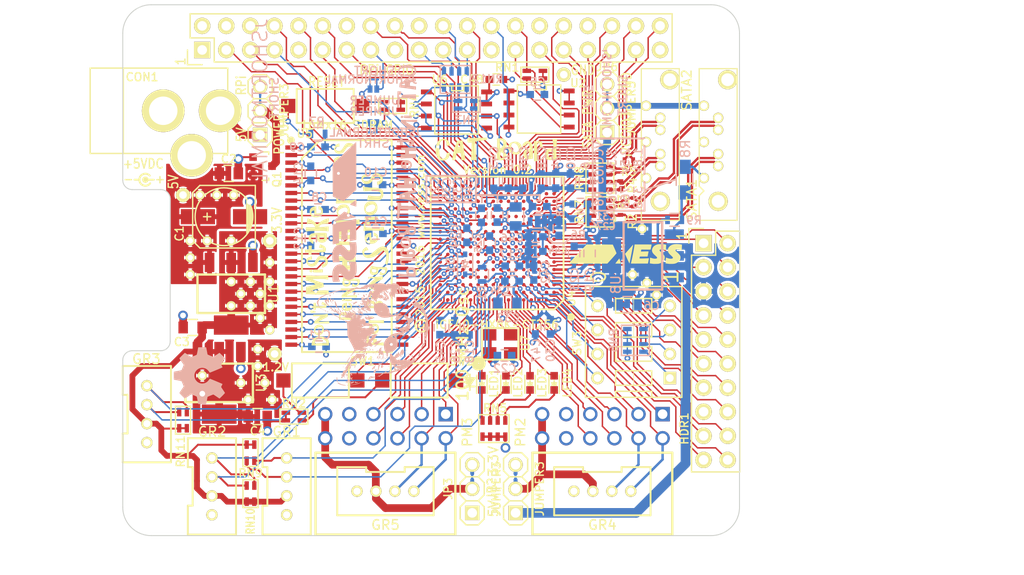
<source format=kicad_pcb>
(kicad_pcb (version 20221018) (generator pcbnew)
  (title_block (title "CAT") (date "2015-09-01") (rev "0.1") (company "XESS Corp.") (comment 1 "(c) 2015") (comment 2 "OSHW") (comment 3 "CC BY 4.0"))
  (layers (0 "F.Cu" signal) (1 "In1.Cu" signal) (2 "In2.Cu" signal) (31 "B.Cu" signal) (34 "B.Paste" user) (35 "F.Paste" user) (36 "B.SilkS" user "B.Silkscreen") (37 "F.SilkS" user "F.Silkscreen") (38 "B.Mask" user) (39 "F.Mask" user) (44 "Edge.Cuts" user))
  (net 0 "")
  (net 1 "Net-(CON1-Pad1)")
  (net 2 "+3.3V")
  (net 3 "+5V")
  (net 4 "GND")
  (net 5 "+5V-RPi")
  (net 6 "+1.2V")
  (net 7 "BCM0_ID_SD")
  (net 8 "BCM1_ID_SC")
  (net 9 "PM2-B2")
  (net 10 "PM2-B1")
  (net 11 "PM3-B2")
  (net 12 "PM3-B1")
  (net 13 "Net-(C32-Pad1)")
  (net 14 "Net-(C32-Pad2)")
  (net 15 "Net-(C33-Pad1)")
  (net 16 "Net-(C33-Pad2)")
  (net 17 "BCM2_SDA")
  (net 18 "BCM3_SCL")
  (net 19 "BCM4_GPCLK0")
  (net 20 "BCM14_TXD")
  (net 21 "BCM15_RXD")
  (net 22 "BCM17")
  (net 23 "BCM18_PCM_C")
  (net 24 "BCM27_PCM_0")
  (net 25 "BCM22")
  (net 26 "BCM23")
  (net 27 "BCM24")
  (net 28 "BCM10_MOSI")
  (net 29 "BCM9_MISO")
  (net 30 "BCM25")
  (net 31 "BCM11_SCLK")
  (net 32 "BCM8_CE0")
  (net 33 "BCM7_CE1")
  (net 34 "BCM5")
  (net 35 "BCM6")
  (net 36 "BCM12")
  (net 37 "BCM13")
  (net 38 "BCM19_MISO")
  (net 39 "BCM16")
  (net 40 "BCM26")
  (net 41 "BCM20_MOSI")
  (net 42 "BCM21_SCLK")
  (net 43 "PM2-B3")
  (net 44 "PM2-A1")
  (net 45 "PM2-A3")
  (net 46 "PM2-B4")
  (net 47 "PM2-A2")
  (net 48 "PM2-A4")
  (net 49 "PM3-B3")
  (net 50 "PM3-A1")
  (net 51 "PM3-A3")
  (net 52 "PM3-B4")
  (net 53 "PM3-A2")
  (net 54 "PM3-A4")
  (net 55 "VCCIO_3")
  (net 56 "Net-(D1-Pad1)")
  (net 57 "SD_DQ0")
  (net 58 "SD_DQ1")
  (net 59 "SD_DQ2")
  (net 60 "SD_DQ3")
  (net 61 "SD_DQ4")
  (net 62 "SD_DQ5")
  (net 63 "SD_DQ6")
  (net 64 "SD_DQ7")
  (net 65 "SD_LDQM")
  (net 66 "~{SD_WE}")
  (net 67 "~{SD_CAS}")
  (net 68 "~{SD_RAS}")
  (net 69 "~{SD_CS}")
  (net 70 "SD_BS0")
  (net 71 "SD_BS1")
  (net 72 "SD_A10")
  (net 73 "SD_A0")
  (net 74 "SD_A1")
  (net 75 "SD_A2")
  (net 76 "SD_A3")
  (net 77 "SD_A4")
  (net 78 "SD_A5")
  (net 79 "SD_A6")
  (net 80 "SD_A7")
  (net 81 "SD_A8")
  (net 82 "SD_A9")
  (net 83 "SD_A11")
  (net 84 "SD_A12")
  (net 85 "SD_CKE")
  (net 86 "SD_CLK")
  (net 87 "SD_UDQM")
  (net 88 "SD_DQ8")
  (net 89 "SD_DQ9")
  (net 90 "SD_DQ10")
  (net 91 "SD_DQ11")
  (net 92 "SD_DQ12")
  (net 93 "SD_DQ13")
  (net 94 "SD_DQ14")
  (net 95 "SD_DQ15")
  (net 96 "LED1")
  (net 97 "LED2")
  (net 98 "LED3")
  (net 99 "LED4")
  (net 100 "Net-(LED1-Pad1)")
  (net 101 "Net-(LED2-Pad1)")
  (net 102 "Net-(LED3-Pad1)")
  (net 103 "Net-(LED4-Pad1)")
  (net 104 "Net-(GR4-Pad3)")
  (net 105 "Net-(GR5-Pad3)")
  (net 106 "GR1-IO2")
  (net 107 "GR1-IO1")
  (net 108 "GR2-IO2")
  (net 109 "GR2-IO1")
  (net 110 "GR3-IO2")
  (net 111 "GR3-IO1")
  (net 112 "Net-(RN2-Pad3)")
  (net 113 "Net-(RN2-Pad4)")
  (net 114 "Net-(RN6-Pad1)")
  (net 115 "Net-(RN6-Pad2)")
  (net 116 "Net-(RN6-Pad3)")
  (net 117 "Net-(RN6-Pad4)")
  (net 118 "HDR1-1")
  (net 119 "HDR1-2")
  (net 120 "HDR1-3")
  (net 121 "HDR1-4")
  (net 122 "HDR1-6")
  (net 123 "HDR1-7")
  (net 124 "HDR1-8")
  (net 125 "HDR1-9")
  (net 126 "HDR1-10")
  (net 127 "HDR1-11")
  (net 128 "HDR1-12")
  (net 129 "HDR1-13")
  (net 130 "HDR1-14")
  (net 131 "HDR1-16")
  (net 132 "HDR1-17")
  (net 133 "HDR1-18")
  (net 134 "HDR1-19")
  (net 135 "HDR1-20")
  (net 136 "SATA1_B+")
  (net 137 "SATA1_B-")
  (net 138 "SATA1_A-")
  (net 139 "SATA1_A+")
  (net 140 "SATA2_B+")
  (net 141 "SATA2_B-")
  (net 142 "SATA2_A-")
  (net 143 "SATA2_A+")
  (net 144 "SW1")
  (net 145 "SW2")
  (net 146 "DIPSW4")
  (net 147 "DIPSW3")
  (net 148 "DIPSW2")
  (net 149 "DIPSW1")
  (net 150 "USER_CLK")
  (net 151 "Net-(R7-Pad2)")
  (net 152 "/SATA1_A_N")
  (net 153 "/SATA1_A_P")
  (net 154 "/SATA1_B_P")
  (net 155 "/SATA1_B_N")
  (net 156 "/SATA2_A_N")
  (net 157 "/SATA2_A_P")
  (net 158 "/SATA2_B_P")
  (net 159 "/SATA2_B_N")
  (net 160 "Net-(JP1-Pad2)")
  (net 161 "Net-(JP4-Pad2)")
  (net 162 "Net-(JP5-Pad2)")
  (net 163 "Net-(JP6-Pad2)")
  (net 164 "Net-(R8-Pad1)")
  (net 165 "Net-(RN12-Pad6)")
  (net 166 "Net-(RN12-Pad5)")
  (net 167 "Net-(RN12-Pad7)")
  (net 168 "Net-(RN12-Pad8)")
  (footprint "RPi_Hat:RPi_Hat_Mounting_Hole" (layer "F.Cu") (at 61.5 4)
    (fp_text reference "" hide)
    (fp_text value "" hide)
  )
  (footprint "RPi_Hat:RPi_Hat_Mounting_Hole" (layer "F.Cu") (at 3.5 4)
    (fp_text reference "" hide)
    (fp_text value "" hide)
  )
  (footprint "RPi_Hat:RPi_Hat_Mounting_Hole" (layer "F.Cu") (at 3.5 53)
    (fp_text reference "" hide)
    (fp_text value "" hide)
  )
  (footprint "RPi_Hat:RPi_Hat_Mounting_Hole" (layer "F.Cu") (at 61.5 53)
    (fp_text reference "" hide)
    (fp_text value "" hide)
  )
  (footprint "XESS:SOT-223" (layer "F.Cu") (at 11.43 30.988 -90)
    (fp_text reference "U1")
    (fp_text value "AZ1117EH-3.3")
  )
  (footprint "XESS:PMOD_SCKT-12" (layer "F.Cu") (at 50.546 44.958 -90)
    (fp_text reference "PM2" hide)
    (fp_text value "PMOD_SCKT-12" hide)
  )
  (footprint "XESS:PMOD_SCKT-12" (layer "F.Cu") (at 27.686 44.958 -90)
    (fp_text reference "PM3" hide)
    (fp_text value "PMOD_SCKT-12" hide)
  )
  (footprint "XESS:HDR_1x3" (layer "F.Cu") (at 41.402 51.562 90)
    (fp_text reference "JP2")
    (fp_text value "JUMPER3")
  )
  (footprint "XESS:HDR_1x3" (layer "F.Cu") (at 36.83 51.562 90)
    (fp_text reference "JP3")
    (fp_text value "JUMPER3")
  )
  (footprint "Connect:BARREL_JACK" (layer "F.Cu") (at 4.064 11.684)
    (fp_text reference "CON1")
    (fp_text value "BARREL_JACK")
  )
  (footprint "RPi_Hat:Pin_Header_Straight_2x20" (layer "F.Cu") (at 32.5 4 90)
    (fp_text reference "GPIO1" hide)
    (fp_text value "RPi_GPIO" hide)
  )
  (footprint "XESS:CTS_742C043" (layer "F.Cu") (at 43.434 7.874 90)
    (fp_text reference "RN1")
    (fp_text value "4.7K" hide)
  )
  (footprint "SMD_Packages:SOIC-8-N" (layer "F.Cu") (at 43.87664 11.49884 -90)
    (fp_text reference "U2")
    (fp_text value "I2C Flash")
  )
  (footprint "XESS:GROVE_MALE" (layer "F.Cu") (at 50.546 51.816 180)
    (fp_text reference "GR4")
    (fp_text value "Grove" hide)
  )
  (footprint "XESS:GROVE_MALE" (layer "F.Cu") (at 27.686 51.816 180)
    (fp_text reference "GR5")
    (fp_text value "Grove" hide)
  )
  (footprint "XESS:SOT-223" (layer "F.Cu") (at 10.16 40.386 -90)
    (fp_text reference "U3")
    (fp_text value "AZ1117EH-1.2")
  )
  (footprint "XESS:Lattice_caBGA_256" (layer "F.Cu") (at 39.45636 25.63622 180)
    (fp_text reference "U4")
    (fp_text value "iCE40-HX8K-CT256")
  )
  (footprint "XESS:HDR_1x3" (layer "F.Cu") (at 14.478 11.684 90)
    (fp_text reference "JP4")
    (fp_text value "JUMPER3")
  )
  (footprint "XESS:TSOPII-54" (layer "F.Cu") (at 23.61438 25.9588)
    (fp_text reference "U5")
    (fp_text value "16Mx16 SDRAM")
  )
  (footprint "XESS:CTS_742C043" (layer "F.Cu") (at 28.448 11.176 -90)
    (fp_text reference "RN4")
    (fp_text value "4.7K" hide)
  )
  (footprint "SMD_Packages:SOIC-8-N" (layer "F.Cu") (at 35.17392 11.60272 -90)
    (fp_text reference "U6")
    (fp_text value "SPI Flash")
  )
  (footprint "XESS:2.5x3.2" (layer "F.Cu") (at 39.7764 36.2712 90)
    (fp_text reference "U7")
    (fp_text value "100 MHz Osc")
  )
  (footprint "LEDs:LED-0603" (layer "F.Cu") (at 37.846 40.386 90)
    (fp_text reference "LED1")
    (fp_text value "LED")
  )
  (footprint "LEDs:LED-0603" (layer "F.Cu") (at 40.386 40.386 90)
    (fp_text reference "LED2")
    (fp_text value "LED")
  )
  (footprint "LEDs:LED-0603" (layer "F.Cu") (at 42.926 40.386 90)
    (fp_text reference "LED3")
    (fp_text value "LED")
  )
  (footprint "LEDs:LED-0603" (layer "F.Cu") (at 45.466 40.386 90)
    (fp_text reference "LED4")
    (fp_text value "LED")
  )
  (footprint "Housings_SOT-23_SOT-143_TSOT-6:SOT-23" (layer "F.Cu") (at 14.732 17.526 -90)
    (fp_text reference "Q1")
    (fp_text value "Q_PMOS_GSD")
  )
  (footprint "XESS:RS-282G05A3-SM_RT" (layer "F.Cu") (at 21.336 11.176)
    (fp_text reference "RESET1" hide)
    (fp_text value "SW_PUSH" hide)
  )
  (footprint "XESS:CTS_742C083" (layer "F.Cu") (at 39.116 45.212 180)
    (fp_text reference "RN5")
    (fp_text value "100" hide)
  )
  (footprint "XESS:RS-282G05A3-SM_RT" (layer "F.Cu") (at 20.828 40.132)
    (fp_text reference "SW1")
    (fp_text value "SW_PUSH" hide)
  )
  (footprint "XESS:RS-282G05A3-SM_RT" (layer "F.Cu") (at 31.242 40.132)
    (fp_text reference "SW2")
    (fp_text value "SW_PUSH" hide)
  )
  (footprint "Resistors_SMD:R_0402" (layer "F.Cu") (at 52.451 23.114 -90)
    (fp_text reference "R2")
    (fp_text value "127")
  )
  (footprint "Resistors_SMD:R_0402" (layer "F.Cu") (at 53.848 21.336 -90)
    (fp_text reference "R3")
    (fp_text value "127")
  )
  (footprint "Resistors_SMD:R_0402" (layer "F.Cu") (at 52.451 19.558 -90)
    (fp_text reference "R4")
    (fp_text value "127")
  )
  (footprint "Resistors_SMD:R_0402" (layer "F.Cu") (at 53.34 16.891)
    (fp_text reference "R5")
    (fp_text value "127")
  )
  (footprint "XESS:CTS_742C083" (layer "F.Cu") (at 50.292 22.352 90)
    (fp_text reference "RN7")
    (fp_text value "200" hide)
  )
  (footprint "XESS:CTS_742C083" (layer "F.Cu") (at 50.292 18.796 90)
    (fp_text reference "RN8")
    (fp_text value "200" hide)
  )
  (footprint "Capacitors_SMD:c_elec_6.3x5.3" (layer "F.Cu") (at 10.668 22.86 180)
    (fp_text reference "C1")
    (fp_text value "100uF")
  )
  (footprint "Capacitors_SMD:C_0805" (layer "F.Cu") (at 11.176 18.288)
    (fp_text reference "C2")
    (fp_text value "10uF")
  )
  (footprint "Capacitors_SMD:C_0805" (layer "F.Cu") (at 7.366 34.544 180)
    (fp_text reference "C3")
    (fp_text value "10uF")
  )
  (footprint "Capacitors_SMD:C_0805" (layer "F.Cu") (at 14.224 43.942)
    (fp_text reference "C4")
    (fp_text value "10uF")
  )
  (footprint "Capacitors_SMD:C_0603" (layer "F.Cu") (at 39.37 8.382)
    (fp_text reference "C48")
    (fp_text value "0.1uF")
  )
  (footprint "Measurement_Points:Measurement_Point_Round-TH_Small" (layer "F.Cu") (at 16.002 37.338)
    (fp_text reference "TP-1.2V1" hide)
    (fp_text value "TPTP-COMPACT")
  )
  (footprint "Measurement_Points:Measurement_Point_Round-TH_Small" (layer "F.Cu") (at 15.494 25.4)
    (fp_text reference "TP-3.3V1" hide)
    (fp_text value "TPTP-COMPACT")
  )
  (footprint "Measurement_Points:Measurement_Point_Round-TH_Small" (layer "F.Cu") (at 6.35 20.574)
    (fp_text reference "TP-5V1" hide)
    (fp_text value "TPTP-COMPACT")
  )
  (footprint "Measurement_Points:Measurement_Point_Round-TH_Small" (layer "F.Cu") (at 46.482 7.874)
    (fp_text reference "TP-GND1" hide)
    (fp_text value "TPTP-COMPACT")
  )
  (footprint "XESS:GROVE_MALE" (layer "F.Cu") (at 17.272 51.308 -90)
    (fp_text reference "GR1")
    (fp_text value "Grove" hide)
  )
  (footprint "XESS:GROVE_MALE" (layer "F.Cu") (at 2.54 43.688 -90)
    (fp_text reference "GR3")
    (fp_text value "Grove" hide)
  )
  (footprint "XESS:HDR_1x3" (layer "F.Cu") (at 51.054 11.43 90)
    (fp_text reference "JP6")
    (fp_text value "JUMPER3")
  )
  (footprint "XESS:CTS_742C043" (layer "F.Cu") (at 18.034 43.942 -90)
    (fp_text reference "RN2")
    (fp_text value "100" hide)
  )
  (footprint "XESS:xess-DS-04" (layer "F.Cu") (at 53.848 36.068 90)
    (fp_text reference "SW3")
    (fp_text value "DIPSW4" hide)
  )
  (footprint "Pin_Headers:Pin_Header_Straight_2x10" (layer "F.Cu") (at 61.214 25.654)
    (fp_text reference "HDR1")
    (fp_text value "CONN_02X10")
  )
  (footprint "XESS:CTS_742C043" (layer "F.Cu") (at 13.462 47.752 180)
    (fp_text reference "RN9")
    (fp_text value "4.7K" hide)
  )
  (footprint "XESS:CTS_742C043" (layer "F.Cu") (at 13.462 52.07)
    (fp_text reference "RN10")
    (fp_text value "4.7K" hide)
  )
  (footprint "XESS:CTS_742C043" (layer "F.Cu") (at 6.35 44.323)
    (fp_text reference "RN11")
    (fp_text value "4.7K" hide)
  )
  (footprint "XESS:GROVE_MALE" (layer "F.Cu") (at 9.398 51.308 -90)
    (fp_text reference "GR2")
    (fp_text value "Grove" hide)
  )
  (footprint "XESS:stitch-1.0" (layer "F.Cu") (at 7.112 27.178)
    (fp_text reference "REF**" hide)
    (fp_text value "stitch-1.0" hide)
  )
  (footprint "XESS:stitch-1.0" (layer "F.Cu") (at 7.112 25.4)
    (fp_text reference "REF**" hide)
    (fp_text value "stitch-1.0" hide)
  )
  (footprint "XESS:stitch-1.0" (layer "F.Cu") (at 8.128 20.574 90)
    (fp_text reference "REF**" hide)
    (fp_text value "stitch-1.0" hide)
  )
  (footprint "XESS:stitch-1.0" (layer "F.Cu") (at 9.906 20.574 90)
    (fp_text reference "REF**" hide)
    (fp_text value "stitch-1.0" hide)
  )
  (footprint "XESS:stitch-1.0" (layer "F.Cu") (at 11.684 20.574)
    (fp_text reference "REF**" hide)
    (fp_text value "stitch-1.0" hide)
  )
  (footprint "XESS:stitch-1.0" (layer "F.Cu") (at 8.89 25.4)
    (fp_text reference "REF**" hide)
    (fp_text value "stitch-1.0" hide)
  )
  (footprint "XESS:stitch-1.0" (layer "F.Cu") (at 8.382 39.624)
    (fp_text reference "REF**" hide)
    (fp_text value "stitch-1.0" hide)
  )
  (footprint "XESS:stitch-1.0" (layer "F.Cu") (at 8.382 41.529)
    (fp_text reference "REF**" hide)
    (fp_text value "stitch-1.0" hide)
  )
  (footprint "XESS:stitch-1.0" (layer "F.Cu") (at 14.224 38.608)
    (fp_text reference "REF**" hide)
    (fp_text value "stitch-1.0" hide)
  )
  (footprint "XESS:stitch-1.0" (layer "F.Cu") (at 12.446 40.386)
    (fp_text reference "REF**" hide)
    (fp_text value "stitch-1.0" hide)
  )
  (footprint "XESS:stitch-1.0" (layer "F.Cu") (at 14.986 40.386)
    (fp_text reference "REF**" hide)
    (fp_text value "stitch-1.0" hide)
  )
  (footprint "XESS:stitch-1.0" (layer "F.Cu") (at 15.748 42.164)
    (fp_text reference "REF**" hide)
    (fp_text value "stitch-1.0" hide)
  )
  (footprint "XESS:stitch-1.0" (layer "F.Cu") (at 13.208 42.164)
    (fp_text reference "REF**" hide)
    (fp_text value "stitch-1.0" hide)
  )
  (footprint "XESS:stitch-1.0" (layer "F.Cu") (at 14.224 36.83)
    (fp_text reference "REF**" hide)
    (fp_text value "stitch-1.0" hide)
  )
  (footprint "XESS:stitch-1.0" (layer "F.Cu") (at 11.43 29.718)
    (fp_text reference "REF**" hide)
    (fp_text value "stitch-1.0" hide)
  )
  (footprint "XESS:stitch-1.0" (layer "F.Cu") (at 11.43 32.258)
    (fp_text reference "REF**" hide)
    (fp_text value "stitch-1.0" hide)
  )
  (footprint "XESS:stitch-1.0" (layer "F.Cu") (at 12.446 30.988)
    (fp_text reference "REF**" hide)
    (fp_text value "stitch-1.0" hide)
  )
  (footprint "XESS:stitch-1.0" (layer "F.Cu") (at 13.462 29.718)
    (fp_text reference "REF**" hide)
    (fp_text value "stitch-1.0" hide)
  )
  (footprint "XESS:stitch-1.0" (layer "F.Cu") (at 13.462 32.258)
    (fp_text reference "REF**" hide)
    (fp_text value "stitch-1.0" hide)
  )
  (footprint "XESS:stitch-1.0" (layer "F.Cu") (at 14.478 30.988)
    (fp_text reference "REF**" hide)
    (fp_text value "stitch-1.0" hide)
  )
  (footprint "XESS:stitch-1.0" (layer "F.Cu") (at 15.494 29.718)
    (fp_text reference "REF**" hide)
    (fp_text value "stitch-1.0" hide)
  )
  (footprint "XESS:stitch-1.0" (layer "F.Cu") (at 15.494 32.258)
    (fp_text reference "REF**" hide)
    (fp_text value "stitch-1.0" hide)
  )
  (footprint "XESS:stitch-1.0" (layer "F.Cu") (at 14.478 33.528)
    (fp_text reference "REF**" hide)
    (fp_text value "stitch-1.0" hide)
  )
  (footprint "XESS:stitch-1.0" (layer "F.Cu") (at 15.494 34.798)
    (fp_text reference "REF**" hide)
    (fp_text value "stitch-1.0" hide)
  )
  (footprint "XESS:stitch-1.0" (layer "F.Cu") (at 15.494 27.686)
    (fp_text reference "REF**" hide)
    (fp_text value "stitch-1.0" hide)
  )
  (footprint "XESS:stitch-1.0" (layer "F.Cu") (at 7.112 28.956)
    (fp_text reference "REF**" hide)
    (fp_text value "stitch-1.0" hide)
  )
  (footprint "XESS:stitch-1.0" (layer "F.Cu") (at 11.43 25.4)
    (fp_text reference "REF**" hide)
    (fp_text value "stitch-1.0" hide)
  )
  (footprint "XESS:stitch-1.0" (layer "F.Cu") (at 54.737 24.13)
    (fp_text reference "REF**" hide)
    (fp_text value "stitch-1.0" hide)
  )
  (footprint "XESS:stitch-1.0" (layer "F.Cu") (at 56.261 31.115)
    (fp_text reference "REF**" hide)
    (fp_text value "stitch-1.0" hide)
  )
  (footprint "XESS:stitch-1.0" (layer "F.Cu") (at 53.721 28.956)
    (fp_text reference "REF**" hide)
    (fp_text value "stitch-1.0" hide)
  )
  (footprint "XESS:stitch-1.0" (layer "F.Cu") (at 55.245 29.845)
    (fp_text reference "REF**" hide)
    (fp_text value "stitch-1.0" hide)
  )
  (footprint "XESS Logos:cat_board" (layer "F.Cu") (at 39.37 15.748)
    (fp_text reference "G***" hide)
    (fp_text value "LOGO" hide)
  )
  (footprint "XESS Logos:xess_logo_12mm" (layer "F.Cu") (at 52.959 26.797)
    (fp_text reference "" hide)
    (fp_text value "" hide)
  )
  (footprint "XESS Logos:humor_slogan" (layer "F.Cu") (at 23.622 25.781 90)
    (fp_text reference "G***" hide)
    (fp_text value "LOGO" hide)
  )
  (footprint "XESS:SATA-MOLEX-67491" (layer "F.Cu") (at 62.75 15.24 -90)
    (fp_text reference "SATA1")
    (fp_text value "SATA_CONN" hide)
  )
  (footprint "XESS:SATA-MOLEX-67491" (layer "F.Cu") (at 56.654 15.24 -90)
    (fp_text reference "SATA2")
    (fp_text value "SATA_CONN" hide)
  )
  (footprint "XESS:xess-JSHORT" (layer "B.Cu") (at 41.39 50.604 90)
    (fp_text reference "SH3" hide)
    (fp_text value "JSHORTNORMAL" hide)
  )
  (footprint "XESS:xess-JSHORT" (layer "B.Cu") (at 36.83 50.614 90)
    (fp_text reference "SH4" hide)
    (fp_text value "JSHORTNORMAL" hide)
  )
  (footprint "XESS Logos:oshw_logo_6mm" (layer "B.Cu") (at 8.06704 39.62908 -90)
    (fp_text reference "" hide)
    (fp_text value "" hide)
  )
  (footprint "Diodes_SMD:SOD-323" (layer "B.Cu") (at 36.08324 27.87904 90)
    (fp_text reference "D1")
    (fp_text value "D")
  )
  (footprint "XESS:CTS_742C043" (layer "B.Cu") (at 36.195 11.049 90)
    (fp_text reference "RN3")
    (fp_text value "4.7K" hide)
  )
  (footprint "Capacitors_SMD:C_0603" (layer "B.Cu") (at 43.688 9.9695 180)
    (fp_text reference "C5")
    (fp_text value "0.1uF")
  )
  (footprint "Capacitors_SMD:C_0603" (layer "B.Cu") (at 20.574 22.098)
    (fp_text reference "C8")
    (fp_text value "0.1uF")
  )
  (footprint "Capacitors_SMD:C_0603" (layer "B.Cu") (at 20.574 15.494)
    (fp_text reference "C9")
    (fp_text value "1.0uF")
  )
  (footprint "Capacitors_SMD:C_0603" (layer "B.Cu") (at 26.63444 19.48434 180)
    (fp_text reference "C10")
    (fp_text value "0.1uF")
  )
  (footprint "Capacitors_SMD:C_0603" (layer "B.Cu") (at 20.68068 36.55314)
    (fp_text reference "C11")
    (fp_text value "1.0uF")
  )
  (footprint "Capacitors_SMD:C_0603" (layer "B.Cu") (at 19.812 25.146 90)
    (fp_text reference "C12")
    (fp_text value "0.1uF")
  )
  (footprint "Capacitors_SMD:C_0603" (layer "B.Cu") (at 26.67 24.638 180)
    (fp_text reference "C13")
    (fp_text value "1.0uF")
  )
  (footprint "Capacitors_SMD:C_0603" (layer "B.Cu") (at 19.812 18.288 -90)
    (fp_text reference "C14")
    (fp_text value "0.1uF")
  )
  (footprint "Capacitors_SMD:C_0603" (layer "B.Cu") (at 48.70196 19.1015 90)
    (fp_text reference "C16")
    (fp_text value "0.1uF")
  )
  (footprint "Capacitors_SMD:C_0603" (layer "B.Cu") (at 41.05656 28.05684)
    (fp_text reference "C17")
    (fp_text value "0.1uF")
  )
  (footprint "Capacitors_SMD:C_0603" (layer "B.Cu") (at 36.52266 34.57194 -90)
    (fp_text reference "C18")
    (fp_text value "0.1uF")
  )
  (footprint "Capacitors_SMD:C_0603" (layer "B.Cu") (at 49.1998 26.7328 90)
    (fp_text reference "C19")
    (fp_text value "0.1uF")
  )
  (footprint "Capacitors_SMD:C_0603" (layer "B.Cu") (at 47.16272 19.1015 90)
    (fp_text reference "C20")
    (fp_text value "1.0uF")
  )
  (footprint "Capacitors_SMD:C_0603" (layer "B.Cu") (at 37.80536 22.71592 -90)
    (fp_text reference "C21")
    (fp_text value "1.0uF")
  )
  (footprint "Capacitors_SMD:C_0603" (layer "B.Cu") (at 40.2336 37.4904)
    (fp_text reference "C22")
    (fp_text value "1.0uF")
  )
  (footprint "Capacitors_SMD:C_0603" (layer "B.Cu") (at 47.5742 26.7328 90)
    (fp_text reference "C23")
    (fp_text value "1.0uF")
  )
  (footprint "Capacitors_SMD:C_0603" (layer "B.Cu") (at 45.63364 19.09756 90)
    (fp_text reference "C24")
    (fp_text value "0.1uF")
  )
  (footprint "Capacitors_SMD:C_0603" (layer "B.Cu") (at 38.66642 25.64708 90)
    (fp_text reference "C25")
    (fp_text value "0.1uF")
  )
  (footprint "Capacitors_SMD:C_0603" (layer "B.Cu") (at 34.96818 34.57264 -90)
    (fp_text reference "C26")
    (fp_text value "0.1uF")
  )
  (footprint "Capacitors_SMD:C_0603" (layer "B.Cu") (at 48.24546 23.0886)
    (fp_text reference "C27")
    (fp_text value "0.1uF")
  )
  (footprint "Capacitors_SMD:C_0603" (layer "B.Cu") (at 44.09186 19.10772 90)
    (fp_text reference "C28")
    (fp_text value "1.0uF")
  )
  (footprint "Capacitors_SMD:C_0603" (layer "B.Cu") (at 36.25342 24.82018 90)
    (fp_text reference "C29")
    (fp_text value "1.0uF")
  )
  (footprint "Capacitors_SMD:C_0603" (layer "B.Cu") (at 45.0596 34.4812 -90)
    (fp_text reference "C30")
    (fp_text value "1.0uF")
  )
  (footprint "Capacitors_SMD:C_0603" (layer "B.Cu") (at 48.2346 21.52396)
    (fp_text reference "C31")
    (fp_text value "1.0uF")
  )
  (footprint "Capacitors_SMD:C_0805" (layer "B.Cu") (at 40.5384 32.004 180)
    (fp_text reference "C32")
    (fp_text value "10uF")
  )
  (footprint "Capacitors_SMD:C_0805" (layer "B.Cu") (at 41.41216 22.83028 -90)
    (fp_text reference "C33")
    (fp_text value "10uF")
  )
  (footprint "Capacitors_SMD:C_0603" (layer "B.Cu") (at 41.02354 29.65704 180)
    (fp_text reference "C34")
    (fp_text value "0.1uF")
  )
  (footprint "Capacitors_SMD:C_0603" (layer "B.Cu") (at 39.45636 22.68474 -90)
    (fp_text reference "C35")
    (fp_text value "0.1uF")
  )
  (footprint "Capacitors_SMD:C_0603" (layer "B.Cu") (at 45.95876 24.08498 -90)
    (fp_text reference "C38")
    (fp_text value "1.0uF")
  )
  (footprint "Capacitors_SMD:C_0603" (layer "B.Cu") (at 42.15892 19.11026 90)
    (fp_text reference "C39")
    (fp_text value "1.0uF")
  )
  (footprint "Capacitors_SMD:C_0603" (layer "B.Cu") (at 43.93946 21.78304 180)
    (fp_text reference "C40")
    (fp_text value "0.1uF")
  )
  (footprint "Capacitors_SMD:C_0603" (layer "B.Cu") (at 40.62984 19.11026 90)
    (fp_text reference "C41")
    (fp_text value "0.1uF")
  )
  (footprint "Capacitors_SMD:C_0603" (layer "B.Cu") (at 43.32224 28.78074 -90)
    (fp_text reference "C42")
    (fp_text value "0.1uF")
  )
  (footprint "Capacitors_SMD:C_0603" (layer "B.Cu") (at 39.09314 19.12042 90)
    (fp_text reference "C43")
    (fp_text value "0.01uF")
  )
  (footprint "Capacitors_SMD:C_0603" (layer "B.Cu") (at 43.51782 26.51252)
    (fp_text reference "C44")
    (fp_text value "0.1uF")
  )
  (footprint "Capacitors_SMD:C_0603" (layer "B.Cu") (at 33.41116 34.5567 -90)
    (fp_text reference "C45")
    (fp_text value "0.1uF")
  )
  (footprint "Capacitors_SMD:C_0603" (layer "B.Cu") (at 43.52728 24.9682)
    (fp_text reference "C46")
    (fp_text value "0.01uF")
  )
  (footprint "Capacitors_SMD:C_0603" (layer "B.Cu") (at 43.4848 34.4812 -90)
    (fp_text reference "C47")
    (fp_text value "0.1uF")
  )
  (footprint "Resistors_SMD:R_0603" (layer "B.Cu") (at 37.86886 28.94076 90)
    (fp_text reference "R1")
    (fp_text value "100")
  )
  (footprint "Resistors_SMD:R_0603" (layer "B.Cu") (at 43.68546 23.37562)
    (fp_text reference "R6")
    (fp_text value "100")
  )
  (footprint "XESS:CTS_742C083" (layer "B.Cu") (at 54.03088 35.90544 -90)
    (fp_text reference "RN6")
    (fp_text value "100" hide)
  )
  (footprint "XESS:xess-JSHORT" (layer "B.Cu") (at 51.054 9.779 -90)
    (fp_text reference "SH2")
    (fp_text value "JSHORTNORMAL")
  )
  (footprint "XESS:xess-JSHORT" (layer "B.Cu") (at 26.67 13.97 180)
    (fp_text reference "SH5" hide)
    (fp_text value "JSHORTNORMAL")
  )
  (footprint "XESS:xess-JSHORT" (layer "B.Cu") (at 26.162 8.382)
    (fp_text reference "SH6" hide)
    (fp_text value "JSHORTNORMAL")
  )
  (footprint "Resistors_SMD:R_0603" (layer "B.Cu") (at 20.574 14.1224 180)
    (fp_text reference "R7")
    (fp_text value "100")
  )
  (footprint "Capacitors_SMD:C_0805" (layer "B.Cu") (at 53.213 32.131)
    (fp_text reference "C6")
    (fp_text value "10uF")
  )
  (footprint "Resistors_SMD:R_0603" (layer "B.Cu") (at 58.166 23.1902)
    (fp_text reference "R9")
    (fp_text value "768")
  )
  (footprint "XESS:SOT-223" (layer "B.Cu") (at 54.81828 26.99004 180)
    (fp_text reference "U8")
    (fp_text value "AZ1117EH-ADJ")
  )
  (footprint "XESS:xess-JSHORT" (layer "B.Cu") (at 14.478 10.668 90)
    (fp_text reference "SH1" hide)
    (fp_text value "JSHORTNORMAL")
  )
  (footprint "XESS:S_JUMPER_2" (layer "B.Cu") (at 26.416 12.954)
    (fp_text reference "JP1" hide)
    (fp_text value "JUMPER")
  )
  (footprint "XESS:S_JUMPER_2" (layer "B.Cu") (at 26.416 9.398 180)
    (fp_text reference "JP5" hide)
    (fp_text value "JUMPER")
  )
  (footprint "XESS Logos:rookie_head_12x12" (layer "B.Cu") (at 26.416 35.179 -90)
    (fp_text reference "G***" hide)
    (fp_text value "LOGO" hide)
  )
  (footprint "XESS Logos:cat_tagline" (layer "B.Cu") (at 29.972 18.034 -90)
    (fp_text reference "G***" hide)
    (fp_text value "LOGO" hide)
  )
  (footprint "XESS Logos:xess_logo_15mm" (layer "B.Cu") (at 23.368 22.352 -90)
    (fp_text reference "" hide)
    (fp_text value "" hide)
  )
  (footprint "Resistors_SMD:R_0805_HandSoldering" (layer "B.Cu") (at 59.2074 18.9484 90)
    (fp_text reference "R8")
    (fp_text value "1260")
  )
  (footprint "XESS:CTS_742C083" (layer "B.Cu") (at 35.052 8.382)
    (fp_text reference "RN12")
    (fp_text value "100" hide)
  )
  (gr_line (start 43.942 20.574) (end 37.211 20.574) (stroke (width 0.2)) (layer "B.SilkS"))
  (gr_line (start 37.211 18.542) (end 32.004 18.542) (stroke (width 0.2)) (layer "B.SilkS"))
  (gr_line (start 46.609 25.654) (end 45.339 25.654) (stroke (width 0.2)) (layer "B.SilkS"))
  (gr_line (start 45.339 25.654) (end 44.958 25.273) (stroke (width 0.2)) (layer "B.SilkS"))
  (gr_line (start 47.117 25.146) (end 46.609 25.654) (stroke (width 0.2)) (layer "B.SilkS"))
  (gr_line (start 37.211 20.574) (end 37.211 18.542) (stroke (width 0.2)) (layer "B.SilkS"))
  (gr_line (start 44.958 24.384) (end 44.45 24.003) (stroke (width 0.2)) (layer "B.SilkS"))
  (gr_line (start 49.911 22.606) (end 49.276 22.098) (stroke (width 0.2)) (layer "B.SilkS"))
  (gr_line (start 54.991 14.605) (end 49.53 14.605) (stroke (width 0.2)) (layer "B.SilkS"))
  (gr_line (start 44.958 25.273) (end 44.958 24.384) (stroke (width 0.2)) (layer "B.SilkS"))
  (gr_line (start 32.004 21.336) (end 37.211 21.336) (stroke (width 0.2)) (layer "B.SilkS"))
  (gr_line (start 54.991 20.066) (end 58.293 18.923) (stroke (width 0.2)) (layer "B.SilkS"))
  (gr_line (start 37.846 20.574) (end 37.846 21.336) (stroke (width 0.2)) (layer "B.SilkS"))
  (gr_line (start 54.991 22.225) (end 54.991 14.605) (stroke (width 0.2)) (layer "B.SilkS"))
  (gr_line (start 41.402 20.701) (end 41.402 21.209) (stroke (width 0.2)) (layer "B.SilkS"))
  (gr_line (start 49.53 14.605) (end 49.53 22.225) (stroke (width 0.2)) (layer "B.SilkS"))
  (gr_line (start 43.942 21.082) (end 43.942 20.574) (stroke (width 0.2)) (layer "B.SilkS"))
  (gr_line (start 49.53 22.225) (end 54.991 22.225) (stroke (width 0.2)) (layer "B.SilkS"))
  (gr_line (start 39.497 20.701) (end 39.497 21.336) (stroke (width 0.2)) (layer "B.SilkS"))
  (gr_line (start 49.911 23.749) (end 49.403 23.241) (stroke (width 0.2)) (layer "B.SilkS"))
  (gr_line (start 32.004 18.542) (end 32.004 21.336) (stroke (width 0.2)) (layer "B.SilkS"))
  (gr_line (start 37.211 21.336) (end 37.211 20.574) (stroke (width 0.2)) (layer "B.SilkS"))
  (gr_arc (start 2.89052 19.33956) (mid 1.748467 18.993233) (end 2.845945 18.524438) (stroke (width 0.2)) (layer "F.SilkS"))
  (gr_line (start 36.703 40.259) (end 36.83 40.005) (stroke (width 0.2)) (layer "F.SilkS"))
  (gr_line (start 36.449 40.259) (end 36.703 40.259) (stroke (width 0.2)) (layer "F.SilkS"))
  (gr_circle (center 31.4706 34.3662) (end 31.9786 33.9852) (stroke (width 0.2)) (fill none) (layer "F.SilkS"))
  (gr_line (start 36.576 40.64) (end 36.068 39.878) (stroke (width 0.2)) (layer "F.SilkS"))
  (gr_line (start 1.74752 18.95856) (end 1.23952 18.95856) (stroke (width 0.2)) (layer "F.SilkS"))
  (gr_circle (center 2.38252 18.95856) (end 2.25552 18.83156) (stroke (width 0.3)) (fill none) (layer "F.SilkS"))
  (gr_line (start 36.068 40.767) (end 37.084 40.767) (stroke (width 0.2)) (layer "F.SilkS"))
  (gr_line (start 2.38252 18.95856) (end 3.27152 18.95856) (stroke (width 0.2)) (layer "F.SilkS"))
  (gr_line (start 36.068 39.878) (end 37.084 39.878) (stroke (width 0.2)) (layer "F.SilkS"))
  (gr_line (start 36.322 40.005) (end 36.83 40.005) (stroke (width 0.2)) (layer "F.SilkS"))
  (gr_line (start 36.322 39.878) (end 36.449 40.259) (stroke (width 0.2)) (layer "F.SilkS"))
  (gr_line (start 36.576 41.148) (end 36.576 39.497) (stroke (width 0.2)) (layer "F.SilkS"))
  (gr_line (start 37.084 39.878) (end 36.576 40.64) (stroke (width 0.2)) (layer "F.SilkS"))
  (gr_arc (start 3 56.5) (mid 0.87868 55.62132) (end 0 53.5) (stroke (width 0.1)) (layer "Edge.Cuts"))
  (gr_arc (start 65 53.5) (mid 64.12132 55.62132) (end 62 56.5) (stroke (width 0.1)) (layer "Edge.Cuts"))
  (gr_arc (start 1 20) (mid 0.292893 19.707107) (end 0 19) (stroke (width 0.1)) (layer "Edge.Cuts"))
  (gr_arc (start 4 20) (mid 4.707107 20.292893) (end 5 21) (stroke (width 0.1)) (layer "Edge.Cuts"))
  (gr_arc (start 5 36) (mid 4.707107 36.707107) (end 4 37) (stroke (width 0.1)) (layer "Edge.Cuts"))
  (gr_arc (start 0 38) (mid 0.292893 37.292893) (end 1 37) (stroke (width 0.1)) (layer "Edge.Cuts"))
  (gr_arc (start 0 3.5) (mid 0.87868 1.37868) (end 3 0.5) (stroke (width 0.1)) (layer "Edge.Cuts"))
  (gr_line (start 3 0.5) (end 62 0.5) (stroke (width 0.1)) (layer "Edge.Cuts"))
  (gr_arc (start 62 0.5) (mid 64.12132 1.37868) (end 65 3.5) (stroke (width 0.1)) (layer "Edge.Cuts"))
  (gr_line (start 1 37) (end 4 37) (stroke (width 0.1)) (layer "Edge.Cuts"))
  (gr_line (start 5 21) (end 5 36) (stroke (width 0.1)) (layer "Edge.Cuts"))
  (gr_line (start 3 56.5) (end 62 56.5) (stroke (width 0.1)) (layer "Edge.Cuts"))
  (gr_line (start 0 3.5) (end 0 19) (stroke (width 0.1)) (layer "Edge.Cuts"))
  (gr_line (start 1 20) (end 4 20) (stroke (width 0.1)) (layer "Edge.Cuts"))
  (gr_line (start 65 3.5) (end 65 53.5) (stroke (width 0.1)) (layer "Edge.Cuts"))
  (gr_line (start 0 38) (end 0 53.5) (stroke (width 0.1)) (layer "Edge.Cuts"))
  (gr_text "VCCIO3 R8\n 3.3V 1260\n 2.5V  768\n 1.8V  338" (at 52.2732 14.8336 90) (layer "B.SilkS") (effects (font (size 0.85 0.85)) (justify left mirror)))
  (gr_text "SHORT" (at 15.9639 10.30224 90) (layer "B.SilkS") (effects (font (size 0.9 0.9)) (justify mirror)))
  (gr_text "SHORT" (at 26.543 7.493) (layer "B.SilkS") (effects (font (size 0.9 0.9)) (justify mirror)))
  (gr_text "SHRT" (at 26.416 15.113) (layer "B.SilkS") (effects (font (size 0.9 0.9)) (justify mirror)))
  (gr_text "SHORT" (at 52.705 10.033 90) (layer "B.SilkS") (effects (font (size 0.9 0.9)) (justify mirror)))
  (gr_text "3.3V" (at 16.256 23.241 90) (layer "F.SilkS") (effects (font (size 1 0.85))))
  (gr_text "VCCIO3" (at 53.086 13.97 90) (layer "F.SilkS") (effects (font (size 1 0.85))))
  (gr_text "1" (at 6.096 6.477 90) (layer "F.SilkS") (effects (font (size 1 0.85))))
  (gr_text "PM2" (at 41.91 47.244 90) (layer "F.SilkS") (effects (font (size 1 1)) (justify left)))
  (gr_text "5V | 3.3V" (at 39.0652 50.8 90) (layer "F.SilkS") (effects (font (size 1 1))))
  (gr_text "RPi" (at 12.48156 9.00684 90) (layer "F.SilkS") (effects (font (size 1 0.85))))
  (gr_text "+5VDC" (at 2.159 17.272) (layer "F.SilkS") (effects (font (size 1 0.85))))
  (gr_text "GND" (at 48.5013 7.40156) (layer "F.SilkS") (effects (font (size 1 0.85))))
  (gr_text "5V" (at 5.334 19.177 90) (layer "F.SilkS") (effects (font (size 1 0.85))))
  (gr_text "0" (at 50.165 29.21 90) (layer "F.SilkS") (effects (font (size 1.5 1.5) (thickness 0.2))))
  (gr_text "1" (at 57.785 29.21 90) (layer "F.SilkS") (effects (font (size 1.5 1.5) (thickness 0.2))))
  (gr_text "c 2015-2016 www.xess.com" (at 31.369 25.527 90) (layer "F.SilkS") (effects (font (size 0.85 0.85))))
  (gr_text "1" (at 58.928 24.892 90) (layer "F.SilkS") (effects (font (size 1 0.85))))
  (gr_text "Version 0.2" (at 39.497 17.907) (layer "F.SilkS") (effects (font (size 0.85 0.85))))
  (gr_text "+" (at 3.91922 18.8976) (layer "F.SilkS") (effects (font (size 0.85 0.85))))
  (gr_text "RPi GPIO" (at 27.813 7.366) (layer "F.SilkS") (effects (font (size 1 0.85))))
  (gr_text "PM3" (at 36.322 47.244 90) (layer "F.SilkS") (effects (font (size 1 1)) (justify left)))
  (gr_text "RESET" (at 21.463 8.636) (layer "F.SilkS") (effects (font (size 1 0.85))))
  (gr_text "SATA PWR" (at 49.022 12.573 90) (layer "F.SilkS") (effects (font (size 1 0.85))))
  (gr_text "GND" (at 53.086 8.89 90) (layer "F.SilkS") (effects (font (size 1 0.85))))
  (gr_text "-" (at 0.57912 18.88998) (layer "F.SilkS") (effects (font (size 0.85 0.85))))
  (gr_text "5V" (at 12.50442 14.20876 90) (layer "F.SilkS") (effects (font (size 1 0.85))))
  (gr_text "1.2V" (at 16.129 38.735) (layer "F.SilkS") (effects (font (size 0.85 0.85))))
  (gr_text "POWER" (at 16.48206 14.14018 90) (layer "F.SilkS") (effects (font (size 1 0.85))))
  (segment (start 10.26414 11.78814) (end 12.7 14.224) (width 0.8128) (layer "F.Cu") (net 1))
  (segment (start 12.7 14.224) (end 14.478 14.224) (width 0.8128) (layer "F.Cu") (net 1))
  (segment (start 10.26414 11.684) (end 10.26414 11.78814) (width 0.8128) (layer "F.Cu") (net 1))
  (segment (start 6.604 37.084) (end 5.08 38.608) (width 0.6096) (layer "F.Cu") (net 2))
  (segment (start 5.08 38.608) (end 2.032 38.608) (width 0.6096) (layer "F.Cu") (net 2))
  (segment (start 2.032 38.608) (end 1.016 39.624) (width 0.6096) (layer "F.Cu") (net 2))
  (segment (start 1.016 39.624) (end 1.016 43.16476) (width 0.6096) (layer "F.Cu") (net 2))
  (segment (start 1.016 43.16476) (end 2.54 44.68876) (width 0.6096) (layer "F.Cu") (net 2))
  (segment (start 8.62 34.29) (end 8.366 34.544) (width 0.8128) (layer "F.Cu") (net 2))
  (segment (start 7.874 36.068) (end 8.366 35.576) (width 0.8128) (layer "F.Cu") (net 2))
  (segment (start 8.366 35.576) (end 8.366 34.544) (width 0.8128) (layer "F.Cu") (net 2))
  (segment (start 6.75 48.094) (end 5.95 48.094) (width 0.6096) (layer "F.Cu") (net 2))
  (segment (start 5.95 48.094) (end 5.9382 48.0822) (width 0.6096) (layer "F.Cu") (net 2))
  (segment (start 5.9382 48.0822) (end 4.6482 48.0822) (width 0.6096) (layer "F.Cu") (net 2))
  (segment (start 4.6482 48.0822) (end 4.064 47.498) (width 0.6096) (layer "F.Cu") (net 2))
  (segment (start 7.4032 48.094) (end 7.8232 48.514) (width 0.6096) (layer "F.Cu") (net 2))
  (segment (start 7.8232 48.514) (end 7.8232 50.73396) (width 0.6096) (layer "F.Cu") (net 2))
  (segment (start 16.66076 52.92) (end 17.272 52.30876) (width 0.6096) (layer "F.Cu") (net 2))
  (segment (start 13.062 46.902) (end 13.0502 46.9138) (width 0.2032) (layer "F.Cu") (net 2))
  (segment (start 13.0502 46.9138) (end 7.9302 46.9138) (width 0.2032) (layer "F.Cu") (net 2))
  (segment (start 7.9302 46.9138) (end 6.75 48.094) (width 0.2032) (layer "F.Cu") (net 2))
  (segment (start 44.284 8.9925) (end 44.2595 9.017) (width 0.2032) (layer "F.Cu") (net 2))
  (segment (start 46.04284 9.59384) (end 46.0375 9.5885) (width 0.2032) (layer "F.Cu") (net 2))
  (segment (start 7.8232 51.5112) (end 8.62076 52.30876) (width 0.6096) (layer "F.Cu") (net 2))
  (segment (start 8.62076 52.30876) (end 9.398 52.30876) (width 0.6096) (layer "F.Cu") (net 2))
  (segment (start 11.01 52.92) (end 10.39876 52.30876) (width 0.6096) (layer "F.Cu") (net 2))
  (segment (start 10.39876 52.30876) (end 9.398 52.30876) (width 0.6096) (layer "F.Cu") (net 2))
  (segment (start 5.95 45.173) (end 5.911 45.212) (width 0.2032) (layer "F.Cu") (net 2))
  (segment (start 5.911 45.212) (end 4.064 45.212) (width 0.2032) (layer "F.Cu") (net 2))
  (segment (start 29.298 11.576) (end 29.298 10.776) (width 0.1524) (layer "F.Cu") (net 2))
  (segment (start 34.25636 26.080937) (end 34.656359 26.480936) (width 0.1524) (layer "F.Cu") (net 2))
  (segment (start 34.25636 26.03622) (end 34.25636 26.080937) (width 0.1524) (layer "F.Cu") (net 2))
  (segment (start 47.05164 9.59384) (end 47.05164 10.86384) (width 0.1524) (layer "F.Cu") (net 2))
  (segment (start 18.01576 15.55242) (end 18.44877 15.55242) (width 0.1524) (layer "F.Cu") (net 2))
  (segment (start 13.062 52.92) (end 11.01 52.92) (width 0.6096) (layer "F.Cu") (net 2))
  (segment (start 39.85636 24.43622) (end 40.256359 24.036221) (width 0.1524) (layer "F.Cu") (net 2))
  (segment (start 18.00938 15.5588) (end 18.01576 15.55242) (width 0.1524) (layer "F.Cu") (net 2))
  (segment (start 3.54076 44.68876) (end 2.54 44.68876) (width 0.6096) (layer "F.Cu") (net 2))
  (segment (start 18.00938 25.9588) (end 18.87474 25.9588) (width 0.1524) (layer "F.Cu") (net 2))
  (segment (start 44.284 8.9925) (end 44.284 8.274) (width 0.2032) (layer "F.Cu") (net 2))
  (segment (start 35.811643 20.43622) (end 35.411644 20.836219) (width 0.1524) (layer "F.Cu") (net 2))
  (segment (start 4.064 47.498) (end 4.064 45.212) (width 0.6096) (layer "F.Cu") (net 2))
  (segment (start 11.43 34.29) (end 8.62 34.29) (width 0.8128) (layer "F.Cu") (net 2))
  (segment (start 18.01142 21.96084) (end 18.469088 21.96084) (width 0.1524) (layer "F.Cu") (net 2))
  (segment (start 38.862 37.64866) (end 38.64084 37.4275) (width 0.1524) (layer "F.Cu") (net 2))
  (segment (start 39.896732 20.43622) (end 40.298782 20.83827) (width 0.1524) (layer "F.Cu") (net 2))
  (segment (start 18.452289 17.16059) (end 18.883341 17.16059) (width 0.1524) (layer "F.Cu") (net 2))
  (segment (start 38.6764 35.3212) (end 38.6764 37.2212) (width 0.4064) (layer "F.Cu") (net 2))
  (segment (start 18.8836 36.3588) (end 18.8849 36.3601) (width 0.1524) (layer "F.Cu") (net 2))
  (segment (start 31.5976 12.2428) (end 31.623 12.2682) (width 0.1524) (layer "F.Cu") (net 2))
  (segment (start 43.456358 20.836218) (end 43.456358 20.791517) (width 0.09999) (layer "F.Cu") (net 2))
  (segment (start 35.85636 31.63622) (end 35.85636 32.40868) (width 0.1524) (layer "F.Cu") (net 2))
  (segment (start 43.85636 21.23622) (end 43.456358 20.836218) (width 0.1524) (layer "F.Cu") (net 2))
  (segment (start 34.2577 30.03622) (end 34.65576 30.43428) (width 0.1524) (layer "F.Cu") (net 2))
  (segment (start 30.8864 12.2428) (end 31.5976 12.2428) (width 0.1524) (layer "F.Cu") (net 2))
  (segment (start 28.36244 19.5588) (end 28.3464 19.54276) (width 0.1524) (layer "F.Cu") (net 2))
  (segment (start 38.34892 9.69772) (end 39.39032 9.69772) (width 0.1524) (layer "F.Cu") (net 2))
  (segment (start 38.6764 37.2212) (end 38.6764 38.0668) (width 0.4064) (layer "F.Cu") (net 2))
  (segment (start 18.469088 21.96084) (end 18.90014 21.96084) (width 0.1524) (layer "F.Cu") (net 2))
  (segment (start 6.75 45.173) (end 5.95 45.173) (width 0.2032) (layer "F.Cu") (net 2))
  (segment (start 6.75 48.094) (end 7.4032 48.094) (width 0.6096) (layer "F.Cu") (net 2))
  (segment (start 39.85636 20.43622) (end 39.896732 20.43622) (width 0.1524) (layer "F.Cu") (net 2))
  (segment (start 38.34892 9.69772) (end 38.34892 10.96772) (width 0.2032) (layer "F.Cu") (net 2))
  (segment (start 47.05164 9.59384) (end 46.04284 9.59384) (width 0.2032) (layer "F.Cu") (net 2))
  (segment (start 38.62 8.382) (end 38.62 9.42664) (width 0.2032) (layer "F.Cu") (net 2))
  (segment (start 43.85636 31.8066) (end 43.85636 31.63622) (width 0.1524) (layer "F.Cu") (net 2))
  (segment (start 38.6764 38.0668) (end 39.0144 38.4048) (width 0.4064) (layer "F.Cu") (net 2))
  (segment (start 18.87474 25.9588) (end 18.8849 25.94864) (width 0.1524) (layer "F.Cu") (net 2))
  (segment (start 47.02664 10.83884) (end 47.05164 10.86384) (width 0.254) (layer "F.Cu") (net 2))
  (segment (start 44.3992 32.8168) (end 44.3992 32.34944) (width 0.1524) (layer "F.Cu") (net 2))
  (segment (start 39.9796 32.3596) (end 39.85636 32.23636) (width 0.1524) (layer "F.Cu") (net 2))
  (segment (start 34.25636 30.03622) (end 34.2577 30.03622) (width 0.1524) (layer "F.Cu") (net 2))
  (segment (start 4.66 48.094) (end 4.6482 48.0822) (width 0.6096) (layer "F.Cu") (net 2))
  (segment (start 11.43 27.686) (end 11.43 34.29) (width 0.8128) (layer "F.Cu") (net 2))
  (segment (start 35.85636 22.03622) (end 35.901077 22.03622) (width 0.09999) (layer "F.Cu") (net 2))
  (segment (start 38.62 9.42664) (end 38.34892 9.69772) (width 0.1524) (layer "F.Cu") (net 2))
  (segment (start 39.85636 32.23636) (end 39.85636 31.63622) (width 0.1524) (layer "F.Cu") (net 2))
  (segment (start 39.39032 9.69772) (end 39.420799 9.728199) (width 0.1524) (layer "F.Cu") (net 2))
  (segment (start 31.623 12.2682) (end 32.004 12.2682) (width 0.1524) (layer "F.Cu") (net 2))
  (segment (start 40.0304 33.5788) (end 39.9796 33.528) (width 0.1524) (layer "F.Cu") (net 2))
  (segment (start 18.00938 17.1588) (end 18.01117 17.16059) (width 0.1524) (layer "F.Cu") (net 2))
  (segment (start 37.856365 26.436215) (end 37.856365 26.480918) (width 0.09999) (layer "F.Cu") (net 2))
  (segment (start 29.298 10.776) (end 29.298 10.1464) (width 0.1524) (layer "F.Cu") (net 2))
  (segment (start 35.85636 20.43622) (end 35.811643 20.43622) (width 0.09999) (layer "F.Cu") (net 2))
  (segment (start 34.25636 21.991505) (end 34.656361 21.591504) (width 0.1524) (layer "F.Cu") (net 2))
  (segment (start 44.3992 32.34944) (end 43.85636 31.8066) (width 0.1524) (layer "F.Cu") (net 2))
  (segment (start 7.8232 50.73396) (end 7.8232 51.5112) (width 0.6096) (layer "F.Cu") (net 2))
  (segment (start 28.774911 24.361141) (end 28.343859 24.361141) (width 0.1524) (layer "F.Cu") (net 2))
  (segment (start 35.85636 32.40868) (end 35.62604 32.639) (width 0.1524) (layer "F.Cu") (net 2))
  (segment (start 7.874 37.084) (end 6.604 37.084) (width 0.6096) (layer "F.Cu") (net 2))
  (segment (start 29.217039 24.361141) (end 28.774911 24.361141) (width 0.1524) (layer "F.Cu") (net 2))
  (segment (start 29.21938 19.5588) (end 28.36244 19.5588) (width 0.1524) (layer "F.Cu") (net 2))
  (segment (start 4.064 45.212) (end 3.54076 44.68876) (width 0.6096) (layer "F.Cu") (net 2))
  (segment (start 29.21938 24.3588) (end 29.217039 24.361141) (width 0.1524) (layer "F.Cu") (net 2))
  (segment (start 13.862 52.92) (end 16.66076 52.92) (width 0.6096) (layer "F.Cu") (net 2))
  (segment (start 39.85636 27.63622) (end 39.85636 27.680936) (width 0.2032) (layer "F.Cu") (net 2))
  (segment (start 13.062 52.92) (end 13.862 52.92) (width 0.6096) (layer "F.Cu") (net 2))
  (segment (start 44.284 7.474) (end 44.284 8.274) (width 0.1524) (layer "F.Cu") (net 2))
  (segment (start 29.298 10.1464) (end 29.2608 10.1092) (width 0.1524) (layer "F.Cu") (net 2))
  (segment (start 35.901077 22.03622) (end 36.301076 22.436219) (width 0.1524) (layer "F.Cu") (net 2))
  (segment (start 18.00938 21.9588) (end 18.01142 21.96084) (width 0.1524) (layer "F.Cu") (net 2))
  (segment (start 18.44877 15.55242) (end 18.879822 15.55242) (width 0.1524) (layer "F.Cu") (net 2))
  (segment (start 39.85636 27.680936) (end 39.456359 28.080937) (width 0.1524) (layer "F.Cu") (net 2))
  (segment (start 18.00938 36.3588) (end 18.8836 36.3588) (width 0.1524) (layer "F.Cu") (net 2))
  (segment (start 7.874 37.084) (end 7.874 36.068) (width 0.8128) (layer "F.Cu") (net 2))
  (segment (start 18.01117 17.16059) (end 18.452289 17.16059) (width 0.1524) (layer "F.Cu") (net 2))
  (segment (start 39.9796 33.528) (end 39.9796 32.3596) (width 0.1524) (layer "F.Cu") (net 2))
  (segment (start 13.862 46.902) (end 13.062 46.902) (width 0.2032) (layer "F.Cu") (net 2))
  (segment (start 38.25636 26.03622) (end 37.856365 26.436215) (width 0.1524) (layer "F.Cu") (net 2))
  (segment (start 34.25636 22.03622) (end 34.25636 21.991505) (width 0.1524) (layer "F.Cu") (net 2))
  (segment (start 40.256359 24.036221) (end 40.301063 24.036221) (width 0.09999) (layer "F.Cu") (net 2))
  (segment (start 47.07424 10.88644) (end 47.05164 10.86384) (width 0.254) (layer "F.Cu") (net 2))
  (via (at 18.8849 36.3601) (size 0.6096) (drill 0.3048) (layers "F.Cu" "B.Cu") (net 2))
  (via (at 36.301076 22.436219) (size 0.5) (drill 0.2) (layers "F.Cu" "B.Cu") (net 2))
  (via (at 44.3992 32.8168) (size 0.6096) (drill 0.3048) (layers "F.Cu" "B.Cu") (net 2))
  (via (at 39.0144 38.4048) (size 0.6096) (drill 0.3048) (layers "F.Cu" "B.Cu") (net 2))
  (via (at 44.2595 9.017) (size 0.6096) (drill 0.3048) (layers "F.Cu" "B.Cu") (net 2))
  (via (at 35.411644 20.836219) (size 0.5) (drill 0.2) (layers "F.Cu" "B.Cu") (net 2))
  (via (at 39.420799 9.728199) (size 0.6096) (drill 0.3048) (layers "F.Cu" "B.Cu") (net 2))
  (via (at 28.3464 19.54276) (size 0.6096) (drill 0.3048) (layers "F.Cu" "B.Cu") (net 2))
  (via (at 28.343859 24.361141) (size 0.6096) (drill 0.3048) (layers "F.Cu" "B.Cu") (net 2))
  (via (at 30.8864 12.2428) (size 0.6096) (drill 0.3048) (layers "F.Cu" "B.Cu") (net 2))
  (via (at 43.456358 20.791517) (size 0.5) (drill 0.2) (layers "F.Cu" "B.Cu") (net 2))
  (via (at 46.0375 9.5885) (size 0.6096) (drill 0.3048) (layers "F.Cu" "B.Cu") (net 2))
  (via (at 18.883341 17.16059) (size 0.6096) (drill 0.3048) (layers "F.Cu" "B.Cu") (net 2))
  (via (at 34.65576 30.43428) (size 0.5) (drill 0.2) (layers "F.Cu" "B.Cu") (net 2))
  (via (at 40.0304 33.5788) (size 0.6096) (drill 0.3048) (layers "F.Cu" "B.Cu") (net 2))
  (via (at 18.90014 21.96084) (size 0.6096) (drill 0.3048) (layers "F.Cu" "B.Cu") (net 2))
  (via (at 18.8849 25.94864) (size 0.6096) (drill 0.3048) (layers "F.Cu" "B.Cu") (net 2))
  (via (at 37.856365 26.480918) (size 0.5) (drill 0.2) (layers "F.Cu" "B.Cu") (net 2))
  (via (at 18.879822 15.55242) (size 0.6096) (drill 0.3048) (layers "F.Cu" "B.Cu") (net 2))
  (via (at 45.9232 33.7312) (size 0.6096) (drill 0.3048) (layers "F.Cu" "B.Cu") (net 2))
  (via (at 29.2608 10.1092) (size 0.6096) (drill 0.3048) (layers "F.Cu" "B.Cu") (net 2))
  (via (at 34.656359 26.480936) (size 0.5) (drill 0.2) (layers "F.Cu" "B.Cu") (net 2))
  (via (at 40.301063 24.036221) (size 0.5) (drill 0.2) (layers "F.Cu" "B.Cu") (net 2))
  (via (at 34.656361 21.591504) (size 0.5) (drill 0.2) (layers "F.Cu" "B.Cu") (net 2))
  (via (at 35.62604 32.639) (size 0.6096) (drill 0.3048) (layers "F.Cu" "B.Cu") (net 2))
  (via (at 41.8592 20.828) (size 0.5) (drill 0.2) (layers "F.Cu" "B.Cu") (net 2))
  (via (at 39.456359 28.080937) (size 0.5) (drill 0.2) (layers "F.Cu" "B.Cu") (net 2))
  (via (at 40.298782 20.83827) (size 0.5) (drill 0.2) (layers "F.Cu" "B.Cu") (net 2))
  (via (at 37.056361 25.680937) (size 0.5) (drill 0.2) (layers "F.Cu" "B.Cu") (net 2))
  (segment (start 44.438 9.1955) (end 44.2595 9.017) (width 0.2032) (layer "B.Cu") (net 2))
  (segment (start 19.812 25.896) (end 18.93754 25.896) (width 0.1524) (layer "B.Cu") (net 2))
  (segment (start 42.09034 19.86026) (end 41.9862 19.9644) (width 0.4064) (layer "B.Cu") (net 2))
  (segment (start 39.09314 19.87042) (end 39.09314 20.39874) (width 0.4064) (layer "B.Cu") (net 2))
  (segment (start 41.9862 19.9644) (end 41.9862 20.701) (width 0.4064) (layer "B.Cu") (net 2))
  (segment (start 36.945604 25.57018) (end 37.056361 25.680937) (width 0.2032) (layer "B.Cu") (net 2))
  (segment (start 19.65522 21.98878) (end 18.92808 21.98878) (width 0.1524) (layer "B.Cu") (net 2))
  (segment (start 39.4836 37.4904) (end 39.4836 37.9356) (width 0.4064) (layer "B.Cu") (net 2))
  (segment (start 39.09314 19.87042) (end 40.61968 19.87042) (width 0.4064) (layer "B.Cu") (net 2))
  (segment (start 19.812 17.538) (end 19.260751 17.538) (width 0.1524) (layer "B.Cu") (net 2))
  (segment (start 44.438 9.9695) (end 44.438 9.1955) (width 0.2032) (layer "B.Cu") (net 2))
  (segment (start 39.4836 37.9356) (end 39.0144 38.4048) (width 0.4064) (layer "B.Cu") (net 2))
  (segment (start 34.96818 33.29686) (end 35.62604 32.639) (width 0.2032) (layer "B.Cu") (net 2))
  (segment (start 36.52266 33.53562) (end 35.62604 32.639) (width 0.2032) (layer "B.Cu") (net 2))
  (segment (start 37.045 10.649) (end 38.499998 10.649) (width 0.2032) (layer "B.Cu") (net 2))
  (segment (start 36.08324 26.82404) (end 36.07398 26.82404) (width 0.2032) (layer "B.Cu") (net 2))
  (segment (start 28.067 24.638) (end 28.343859 24.361141) (width 0.1524) (layer "B.Cu") (net 2))
  (segment (start 38.66642 26.39708) (end 37.940203 26.39708) (width 0.2032) (layer "B.Cu") (net 2))
  (segment (start 34.96818 33.82264) (end 34.96818 33.29686) (width 0.2032) (layer "B.Cu") (net 2))
  (segment (start 38.499998 10.649) (end 39.420799 9.728199) (width 0.2032) (layer "B.Cu") (net 2))
  (segment (start 37.045 11.449) (end 37.045 10.649) (width 0.2032) (layer "B.Cu") (net 2))
  (segment (start 19.260751 17.538) (end 18.883341 17.16059) (width 0.1524) (layer "B.Cu") (net 2))
  (segment (start 27.42 24.638) (end 28.067 24.638) (width 0.1524) (layer "B.Cu") (net 2))
  (segment (start 27.38444 19.48434) (end 28.28798 19.48434) (width 0.1524) (layer "B.Cu") (net 2))
  (segment (start 45.63364 19.84756) (end 47.15878 19.84756) (width 0.4064) (layer "B.Cu") (net 2))
  (segment (start 45.0596 33.7312) (end 45.0596 33.4772) (width 0.4064) (layer "B.Cu") (net 2))
  (segment (start 40.62984 19.86026) (end 42.15892 19.86026) (width 0.4064) (layer "B.Cu") (net 2))
  (segment (start 44.09186 19.85772) (end 45.62348 19.85772) (width 0.4064) (layer "B.Cu") (net 2))
  (segment (start 45.62348 19.85772) (end 45.63364 19.84756) (width 0.4064) (layer "B.Cu") (net 2))
  (segment (start 36.52266 33.82194) (end 36.52266 33.53562) (width 0.2032) (layer "B.Cu") (net 2))
  (segment (start 41.402 49.957) (end 41.39 49.969) (width 0.4064) (layer "B.Cu") (net 2))
  (segment (start 35.83432 27.0637) (end 35.239123 27.0637) (width 0.2032) (layer "B.Cu") (net 2))
  (segment (start 19.07794 36.55314) (end 18.8849 36.3601) (width 0.1524) (layer "B.Cu") (net 2))
  (segment (start 35.239123 27.0637) (end 34.656359 26.480936) (width 0.2032) (layer "B.Cu") (net 2))
  (segment (start 18.938242 15.494) (end 18.879822 15.55242) (width 0.1524) (layer "B.Cu") (net 2))
  (segment (start 19.824 15.494) (end 18.938242 15.494) (width 0.1524) (layer "B.Cu") (net 2))
  (segment (start 36.25342 25.57018) (end 36.945604 25.57018) (width 0.2032) (layer "B.Cu") (net 2))
  (segment (start 40.30656 28.05684) (end 39.480456 28.05684) (width 0.2032) (layer "B.Cu") (net 2))
  (segment (start 41.402 49.022) (end 41.402 49.957) (width 0.4064) (layer "B.Cu") (net 2))
  (segment (start 28.41752 24.3713) (end 28.354018 24.3713) (width 0.1524) (layer "B.Cu") (net 2))
  (segment (start 19.93068 36.55314) (end 19.07794 36.55314) (width 0.1524) (layer "B.Cu") (net 2))
  (segment (start 18.92808 21.98878) (end 18.90014 21.96084) (width 0.1524) (layer "B.Cu") (net 2))
  (segment (start 39.53267 20.83827) (end 40.298782 20.83827) (width 0.4064) (layer "B.Cu") (net 2))
  (segment (start 18.93754 25.896) (end 18.8849 25.94864) (width 0.1524) (layer "B.Cu") (net 2))
  (segment (start 19.812 21.832) (end 19.65522 21.98878) (width 0.1524) (layer "B.Cu") (net 2))
  (segment (start 36.83 49.979) (end 36.83 49.022) (width 0.4064) (layer "B.Cu") (net 2))
  (segment (start 42.15892 19.86026) (end 42.09034 19.86026) (width 0.4064) (layer "B.Cu") (net 2))
  (segment (start 45.0596 33.7312) (end 45.9232 33.7312) (width 0.4064) (layer "B.Cu") (net 2))
  (segment (start 39.480456 28.05684) (end 39.456359 28.080937) (width 0.2032) (layer "B.Cu") (net 2))
  (segment (start 36.07398 26.82404) (end 35.83432 27.0637) (width 0.2032) (layer "B.Cu") (net 2))
  (segment (start 44.09186 20.156015) (end 43.456358 20.791517) (width 0.4064) (layer "B.Cu") (net 2))
  (segment (start 37.335061 22.436219) (end 36.301076 22.436219) (width 0.2032) (layer "B.Cu") (net 2))
  (segment (start 39.09314 20.39874) (end 39.53267 20.83827) (width 0.4064) (layer "B.Cu") (net 2))
  (segment (start 28.28798 19.48434) (end 28.3464 19.54276) (width 0.1524) (layer "B.Cu") (net 2))
  (segment (start 41.9862 20.701) (end 41.8592 20.828) (width 0.4064) (layer "B.Cu") (net 2))
  (segment (start 28.354018 24.3713) (end 28.343859 24.361141) (width 0.1524) (layer "B.Cu") (net 2))
  (segment (start 44.09186 19.85772) (end 44.09186 20.156015) (width 0.4064) (layer "B.Cu") (net 2))
  (segment (start 37.80536 21.96592) (end 37.335061 22.436219) (width 0.2032) (layer "B.Cu") (net 2))
  (segment (start 45.0596 33.4772) (end 44.3992 32.8168) (width 0.4064) (layer "B.Cu") (net 2))
  (segment (start 47.15878 19.84756) (end 47.16272 19.8515) (width 0.4064) (layer "B.Cu") (net 2))
  (segment (start 40.61968 19.87042) (end 40.62984 19.86026) (width 0.4064) (layer "B.Cu") (net 2))
  (segment (start 37.940203 26.39708) (end 37.856365 26.480918) (width 0.2032) (layer "B.Cu") (net 2))
  (segment (start 43.4848 33.7312) (end 44.3992 32.8168) (width 0.4064) (layer "B.Cu") (net 2))
  (segment (start 47.16272 19.8515) (end 48.70196 19.8515) (width 0.4064) (layer "B.Cu") (net 2))
  (segment (start 58.12028 29.27604) (end 58.12028 30.30728) (width 1.016) (layer "B.Cu") (net 3))
  (segment (start 58.12028 30.30728) (end 59.309 31.496) (width 1.016) (layer "B.Cu") (net 3))
  (segment (start 54.102 54.102) (end 41.402 54.102) (width 1.016) (layer "B.Cu") (net 3))
  (segment (start 59.309 48.895) (end 54.102 54.102) (width 1.016) (layer "B.Cu") (net 3))
  (segment (start 59.309 31.496) (end 59.309 48.895) (width 1.016) (layer "B.Cu") (net 3))
  (segment (start 15.224 45.45) (end 15.24 45.466) (width 0.8128) (layer "F.Cu") (net 4))
  (segment (start 17.184 44.342) (end 17.076 44.45) (width 0.2032) (layer "F.Cu") (net 4))
  (segment (start 17.076 44.45) (end 15.732 44.45) (width 0.2032) (layer "F.Cu") (net 4))
  (segment (start 15.732 44.45) (end 15.224 43.942) (width 0.2032) (layer "F.Cu") (net 4))
  (segment (start 41.91 9.906) (end 41.59784 9.59384) (width 0.2032) (layer "F.Cu") (net 4))
  (segment (start 41.59784 9.59384) (end 40.70164 9.59384) (width 0.2032) (layer "F.Cu") (net 4))
  (segment (start 39.05636 25.23622) (end 39.06896 25.23622) (width 0.1016) (layer "F.Cu") (net 4))
  (segment (start 17.184 43.542) (end 17.184 44.342) (width 0.2032) (layer "F.Cu") (net 4))
  (segment (start 28.34082 21.9588) (end 28.33878 21.96084) (width 0.1524) (layer "F.Cu") (net 4))
  (segment (start 29.160349 15.617831) (end 28.762212 15.617831) (width 0.1524) (layer "F.Cu") (net 4))
  (segment (start 40.70164 14.16236) (end 40.64 14.224) (width 0.1524) (layer "F.Cu") (net 4))
  (segment (start 39.85636 26.880936) (end 40.25636 27.280936) (width 0.1524) (layer "F.Cu") (net 4))
  (segment (start 44.65636 24.480935) (end 45.056352 24.880927) (width 0.1524) (layer "F.Cu") (net 4))
  (segment (start 40.041359 25.423659) (end 40.26154 25.64384) (width 0.1524) (layer "F.Cu") (net 4))
  (segment (start 39.85636 26.03622) (end 39.86154 26.03622) (width 0.1016) (layer "F.Cu") (net 4))
  (segment (start 13.716 27.686) (end 13.716 25.908) (width 0.8128) (layer "F.Cu") (net 4))
  (segment (start 39.85636 26.83622) (end 39.85636 26.82108) (width 0.1016) (layer "F.Cu") (net 4))
  (segment (start 43.05636 32.28676) (end 43.05636 31.63622) (width 0.1524) (layer "F.Cu") (net 4))
  (segment (start 13.73124 16.576) (end 12.38 16.576) (width 0.2032) (layer "F.Cu") (net 4))
  (segment (start 40.70164 10.86384) (end 40.70164 12.13384) (width 0.2032) (layer "F.Cu") (net 4))
  (segment (start 40.65636 24.43622) (end 41.010743 24.790603) (width 0.1524) (layer "F.Cu") (net 4))
  (segment (start 36.65636 32.38916) (end 36.65636 31.63622) (width 0.1524) (layer "F.Cu") (net 4))
  (segment (start 13.41882 22.86) (end 13.41882 21.31822) (width 0.8128) (layer "F.Cu") (net 4))
  (segment (start 40.8764 37.2212) (end 40.8764 37.8792) (width 0.4064) (layer "F.Cu") (net 4))
  (segment (start 44.65636 24.43622) (end 44.65636 24.480935) (width 0.1524) (layer "F.Cu") (net 4))
  (segment (start 40.8764 37.8792) (end 41.402 38.4048) (width 0.4064) (layer "F.Cu") (net 4))
  (segment (start 29.244782 25.933398) (end 30.201348 25.933398) (width 0.1524) (layer "F.Cu") (net 4))
  (segment (start 39.516 46.062) (end 40.316 46.062) (width 0.254) (layer "F.Cu") (net 4))
  (segment (start 40.70164 9.59384) (end 40.70164 10.86384) (width 0.2032) (layer "F.Cu") (net 4))
  (segment (start 29.21938 25.9588) (end 29.244782 25.933398) (width 0.1524) (layer "F.Cu") (net 4))
  (segment (start 41.056364 27.236224) (end 41.056364 27.280925) (width 0.2032) (layer "F.Cu") (net 4))
  (segment (start 36.83 18.923) (end 36.65636 19.09664) (width 0.1524) (layer "F.Cu") (net 4))
  (segment (start 12.176 16.78) (end 12.192 16.764) (width 0.8128) (layer "F.Cu") (net 4))
  (segment (start 28.33494 36.3588) (end 28.3083 36.33216) (width 0.1524) (layer "F.Cu") (net 4))
  (segment (start 39.05636 26.83622) (end 39.07678 26.83622) (width 0.1016) (layer "F.Cu") (net 4))
  (segment (start 39.85636 26.83622) (end 39.85636 26.880936) (width 0.09999) (layer "F.Cu") (net 4))
  (segment (start 39.85636 25.23622) (end 39.86906 25.23622) (width 0.1016) (layer "F.Cu") (net 4))
  (segment (start 34.25636 28.43622) (end 34.25636 28.480936) (width 0.1524) (layer "F.Cu") (net 4))
  (segment (start 40.12 8.382) (end 41.046398 8.382) (width 0.1524) (layer "F.Cu") (net 4))
  (segment (start 12.176 18.288) (end 12.176 16.78) (width 0.8128) (layer "F.Cu") (net 4))
  (segment (start 40.65636 20.43622) (end 40.701076 20.43622) (width 0.1524) (layer "F.Cu") (net 4))
  (segment (start 40.041359 25.421219) (end 40.043999 25.421219) (width 0.09999) (layer "F.Cu") (net 4))
  (segment (start 29.21938 15.5588) (end 29.160349 15.617831) (width 0.1524) (layer "F.Cu") (net 4))
  (segment (start 39.05636 26.83622) (end 39.05636 26.880936) (width 0.09999) (layer "F.Cu") (net 4))
  (segment (start 39.85636 26.03622) (end 39.86652 26.03622) (width 0.09999) (layer "F.Cu") (net 4))
  (segment (start 40.65636 26.83622) (end 41.056364 27.236224) (width 0.1524) (layer "F.Cu") (net 4))
  (segment (start 43.05636 19.00256) (end 43.053 18.9992) (width 0.1524) (layer "F.Cu") (net 4))
  (segment (start 39.05636 26.03622) (end 39.05636 26.03368) (width 0.1016) (layer "F.Cu") (net 4))
  (segment (start 40.65636 24.43622) (end 40.692698 24.43622) (width 0.1016) (layer "F.Cu") (net 4))
  (segment (start 40.70164 13.40384) (end 40.70164 14.16236) (width 0.1524) (layer "F.Cu") (net 4))
  (segment (start 30.201348 25.933398) (end 30.6324 25.933398) (width 0.1524) (layer "F.Cu") (net 4))
  (segment (start 34.25636 28.480936) (end 33.85636 28.880936) (width 0.1524) (layer "F.Cu") (net 4))
  (segment (start 39.05636 26.03622) (end 39.0588 26.03622) (width 0.09999) (layer "F.Cu") (net 4))
  (segment (start 18.87494 24.3588) (end 18.88236 24.36622) (width 0.1524) (layer "F.Cu") (net 4))
  (segment (start 43.05636 19.63622) (end 43.05636 19.00256) (width 0.1524) (layer "F.Cu") (net 4))
  (segment (start 31.1658 13.3858) (end 31.9024 13.3858) (width 0.1524) (layer "F.Cu") (net 4))
  (segment (start 12.446 37.084) (end 12.446 38.862) (width 0.8128) (layer "F.Cu") (net 4))
  (segment (start 38.716 46.062) (end 39.516 46.062) (width 0.254) (layer "F.Cu") (net 4))
  (segment (start 36.80714 32.53994) (end 36.65636 32.38916) (width 0.1524) (layer "F.Cu") (net 4))
  (segment (start 40.316 47.2248) (end 40.3352 47.244) (width 0.254) (layer "F.Cu") (net 4))
  (segment (start 40.65636 26.03622) (end 40.692699 26.03622) (width 0.1016) (layer "F.Cu") (net 4))
  (segment (start 18.87394 19.5588) (end 18.88744 19.5453) (width 0.1524) (layer "F.Cu") (net 4))
  (segment (start 40.65636 25.23622) (end 40.692698 25.23622) (width 0.1016) (layer "F.Cu") (net 4))
  (segment (start 18.00938 19.5588) (end 18.87394 19.5588) (width 0.1524) (layer "F.Cu") (net 4))
  (segment (start 28.35512 17.1588) (end 28.3464 17.15008) (width 0.1524) (layer "F.Cu") (net 4))
  (segment (start 39.05636 25.23622) (end 39.45382 25.63368) (width 0.1524) (layer "F.Cu") (net 4))
  (segment (start 41.010743 24.790603) (end 41.055542 24.790603) (width 0.2032) (layer "F.Cu") (net 4))
  (segment (start 40.65636 25.23622) (end 40.701078 25.23622) (width 0.1) (layer "F.Cu") (net 4))
  (segment (start 39.0588 26.03622) (end 39.4589 26.43632) (width 0.1524) (layer "F.Cu") (net 4))
  (segment (start 41.056359 25.636219) (end 41.101062 25.636219) (width 0.2032) (layer "F.Cu") (net 4))
  (segment (start 39.05636 26.880936) (end 39.456361 27.280937) (width 0.1524) (layer "F.Cu") (net 4))
  (segment (start 39.86652 26.03622) (end 40.26662 26.43632) (width 0.1524) (layer "F.Cu") (net 4))
  (segment (start 43.2308 32.4612) (end 43.05636 32.28676) (width 0.1524) (layer "F.Cu") (net 4))
  (segment (start 13.41882 21.31822) (end 13.3858 21.2852) (width 0.8128) (layer "F.Cu") (net 4))
  (segment (start 37.916 46.062) (end 38.716 46.062) (width 0.254) (layer "F.Cu") (net 4))
  (segment (start 45.070467 24.866812) (end 45.056352 24.880927) (width 0.09999) (layer "F.Cu") (net 4))
  (segment (start 28.762212 15.617831) (end 28.33116 15.617831) (width 0.1524) (layer "F.Cu") (net 4))
  (segment (start 40.041359 25.421219) (end 40.041359 25.423659) (width 0.1524) (layer "F.Cu") (net 4))
  (segment (start 12.38 16.576) (end 12.192 16.764) (width 0.2032) (layer "F.Cu") (net 4))
  (segment (start 29.21938 36.3588) (end 28.33494 36.3588) (width 0.1524) (layer "F.Cu") (net 4))
  (segment (start 18.00938 24.3588) (end 18.87494 24.3588) (width 0.1524) (layer "F.Cu") (net 4))
  (segment (start 34.211599 23.63622) (end 33.856716 23.281337) (width 0.1524) (layer "F.Cu") (net 4))
  (segment (start 30.9372 13.1572) (end 31.1658 13.3858) (width 0.1524) (layer "F.Cu") (net 4))
  (segment (start 29.21938 21.9588) (end 28.34082 21.9588) (width 0.2032) (layer "F.Cu") (net 4))
  (segment (start 36.65636 19.09664) (end 36.65636 19.63622) (width 0.1524) (layer "F.Cu") (net 4))
  (segment (start 40.701076 20.43622) (end 41.101076 20.83622) (width 0.1524) (layer "F.Cu") (net 4))
  (segment (start 15.224 43.942) (end 15.224 45.45) (width 0.8128) (layer "F.Cu") (net 4))
  (segment (start 41.056365 26.436225) (end 41.10106 26.436225) (width 0.2032) (layer "F.Cu") (net 4))
  (segment (start 45.070467 24.865647) (end 45.070467 24.866812) (width 0.09999) (layer "F.Cu") (net 4))
  (segment (start 40.70164 12.13384) (end 40.70164 13.40384) (width 0.2032) (layer "F.Cu") (net 4))
  (segment (start 29.21938 17.1588) (end 28.35512 17.1588) (width 0.1524) (layer "F.Cu") (net 4))
  (segment (start 40.65636 25.23622) (end 41.056359 25.636219) (width 0.1524) (layer "F.Cu") (net 4))
  (segment (start 39.85636 25.23622) (end 40.041359 25.421219) (width 0.1524) (layer "F.Cu") (net 4))
  (segment (start 6.35 33.274) (end 6.366 33.29) (width 0.8128) (layer "F.Cu") (net 4))
  (segment (start 6.366 33.29) (end 6.366 34.544) (width 0.8128) (layer "F.Cu") (net 4))
  (segment (start 34.25636 23.63622) (end 34.211599 23.63622) (width 0.09999) (layer "F.Cu") (net 4))
  (segment (start 40.316 46.062) (end 40.316 47.2248) (width 0.254) (layer "F.Cu") (net 4))
  (segment (start 40.65636 26.03622) (end 41.056365 26.436225) (width 0.1524) (layer "F.Cu") (net 4))
  (via (at 43.18 36.1188) (size 0.6096) (drill 0.3048) (layers "F.Cu" "B.Cu") (net 4))
  (via (at 36.83 18.923) (size 0.6096) (drill 0.3048) (layers "F.Cu" "B.Cu") (net 4))
  (via (at 48.8188 24.2824) (size 0.6096) (drill 0.3048) (layers "F.Cu" "B.Cu") (net 4))
  (via (at 18.88744 19.5453) (size 0.6096) (drill 0.3048) (layers "F.Cu" "B.Cu") (net 4))
  (via (at 41.101062 25.636219) (size 0.5) (drill 0.2) (layers "F.Cu" "B.Cu") (net 4))
  (via (at 12.192 16.764) (size 1.016) (drill 0.6096) (layers "F.Cu" "B.Cu") (net 4))
  (via (at 28.3083 36.33216) (size 0.6096) (drill 0.3048) (layers "F.Cu" "B.Cu") (net 4))
  (via (at 35.8648 36.7284) (size 0.6096) (drill 0.3048) (layers "F.Cu" "B.Cu") (net 4))
  (via (at 42.65422 28.83154) (size 0.5) (drill 0.2) (layers "F.Cu" "B.Cu") (net 4))
  (via (at 41.10106 26.436225) (size 0.5) (drill 0.2) (layers "F.Cu" "B.Cu") (net 4))
  (via (at 41.101076 20.83622) (size 0.5) (drill 0.2) (layers "F.Cu" "B.Cu") (net 4))
  (via (at 41.402 38.4048) (size 0.6096) (drill 0.3048) (layers "F.Cu" "B.Cu") (net 4))
  (via (at 6.35 33.274) (size 1.016) (drill 0.6096) (layers "F.Cu" "B.Cu") (net 4))
  (via (at 39.456361 27.280937) (size 0.5) (drill 0.2) (layers "F.Cu" "B.Cu") (net 4))
  (via (at 45.8724 34.6456) (size 0.6096) (drill 0.3048) (layers "F.Cu" "B.Cu") (net 4))
  (via (at 37.05636 24.880936) (size 0.5) (drill 0.2) (layers "F.Cu" "B.Cu") (net 4))
  (via (at 53.1876 37.7952) (size 0.6096) (drill 0.3048) (layers "F.Cu" "B.Cu") (net 4))
  (via (at 43.2308 32.4612) (size 0.6096) (drill 0.3048) (layers "F.Cu" "B.Cu") (net 4))
  (via (at 41.066364 27.260925) (size 0.5) (drill 0.2) (layers "F.Cu" "B.Cu") (net 4))
  (via (at 22.1742 22.098) (size 0.6096) (drill 0.3048) (layers "F.Cu" "B.Cu") (net 4))
  (via (at 41.91 9.906) (size 0.6096) (drill 0.3048) (layers "F.Cu" "B.Cu") (net 4))
  (via (at 30.9372 13.1572) (size 0.6096) (drill 0.3048) (layers "F.Cu" "B.Cu") (net 4))
  (via (at 45.056352 24.880927) (size 0.5) (drill 0.2) (layers "F.Cu" "B.Cu") (net 4))
  (via (at 39.4589 26.43632) (size 0.5) (drill 0.2) (layers "F.Cu" "B.Cu") (net 4))
  (via (at 12.446 38.862) (size 1.016) (drill 0.6096) (layers "F.Cu" "B.Cu") (net 4))
  (via (at 40.3352 47.244) (size 1.016) (drill 0.6096) (layers "F.Cu" "B.Cu") (net 4))
  (via (at 41.046398 8.382) (size 0.6096) (drill 0.3048) (layers "F.Cu" "B.Cu") (net 4))
  (via (at 41.055542 24.790603) (size 0.5) (drill 0.2) (layers "F.Cu" "B.Cu") (net 4))
  (via (at 40.26154 25.63384) (size 0.5) (drill 0.2) (layers "F.Cu" "B.Cu") (net 4))
  (via (at 39.45382 25.63368) (size 0.5) (drill 0.2) (layers "F.Cu" "B.Cu") (net 4))
  (via (at 25.91562 25.4635) (size 0.6096) (drill 0.3048) (layers "F.Cu" "B.Cu") (net 4))
  (via (at 33.856716 23.281337) (size 0.5) (drill 0.2) (layers "F.Cu" "B.Cu") (net 4))
  (via (at 22.20468 15.50162) (size 0.6096) (drill 0.3048) (layers "F.Cu" "B.Cu") (net 4))
  (via (at 40.26662 26.43632) (size 0.5) (drill 0.2) (layers "F.Cu" "B.Cu") (net 4))
  (via (at 30.6324 25.933398) (size 0.6096) (drill 0.3048) (layers "F.Cu" "B.Cu") (net 4))
  (via (at 40.26636 27.260936) (size 0.5) (drill 0.2) (layers "F.Cu" "B.Cu") (net 4))
  (via (at 33.85636 28.880936) (size 0.5) (drill 0.2) (layers "F.Cu" "B.Cu") (net 4))
  (via (at 39.6748 17.4752) (size 0.6096) (drill 0.3048) (layers "F.Cu" "B.Cu") (net 4))
  (via (at 21.42236 37.40658) (size 0.6096) (drill 0.3048) (layers "F.Cu" "B.Cu") (net 4))
  (via (at 47.1678 17.4752) (size 0.6096) (drill 0.3048) (layers "F.Cu" "B.Cu") (net 4))
  (via (at 36.80714 32.53994) (size 0.6096) (drill 0.3048) (layers "F.Cu" "B.Cu") (net 4))
  (via (at 13.716 25.908) (size 1.016) (drill 0.6096) (layers "F.Cu" "B.Cu") (net 4))
  (via (at 18.88236 24.36622) (size 0.6096) (drill 0.3048) (layers "F.Cu" "B.Cu") (net 4))
  (via (at 40.64 14.224) (size 0.6096) (drill 0.3048) (layers "F.Cu" "B.Cu") (net 4))
  (via (at 28.3464 17.15008) (size 0.6096) (drill 0.3048) (layers "F.Cu" "B.Cu") (net 4))
  (via (at 24.99614 19.49704) (size 0.6096) (drill 0.3048) (layers "F.Cu" "B.Cu") (net 4))
  (via (at 42.672 22.4282) (size 0.5) (drill 0.2) (layers "F.Cu" "B.Cu") (net 4))
  (via (at 46.1264 17.4752) (size 0.6096) (drill 0.3048) (layers "F.Cu" "B.Cu") (net 4))
  (via (at 43.053 18.1356) (size 0.6096) (drill 0.3048) (layers "F.Cu" "B.Cu") (net 4))
  (via (at 15.24 45.466) (size 1.016) (drill 0.6096) (layers "F.Cu" "B.Cu") (net 4))
  (via (at 43.053 18.9992) (size 0.6096) (drill 0.3048) (layers "F.Cu" "B.Cu") (net 4))
  (via (at 36.5252 36.2204) (size 0.6096) (drill 0.3048) (layers "F.Cu" "B.Cu") (net 4))
  (via (at 28.33116 15.617831) (size 0.6096) (drill 0.3048) (layers "F.Cu" "B.Cu") (net 4))
  (via (at 49.5808 24.2824) (size 0.6096) (drill 0.3048) (layers "F.Cu" "B.Cu") (net 4))
  (via (at 13.3858 21.2852) (size 1.016) (drill 0.6096) (layers "F.Cu" "B.Cu") (net 4))
  (via (at 28.33878 21.96084) (size 0.6096) (drill 0.3048) (layers "F.Cu" "B.Cu") (net 4))
  (via (at 54.61 30.861) (size 0.6096) (drill 0.3048) (layers "F.Cu" "B.Cu") (net 4))
  (segment (start 41.9735 9.9695) (end 41.91 9.906) (width 0.2032) (layer "B.Cu") (net 4))
  (segment (start 48.99546 24.10574) (end 48.8188 24.2824) (width 0.4064) (layer "B.Cu") (net 4))
  (segment (start 42.82834 18.36026) (end 43.053 18.1356) (width 0.4064) (layer "B.Cu") (net 4))
  (segment (start 60.0684 17.5984) (end 61.25 18.78) (width 0.254) (layer "B.Cu") (net 4))
  (segment (start 53.18088 37.10544) (end 53.18088 37.78848) (width 0.1524) (layer "B.Cu") (net 4))
  (segment (start 19.39474 19.038) (end 18.88744 19.5453) (width 0.1524) (layer "B.Cu") (net 4))
  (segment (start 53.18088 36.30544) (end 53.18088 37.10544) (width 0.1524) (layer "B.Cu") (net 4))
  (segment (start 53.18088 34.70544) (end 53.18088 35.50544) (width 0.1524) (layer "B.Cu") (net 4))
  (segment (start 43.32224 29.53074) (end 43.32224 29.49956) (width 0.1524) (layer "B.Cu") (net 4))
  (segment (start 59.2074 17.5984) (end 60.0684 17.5984) (width 0.254) (layer "B.Cu") (net 4))
  (segment (start 43.18946 21.78304) (end 43.18946 21.91074) (width 0.4064) (layer "B.Cu") (net 4))
  (segment (start 44.27728 24.9682) (end 44.969079 24.9682) (width 0.2032) (layer "B.Cu") (net 4))
  (segment (start 34.96818 35.32264) (end 34.96818 35.83178) (width 0.4064) (layer "B.Cu") (net 4))
  (segment (start 43.18946 21.78304) (end 43.18946 21.59946) (width 0.4064) (layer "B.Cu") (net 4))
  (segment (start 43.053 20.2946) (end 43.053 18.9992) (width 0.4064) (layer "B.Cu") (net 4))
  (segment (start 43.69448 18.35772) (end 43.053 18.9992) (width 0.4064) (layer "B.Cu") (net 4))
  (segment (start 36.52266 36.21786) (end 36.5252 36.2204) (width 0.2032) (layer "B.Cu") (net 4))
  (segment (start 44.969079 24.9682) (end 45.056352 24.880927) (width 0.2032) (layer "B.Cu") (net 4))
  (segment (start 36.25342 24.077996) (end 37.05636 24.880936) (width 0.2032) (layer "B.Cu") (net 4))
  (segment (start 51.054 9.779) (end 51.054 8.89) (width 0.254) (layer "B.Cu") (net 4))
  (segment (start 19.812 24.396) (end 18.91214 24.396) (width 0.1524) (layer "B.Cu") (net 4))
  (segment (start 43.32224 29.49956) (end 42.65422 28.83154) (width 0.1524) (layer "B.Cu") (net 4))
  (segment (start 25.00884 19.48434) (end 24.99614 19.49704) (width 0.1524) (layer "B.Cu") (net 4))
  (segment (start 45.056352 24.880927) (end 45.912813 24.880927) (width 0.2032) (layer "B.Cu") (net 4))
  (segment (start 19.812 19.038) (end 19.39474 19.038) (width 0.1524) (layer "B.Cu") (net 4))
  (segment (start 45.63364 18.34756) (end 44.10202 18.34756) (width 0.4064) (layer "B.Cu") (net 4))
  (segment (start 36.25342 24.07018) (end 36.25342 24.077996) (width 0.2032) (layer "B.Cu") (net 4))
  (segment (start 49.1998 25.2984) (end 48.8188 24.9174) (width 0.4064) (layer "B.Cu") (net 4))
  (segment (start 49.1998 25.9828) (end 49.1998 25.2984) (width 0.4064) (layer "B.Cu") (net 4))
  (segment (start 21.43068 36.55314) (end 21.43068 37.39826) (width 0.1524) (layer "B.Cu") (net 4))
  (segment (start 48.9846 21.52396) (end 48.9846 23.07774) (width 0.4064) (layer "B.Cu") (net 4))
  (segment (start 21.43068 37.39826) (end 21.42236 37.40658) (width 0.1524) (layer "B.Cu") (net 4))
  (segment (start 25.92 25.45912) (end 25.91562 25.4635) (width 0.1524) (layer "B.Cu") (net 4))
  (segment (start 40.62984 18.36026) (end 42.15892 18.36026) (width 0.6096) (layer "B.Cu") (net 4))
  (segment (start 44.26782 24.97766) (end 44.27728 24.9682) (width 0.2032) (layer "B.Cu") (net 4))
  (segment (start 41.80656 28.05684) (end 41.80656 28.001121) (width 0.2032) (layer "B.Cu") (net 4))
  (segment (start 21.324 15.494) (end 22.19706 15.494) (width 0.1524) (layer "B.Cu") (net 4))
  (segment (start 47.16272 18.3515) (end 47.16272 17.48028) (width 0.4064) (layer "B.Cu") (net 4))
  (segment (start 43.4848 35.2312) (end 43.4848 35.814) (width 0.4064) (layer "B.Cu") (net 4))
  (segment (start 33.41116 35.3067) (end 34.95224 35.3067) (width 0.4064) (layer "B.Cu") (net 4))
  (segment (start 45.0596 35.2312) (end 45.2868 35.2312) (width 0.4064) (layer "B.Cu") (net 4))
  (segment (start 47.16272 18.3515) (end 45.63758 18.3515) (width 0.4064) (layer "B.Cu") (net 4))
  (segment (start 45.63758 18.3515) (end 45.63364 18.34756) (width 0.4064) (layer "B.Cu") (net 4))
  (segment (start 42.938 9.9695) (end 41.9735 9.9695) (width 0.2032) (layer "B.Cu") (net 4))
  (segment (start 49.5808 24.2824) (end 48.8188 24.2824) (width 0.4064) (layer "B.Cu") (net 4))
  (segment (start 39.09314 18.37042) (end 39.09314 18.05686) (width 0.2032) (layer "B.Cu") (net 4))
  (segment (start 25.88444 19.48434) (end 25.00884 19.48434) (width 0.1524) (layer "B.Cu") (net 4))
  (segment (start 36.52266 35.32194) (end 36.52266 36.21786) (width 0.4064) (layer "B.Cu") (net 4))
  (segment (start 42.7228 21.1328) (end 42.7228 20.6248) (width 0.4064) (layer "B.Cu") (net 4))
  (segment (start 37.80536 23.46592) (end 37.80536 24.131936) (width 0.2032) (layer "B.Cu") (net 4))
  (segment (start 47.5742 25.9828) (end 49.1998 25.9828) (width 0.4064) (layer "B.Cu") (net 4))
  (segment (start 34.96818 35.83178) (end 35.8648 36.7284) (width 0.4064) (layer "B.Cu") (net 4))
  (segment (start 39.09314 18.05686) (end 39.6748 17.4752) (width 0.4064) (layer "B.Cu") (net 4))
  (segment (start 41.80656 28.001121) (end 41.066364 27.260925) (width 0.2032) (layer "B.Cu") (net 4))
  (segment (start 43.18946 21.59946) (end 42.7228 21.1328) (width 0.4064) (layer "B.Cu") (net 4))
  (segment (start 34.95224 35.3067) (end 34.96818 35.32264) (width 0.2032) (layer "B.Cu") (net 4))
  (segment (start 40.9836 37.4904) (end 40.9836 37.9864) (width 0.4064) (layer "B.Cu") (net 4))
  (segment (start 45.63364 18.34756) (end 45.63364 17.96796) (width 0.4064) (layer "B.Cu") (net 4))
  (segment (start 45.2868 35.2312) (end 45.8724 34.6456) (width 0.4064) (layer "B.Cu") (net 4))
  (segment (start 44.26782 26.51252) (end 44.26782 24.97766) (width 0.2032) (layer "B.Cu") (net 4))
  (segment (start 22.19706 15.494) (end 22.20468 15.50162) (width 0.1524) (layer "B.Cu") (net 4))
  (segment (start 40.62984 18.36026) (end 39.1033 18.36026) (width 0.4064) (layer "B.Cu") (net 4))
  (segment (start 53.18088 35.50544) (end 53.18088 36.30544) (width 0.1524) (layer "B.Cu") (net 4))
  (segment (start 21.324 22.098) (end 22.1742 22.098) (width 0.1524) (layer "B.Cu") (net 4))
  (segment (start 48.8188 24.9174) (end 48.8188 24.2824) (width 0.4064) (layer "B.Cu") (net 4))
  (segment (start 36.52196 35.32264) (end 36.52266 35.32194) (width 0.2032) (layer "B.Cu") (net 4))
  (segment (start 43.053 18.1356) (end 43.053 18.9992) (width 0.4064) (layer "B.Cu") (net 4))
  (segment (start 25.92 24.638) (end 25.92 25.45912) (width 0.1524) (layer "B.Cu") (net 4))
  (segment (start 45.63364 17.96796) (end 46.1264 17.4752) (width 0.4064) (layer "B.Cu") (net 4))
  (segment (start 43.18946 21.91074) (end 42.672 22.4282) (width 0.4064) (layer "B.Cu") (net 4))
  (segment (start 40.9836 37.9864) (end 41.402 38.4048) (width 0.4064) (layer "B.Cu") (net 4))
  (segment (start 21.324 15.494) (end 21.324 14.1224) (width 0.1524) (layer "B.Cu") (net 4))
  (segment (start 37.80536 24.131936) (end 37.05636 24.880936) (width 0.2032) (layer "B.Cu") (net 4))
  (segment (start 54.61 30.988) (end 54.213 31.385) (width 0.4064) (layer "B.Cu") (net 4))
  (segment (start 39.1033 18.36026) (end 39.09314 18.37042) (width 0.4064) (layer "B.Cu") (net 4))
  (segment (start 47.16272 18.3515) (end 48.70196 18.3515) (width 0.4064) (layer "B.Cu") (net 4))
  (segment (start 54.213 31.385) (end 54.213 32.131) (width 0.4064) (layer "B.Cu") (net 4))
  (segment (start 48.9846 23.07774) (end 48.99546 23.0886) (width 0.4064) (layer "B.Cu") (net 4))
  (segment (start 53.18088 37.78848) (end 53.1876 37.7952) (width 0.1524) (layer "B.Cu") (net 4))
  (segment (start 44.10202 18.34756) (end 44.09186 18.35772) (width 0.4064) (layer "B.Cu") (net 4))
  (segment (start 42.7228 20.6248) (end 43.053 20.2946) (width 0.4064) (layer "B.Cu") (net 4))
  (segment (start 47.16272 17.48028) (end 47.1678 17.4752) (width 0.4064) (layer "B.Cu") (net 4))
  (segment (start 54.61 30.861) (end 54.61 30.988) (width 0.4064) (layer "B.Cu") (net 4))
  (segment (start 44.09186 18.35772) (end 43.69448 18.35772) (width 0.4064) (layer "B.Cu") (net 4))
  (segment (start 42.15892 18.36026) (end 42.82834 18.36026) (width 0.4064) (layer "B.Cu") (net 4))
  (segment (start 34.96818 35.32264) (end 36.52196 35.32264) (width 0.4064) (layer "B.Cu") (net 4))
  (segment (start 18.91214 24.396) (end 18.88236 24.36622) (width 0.1524) (layer "B.Cu") (net 4))
  (segment (start 43.4848 35.814) (end 43.18 36.1188) (width 0.4064) (layer "B.Cu") (net 4))
  (segment (start 38.71722 24.89708) (end 39.45382 25.63368) (width 0.2032) (layer "B.Cu") (net 4))
  (segment (start 45.912813 24.880927) (end 45.95876 24.83498) (width 0.2032) (layer "B.Cu") (net 4))
  (segment (start 48.99546 24.10574) (end 48.99546 23.0886) (width 0.4064) (layer "B.Cu") (net 4))
  (segment (start 38.66642 24.89708) (end 38.71722 24.89708) (width 0.2032) (layer "B.Cu") (net 4))
  (segment (start 14.478 10.033) (end 14.478 9.144) (width 0.254) (layer "B.Cu") (net 5))
  (segment (start 12.97 43.688) (end 13.224 43.942) (width 0.8128) (layer "F.Cu") (net 6))
  (segment (start 34.544 32.8168) (end 34.7472 32.6136) (width 0.1524) (layer "F.Cu") (net 6))
  (segment (start 41.45636 24.43622) (end 41.501075 24.43622) (width 0.09999) (layer "F.Cu") (net 6))
  (segment (start 10.16 43.688) (end 12.97 43.688) (width 0.8128) (layer "F.Cu") (net 6))
  (segment (start 34.7472 32.3088) (end 35.05636 31.99964) (width 0.1524) (layer "F.Cu") (net 6))
  (segment (start 37.856362 24.880944) (end 37.856362 24.880924) (width 0.2032) (layer "F.Cu") (net 6))
  (segment (start 44.65636 23.63622) (end 45.056367 23.236213) (width 0.1524) (layer "F.Cu") (net 6))
  (segment (start 45.056367 23.236213) (end 45.101064 23.236213) (width 0.1524) (layer "F.Cu") (net 6))
  (segment (start 38.25636 27.63622) (end 38.656356 27.236224) (width 0.1524) (layer "F.Cu") (net 6))
  (segment (start 38.656356 27.236224) (end 38.701063 27.236224) (width 0.09999) (layer "F.Cu") (net 6))
  (segment (start 41.501075 27.63622) (end 41.901076 27.236219) (width 0.1524) (layer "F.Cu") (net 6))
  (segment (start 10.16 37.084) (end 10.16 43.688) (width 0.8128) (layer "F.Cu") (net 6))
  (segment (start 41.886695 27.250587) (end 41.901069 27.236213) (width 0.1) (layer "F.Cu") (net 6))
  (segment (start 34.7472 32.6136) (end 34.7472 32.3088) (width 0.1524) (layer "F.Cu") (net 6))
  (segment (start 38.25636 24.43622) (end 38.301076 24.43622) (width 0.099999) (layer "F.Cu") (net 6))
  (segment (start 38.25636 24.43622) (end 38.301077 24.43622) (width 0.1) (layer "F.Cu") (net 6))
  (segment (start 41.885517 27.250587) (end 41.886695 27.250587) (width 0.1) (layer "F.Cu") (net 6))
  (segment (start 37.856528 24.88111) (end 37.856362 24.880944) (width 0.2032) (layer "F.Cu") (net 6))
  (segment (start 38.25636 24.43622) (end 38.25636 24.480926) (width 0.2032) (layer "F.Cu") (net 6))
  (segment (start 35.05636 31.99964) (end 35.05636 31.63622) (width 0.1524) (layer "F.Cu") (net 6))
  (segment (start 41.45636 27.63622) (end 41.501075 27.63622) (width 0.1) (layer "F.Cu") (net 6))
  (segment (start 41.501075 24.43622) (end 41.901075 24.83622) (width 0.1524) (layer "F.Cu") (net 6))
  (segment (start 38.25636 24.480926) (end 37.856362 24.880924) (width 0.1524) (layer "F.Cu") (net 6))
  (via (at 45.101064 23.236213) (size 0.5) (drill 0.2) (layers "F.Cu" "B.Cu") (net 6))
  (via (at 37.856362 24.880924) (size 0.5) (drill 0.2) (layers "F.Cu" "B.Cu") (net 6))
  (via (at 34.544 32.8168) (size 0.6096) (drill 0.3048) (layers "F.Cu" "B.Cu") (net 6))
  (via (at 41.901069 27.236213) (size 0.5) (drill 0.2) (layers "F.Cu" "B.Cu") (net 6))
  (via (at 41.901075 24.83622) (size 0.5) (drill 0.2) (layers "F.Cu" "B.Cu") (net 6))
  (via (at 38.691063 27.236224) (size 0.5) (drill 0.2) (layers "F.Cu" "B.Cu") (net 6))
  (segment (start 44.43546 23.37562) (end 44.961657 23.37562) (width 0.2032) (layer "B.Cu") (net 6))
  (segment (start 33.5541 33.8067) (end 34.544 32.8168) (width 0.2032) (layer "B.Cu") (net 6))
  (segment (start 34.544 32.8168) (end 34.544 32.64916) (width 0.2032) (layer "B.Cu") (net 6))
  (segment (start 45.199831 23.33498) (end 45.101064 23.236213) (width 0.2032) (layer "B.Cu") (net 6))
  (segment (start 42.624762 26.51252) (end 41.901069 27.236213) (width 0.2032) (layer "B.Cu") (net 6))
  (segment (start 42.76782 26.51252) (end 42.624762 26.51252) (width 0.2032) (layer "B.Cu") (net 6))
  (segment (start 45.101064 22.251224) (end 45.101064 23.236213) (width 0.2032) (layer "B.Cu") (net 6))
  (segment (start 44.961657 23.37562) (end 45.101064 23.236213) (width 0.2032) (layer "B.Cu") (net 6))
  (segment (start 42.77728 24.9682) (end 42.033055 24.9682) (width 0.2032) (layer "B.Cu") (net 6))
  (segment (start 34.544 32.64916) (end 34.55416 32.639) (width 0.2032) (layer "B.Cu") (net 6))
  (segment (start 44.68946 21.83962) (end 45.101064 22.251224) (width 0.2032) (layer "B.Cu") (net 6))
  (segment (start 42.033055 24.9682) (end 41.901075 24.83622) (width 0.2032) (layer "B.Cu") (net 6))
  (segment (start 37.86886 28.058427) (end 38.691063 27.236224) (width 0.2032) (layer "B.Cu") (net 6))
  (segment (start 45.95876 23.33498) (end 45.199831 23.33498) (width 0.2032) (layer "B.Cu") (net 6))
  (segment (start 37.86886 28.19076) (end 37.86886 28.058427) (width 0.2032) (layer "B.Cu") (net 6))
  (segment (start 33.41116 33.8067) (end 33.5541 33.8067) (width 0.2032) (layer "B.Cu") (net 6))
  (segment (start 44.68946 21.78304) (end 44.68946 21.83962) (width 0.2032) (layer "B.Cu") (net 6))
  (segment (start 42.584 8.6514) (end 42.584 8.274) (width 0.1524) (layer "F.Cu") (net 7))
  (segment (start 47.05164 13.40384) (end 46.09618 13.40384) (width 0.1524) (layer "F.Cu") (net 7))
  (segment (start 46.09618 13.40384) (end 42.584 9.89166) (width 0.1524) (layer "F.Cu") (net 7))
  (segment (start 41.9798 8.274) (end 41.39 7.6842) (width 0.1524) (layer "F.Cu") (net 7))
  (segment (start 42.584 8.274) (end 41.9798 8.274) (width 0.1524) (layer "F.Cu") (net 7))
  (segment (start 42.584 9.89166) (end 42.584 8.6514) (width 0.1524) (layer "F.Cu") (net 7))
  (segment (start 41.39 6.491314) (end 41.39 5.27) (width 0.1524) (layer "F.Cu") (net 7))
  (segment (start 41.39 7.6842) (end 41.39 6.491314) (width 0.1524) (layer "F.Cu") (net 7))
  (segment (start 42.584 3.924) (end 42.584 7.474) (width 0.1524) (layer "F.Cu") (net 8))
  (segment (start 46.08348 12.13384) (end 43.434 9.48436) (width 0.1524) (layer "F.Cu") (net 8))
  (segment (start 43.434 9.48436) (end 43.434 7.7216) (width 0.1524) (layer "F.Cu") (net 8))
  (segment (start 47.05164 12.13384) (end 46.73414 12.13384) (width 0.254) (layer "F.Cu") (net 8))
  (segment (start 47.05164 12.13384) (end 46.08348 12.13384) (width 0.1524) (layer "F.Cu") (net 8))
  (segment (start 43.1864 7.474) (end 42.584 7.474) (width 0.1524) (layer "F.Cu") (net 8))
  (segment (start 43.434 7.7216) (end 43.1864 7.474) (width 0.1524) (layer "F.Cu") (net 8))
  (segment (start 41.39 2.73) (end 42.584 3.924) (width 0.1524) (layer "F.Cu") (net 8))
  (segment (start 43.05636 30.83622) (end 43.45432 31.23418) (width 0.1524) (layer "F.Cu") (net 9))
  (segment (start 43.45432 31.23418) (end 43.45432 31.84144) (width 0.1524) (layer "F.Cu") (net 9))
  (segment (start 53.086 44.958) (end 53.594001 45.466001) (width 0.1524) (layer "F.Cu") (net 9))
  (segment (start 51.379432 41.473432) (end 53.086 43.18) (width 0.1524) (layer "F.Cu") (net 9))
  (segment (start 43.7896 32.17672) (end 43.7896 33.3756) (width 0.1524) (layer "F.Cu") (net 9))
  (segment (start 43.45432 31.84144) (end 43.7896 32.17672) (width 0.1524) (layer "F.Cu") (net 9))
  (segment (start 53.086 43.18) (end 53.086 44.958) (width 0.1524) (layer "F.Cu") (net 9))
  (segment (start 50.109432 41.473432) (end 51.379432 41.473432) (width 0.1524) (layer "F.Cu") (net 9))
  (segment (start 43.7896 33.3756) (end 48.8696 38.4556) (width 0.1524) (layer "F.Cu") (net 9))
  (segment (start 48.8696 40.2336) (end 50.109432 41.473432) (width 0.1524) (layer "F.Cu") (net 9))
  (segment (start 48.8696 38.4556) (end 48.8696 40.2336) (width 0.1524) (layer "F.Cu") (net 9))
  (segment (start 53.594001 45.466001) (end 54.356 46.228) (width 0.1524) (layer "F.Cu") (net 9))
  (segment (start 54.356 46.228) (end 54.356 49.00676) (width 0.254) (layer "B.Cu") (net 9))
  (segment (start 54.356 49.00676) (end 51.54676 51.816) (width 0.254) (layer "B.Cu") (net 9))
  (segment (start 51.054 38.862) (end 55.626 43.434) (width 0.1524) (layer "F.Cu") (net 10))
  (segment (start 45.212 32.0548) (end 45.5676 32.0548) (width 0.1524) (layer "F.Cu") (net 10))
  (segment (start 55.626 44.958) (end 56.134001 45.466001) (width 0.1524) (layer "F.Cu") (net 10))
  (segment (start 51.054 36.83) (end 51.054 38.862) (width 0.1524) (layer "F.Cu") (net 10))
  (segment (start 44.65636 31.63622) (end 44.79342 31.63622) (width 0.1524) (layer "F.Cu") (net 10))
  (segment (start 50.419 36.195) (end 51.054 36.83) (width 0.1524) (layer "F.Cu") (net 10))
  (segment (start 56.134001 45.466001) (end 56.896 46.228) (width 0.1524) (layer "F.Cu") (net 10))
  (segment (start 44.79342 31.63622) (end 45.212 32.0548) (width 0.1524) (layer "F.Cu") (net 10))
  (segment (start 55.626 43.434) (end 55.626 44.958) (width 0.1524) (layer "F.Cu") (net 10))
  (segment (start 45.5676 32.0548) (end 49.7078 36.195) (width 0.1524) (layer "F.Cu") (net 10))
  (segment (start 49.7078 36.195) (end 50.419 36.195) (width 0.1524) (layer "F.Cu") (net 10))
  (segment (start 53.54574 51.816) (end 56.896 48.46574) (width 0.254) (layer "B.Cu") (net 10))
  (segment (start 56.896 48.46574) (end 56.896 46.228) (width 0.254) (layer "B.Cu") (net 10))
  (segment (start 33.782 37.86124) (end 32.769481 38.873759) (width 0.1524) (layer "F.Cu") (net 11))
  (segment (start 37.0586 32.01924) (end 37.35832 32.31896) (width 0.1524) (layer "F.Cu") (net 11))
  (segment (start 32.769481 38.873759) (end 32.769481 44.954519) (width 0.1524) (layer "F.Cu") (net 11))
  (segment (start 37.0586 31.23398) (end 37.0586 32.01924) (width 0.1524) (layer "F.Cu") (net 11))
  (segment (start 37.45636 30.83622) (end 37.0586 31.23398) (width 0.1524) (layer "F.Cu") (net 11))
  (segment (start 33.782 36.36518) (end 33.782 37.86124) (width 0.1524) (layer "F.Cu") (net 11))
  (segment (start 32.769481 44.954519) (end 32.257999 45.466001) (width 0.1524) (layer "F.Cu") (net 11))
  (segment (start 37.35832 32.31896) (end 37.35832 32.78886) (width 0.1524) (layer "F.Cu") (net 11))
  (segment (start 37.35832 32.78886) (end 33.782 36.36518) (width 0.1524) (layer "F.Cu") (net 11))
  (segment (start 32.257999 45.466001) (end 31.496 46.228) (width 0.1524) (layer "F.Cu") (net 11))
  (segment (start 31.496 46.228) (end 31.496 49.00676) (width 0.254) (layer "B.Cu") (net 11))
  (segment (start 31.496 49.00676) (end 28.68676 51.816) (width 0.254) (layer "B.Cu") (net 11))
  (segment (start 37.846 31.24658) (end 37.846 31.78048) (width 0.1524) (layer "F.Cu") (net 12))
  (segment (start 33.87598 39.22522) (end 33.87598 41.15308) (width 0.1524) (layer "F.Cu") (net 12))
  (segment (start 37.846 31.78048) (end 38.1 32.03448) (width 0.1524) (layer "F.Cu") (net 12))
  (segment (start 33.87598 41.15308) (end 35.31362 42.59072) (width 0.1524) (layer "F.Cu") (net 12))
  (segment (start 34.544 38.5572) (end 33.87598 39.22522) (width 0.1524) (layer "F.Cu") (net 12))
  (segment (start 38.25636 30.83622) (end 37.846 31.24658) (width 0.1524) (layer "F.Cu") (net 12))
  (segment (start 38.1 33.0708) (end 34.544 36.6268) (width 0.1524) (layer "F.Cu") (net 12))
  (segment (start 34.544 36.6268) (end 34.544 38.5572) (width 0.1524) (layer "F.Cu") (net 12))
  (segment (start 35.31362 42.59072) (end 35.31362 44.95038) (width 0.1524) (layer "F.Cu") (net 12))
  (segment (start 34.797999 45.466001) (end 34.036 46.228) (width 0.1524) (layer "F.Cu") (net 12))
  (segment (start 35.31362 44.95038) (end 34.797999 45.466001) (width 0.1524) (layer "F.Cu") (net 12))
  (segment (start 38.1 32.03448) (end 38.1 33.0708) (width 0.1524) (layer "F.Cu") (net 12))
  (segment (start 34.036 48.46574) (end 34.036 46.228) (width 0.254) (layer "B.Cu") (net 12))
  (segment (start 30.68574 51.816) (end 34.036 48.46574) (width 0.254) (layer "B.Cu") (net 12))
  (segment (start 40.65636 28.43622) (end 40.65636 28.480935) (width 0.2032) (layer "F.Cu") (net 13))
  (segment (start 40.65636 28.480935) (end 41.056361 28.880936) (width 0.1524) (layer "F.Cu") (net 13))
  (via (at 41.056361 28.880936) (size 0.5) (drill 0.2) (layers "F.Cu" "B.Cu") (net 13))
  (segment (start 41.77354 29.65704) (end 41.77354 29.598115) (width 0.2032) (layer "B.Cu") (net 13))
  (segment (start 41.5384 32.004) (end 41.5384 31.2768) (width 0.254) (layer "B.Cu") (net 13))
  (segment (start 41.1988 30.23178) (end 41.77354 29.65704) (width 0.254) (layer "B.Cu") (net 13))
  (segment (start 41.5384 31.2768) (end 41.1988 30.9372) (width 0.254) (layer "B.Cu") (net 13))
  (segment (start 41.77354 29.598115) (end 41.056361 28.880936) (width 0.2032) (layer "B.Cu") (net 13))
  (segment (start 41.1988 30.9372) (end 41.1988 30.23178) (width 0.254) (layer "B.Cu") (net 13))
  (segment (start 39.85636 28.480936) (end 40.25636 28.880936) (width 0.1524) (layer "F.Cu") (net 14))
  (segment (start 39.85636 28.43622) (end 39.85636 28.480936) (width 0.2032) (layer "F.Cu") (net 14))
  (via (at 40.25636 28.880936) (size 0.5) (drill 0.2) (layers "F.Cu" "B.Cu") (net 14))
  (segment (start 39.331884 28.880936) (end 39.902807 28.880936) (width 0.2032) (layer "B.Cu") (net 14))
  (segment (start 39.902807 28.880936) (end 40.25636 28.880936) (width 0.2032) (layer "B.Cu") (net 14))
  (segment (start 40.27354 30.54166) (end 40.27354 29.65704) (width 0.254) (layer "B.Cu") (net 14))
  (segment (start 39.5384 31.2768) (end 40.27354 30.54166) (width 0.254) (layer "B.Cu") (net 14))
  (segment (start 37.86886 29.69076) (end 38.52206 29.69076) (width 0.2032) (layer "B.Cu") (net 14))
  (segment (start 40.27354 29.65704) (end 40.27354 28.898116) (width 0.2032) (layer "B.Cu") (net 14))
  (segment (start 38.52206 29.69076) (end 39.331884 28.880936) (width 0.2032) (layer "B.Cu") (net 14))
  (segment (start 40.27354 28.898116) (end 40.25636 28.880936) (width 0.2032) (layer "B.Cu") (net 14))
  (segment (start 39.5384 32.004) (end 39.5384 31.2768) (width 0.254) (layer "B.Cu") (net 14))
  (segment (start 39.85636 22.080936) (end 40.25636 22.480936) (width 0.1524) (layer "F.Cu") (net 15))
  (segment (start 39.85636 22.03622) (end 39.85636 22.080936) (width 0.2032) (layer "F.Cu") (net 15))
  (via (at 40.25636 22.480936) (size 0.5) (drill 0.2) (layers "F.Cu" "B.Cu") (net 15))
  (segment (start 41.41216 21.83028) (end 40.907016 21.83028) (width 0.2032) (layer "B.Cu") (net 15))
  (segment (start 39.710164 21.93474) (end 40.25636 22.480936) (width 0.2032) (layer "B.Cu") (net 15))
  (segment (start 39.45636 21.93474) (end 39.710164 21.93474) (width 0.2032) (layer "B.Cu") (net 15))
  (segment (start 40.907016 21.83028) (end 40.25636 22.480936) (width 0.2032) (layer "B.Cu") (net 15))
  (segment (start 39.85636 23.591505) (end 40.256361 23.191504) (width 0.1524) (layer "F.Cu") (net 16))
  (segment (start 39.85636 23.63622) (end 39.85636 23.591505) (width 0.2032) (layer "F.Cu") (net 16))
  (via (at 40.256361 23.191504) (size 0.5) (drill 0.2) (layers "F.Cu" "B.Cu") (net 16))
  (segment (start 40.895137 23.83028) (end 40.256361 23.191504) (width 0.2032) (layer "B.Cu") (net 16))
  (segment (start 39.45636 23.43474) (end 40.013125 23.43474) (width 0.2032) (layer "B.Cu") (net 16))
  (segment (start 42.93546 23.53888) (end 42.64406 23.83028) (width 0.2032) (layer "B.Cu") (net 16))
  (segment (start 42.64406 23.83028) (end 41.41216 23.83028) (width 0.2032) (layer "B.Cu") (net 16))
  (segment (start 42.93546 23.37562) (end 42.93546 23.53888) (width 0.2032) (layer "B.Cu") (net 16))
  (segment (start 41.41216 23.83028) (end 40.895137 23.83028) (width 0.2032) (layer "B.Cu") (net 16))
  (segment (start 40.013125 23.43474) (end 40.256361 23.191504) (width 0.2032) (layer "B.Cu") (net 16))
  (segment (start 32.1056 19.50974) (end 32.1056 19.4056) (width 0.1524) (layer "F.Cu") (net 17))
  (segment (start 22.733 17.5514) (end 22.733 18.288) (width 0.1524) (layer "F.Cu") (net 17))
  (segment (start 22.733 18.288) (end 22.7076 18.2626) (width 0.1524) (layer "F.Cu") (net 17))
  (segment (start 10.91 5.27) (end 11.2644 5.27) (width 0.1524) (layer "F.Cu") (net 17))
  (segment (start 13.5636 7.5692) (end 16.0528 7.5692) (width 0.1524) (layer "F.Cu") (net 17))
  (segment (start 17.3228 8.8392) (end 18.4404 8.8392) (width 0.1524) (layer "F.Cu") (net 17))
  (segment (start 33.45636 20.43622) (end 33.03208 20.43622) (width 0.1524) (layer "F.Cu") (net 17))
  (segment (start 18.9484 13.7668) (end 22.733 17.5514) (width 0.1524) (layer "F.Cu") (net 17))
  (segment (start 18.4404 8.8392) (end 18.9484 9.3472) (width 0.1524) (layer "F.Cu") (net 17))
  (segment (start 16.0528 7.5692) (end 17.3228 8.8392) (width 0.1524) (layer "F.Cu") (net 17))
  (segment (start 33.03208 20.43622) (end 32.1056 19.50974) (width 0.1524) (layer "F.Cu") (net 17))
  (segment (start 11.2644 5.27) (end 13.5636 7.5692) (width 0.1524) (layer "F.Cu") (net 17))
  (segment (start 18.9484 9.3472) (end 18.9484 13.7668) (width 0.1524) (layer "F.Cu") (net 17))
  (via (at 22.733 18.288) (size 0.6096) (drill 0.3048) (layers "F.Cu" "B.Cu") (net 17))
  (via (at 32.1056 19.4056) (size 0.6096) (drill 0.3048) (layers "F.Cu" "B.Cu") (net 17))
  (segment (start 30.988 18.288) (end 22.733 18.288) (width 0.1524) (layer "B.Cu") (net 17))
  (segment (start 32.1056 19.4056) (end 30.988 18.288) (width 0.1524) (layer "B.Cu") (net 17))
  (segment (start 23.4442 14.72184) (end 29.9847 14.72184) (width 0.1524) (layer "F.Cu") (net 18))
  (segment (start 14.9872 6.8072) (end 13.45 5.27) (width 0.1524) (layer "F.Cu") (net 18))
  (segment (start 13.45 5.27) (end 13.45 5.28136) (width 0.1524) (layer "F.Cu") (net 18))
  (segment (start 19.7612 13.3096) (end 19.7612 8.9154) (width 0.1524) (layer "F.Cu") (net 18))
  (segment (start 18.6436 7.7978) (end 17.2974 7.7978) (width 0.1524) (layer "F.Cu") (net 18))
  (segment (start 16.3068 6.8072) (end 14.9872 6.8072) (width 0.1524) (layer "F.Cu") (net 18))
  (segment (start 23.40864 14.72184) (end 23.4442 14.72184) (width 0.1524) (layer "F.Cu") (net 18))
  (segment (start 23.4442 14.72184) (end 21.17344 14.72184) (width 0.1524) (layer "F.Cu") (net 18))
  (segment (start 29.9847 14.72184) (end 33.45636 18.1935) (width 0.1524) (layer "F.Cu") (net 18))
  (segment (start 21.17344 14.72184) (end 19.7612 13.3096) (width 0.1524) (layer "F.Cu") (net 18))
  (segment (start 19.7612 8.9154) (end 18.6436 7.7978) (width 0.1524) (layer "F.Cu") (net 18))
  (segment (start 33.45636 18.1935) (end 33.45636 19.374591) (width 0.1524) (layer "F.Cu") (net 18))
  (segment (start 17.2974 7.7978) (end 16.3068 6.8072) (width 0.1524) (layer "F.Cu") (net 18))
  (segment (start 33.45636 19.374591) (end 33.45636 19.63622) (width 0.1524) (layer "F.Cu") (net 18))
  (segment (start 36.549852 14.376408) (end 36.1188 14.376408) (width 0.1524) (layer "F.Cu") (net 19))
  (segment (start 39.05636 20.43622) (end 38.66134 20.0412) (width 0.1524) (layer "F.Cu") (net 19))
  (segment (start 38.66134 20.0412) (end 38.66134 16.487896) (width 0.1524) (layer "F.Cu") (net 19))
  (segment (start 38.66134 16.487896) (end 36.549852 14.376408) (width 0.1524) (layer "F.Cu") (net 19))
  (via (at 36.1188 14.376408) (size 0.6096) (drill 0.3048) (layers "F.Cu" "B.Cu") (net 19))
  (segment (start 35.687748 14.376408) (end 36.1188 14.376408) (width 0.1524) (layer "B.Cu") (net 19))
  (segment (start 27.3812 11.7856) (end 29.972008 14.376408) (width 0.1524) (layer "B.Cu") (net 19))
  (segment (start 15.99 5.27) (end 22.5056 11.7856) (width 0.1524) (layer "B.Cu") (net 19))
  (segment (start 29.972008 14.376408) (end 35.687748 14.376408) (width 0.1524) (layer "B.Cu") (net 19))
  (segment (start 22.5056 11.7856) (end 27.3812 11.7856) (width 0.1524) (layer "B.Cu") (net 19))
  (segment (start 19.1262 7.0104) (end 18.0086 7.0104) (width 0.1524) (layer "F.Cu") (net 20))
  (segment (start 34.25636 19.63622) (end 34.25636 18.46264) (width 0.1524) (layer "F.Cu") (net 20))
  (segment (start 18.0086 7.0104) (end 17.2466 6.2484) (width 0.1524) (layer "F.Cu") (net 20))
  (segment (start 30.13456 14.34084) (end 23.78964 14.34084) (width 0.1524) (layer "F.Cu") (net 20))
  (segment (start 20.574 11.1252) (end 20.574 8.4582) (width 0.1524) (layer "F.Cu") (net 20))
  (segment (start 23.78964 14.34084) (end 20.574 11.1252) (width 0.1524) (layer "F.Cu") (net 20))
  (segment (start 34.25636 18.46264) (end 30.13456 14.34084) (width 0.1524) (layer "F.Cu") (net 20))
  (segment (start 20.574 8.4582) (end 19.1262 7.0104) (width 0.1524) (layer "F.Cu") (net 20))
  (segment (start 17.2466 3.9866) (end 15.99 2.73) (width 0.1524) (layer "F.Cu") (net 20))
  (segment (start 17.2466 6.2484) (end 17.2466 3.9866) (width 0.1524) (layer "F.Cu") (net 20))
  (segment (start 21.4376 10.9728) (end 21.4376 7.8994) (width 0.1524) (layer "F.Cu") (net 21))
  (segment (start 35.05636 19.63622) (end 35.05636 18.74194) (width 0.1524) (layer "F.Cu") (net 21))
  (segment (start 19.7866 6.2484) (end 19.7866 3.9866) (width 0.1524) (layer "F.Cu") (net 21))
  (segment (start 19.7866 3.9866) (end 18.53 2.73) (width 0.1524) (layer "F.Cu") (net 21))
  (segment (start 35.05636 18.74194) (end 30.24124 13.92682) (width 0.1524) (layer "F.Cu") (net 21))
  (segment (start 21.4376 7.8994) (end 19.7866 6.2484) (width 0.1524) (layer "F.Cu") (net 21))
  (segment (start 24.39162 13.92682) (end 21.4376 10.9728) (width 0.1524) (layer "F.Cu") (net 21))
  (segment (start 30.24124 13.92682) (end 24.39162 13.92682) (width 0.1524) (layer "F.Cu") (net 21))
  (segment (start 25.2476 13.55852) (end 30.39618 13.55852) (width 0.1524) (layer "F.Cu") (net 22))
  (segment (start 35.671361 18.833701) (end 35.671361 19.451221) (width 0.1524) (layer "F.Cu") (net 22))
  (segment (start 25.2476 13.55852) (end 25.21712 13.55852) (width 0.1524) (layer "F.Cu") (net 22))
  (segment (start 25.21712 13.55852) (end 24.61641 12.95781) (width 0.1524) (layer "F.Cu") (net 22))
  (segment (start 25.21966 13.55852) (end 25.2476 13.55852) (width 0.1524) (layer "F.Cu") (net 22))
  (segment (start 24.61641 12.95781) (end 22.352 10.6934) (width 0.1524) (layer "F.Cu") (net 22))
  (segment (start 30.39618 13.55852) (end 35.671361 18.833701) (width 0.1524) (layer "F.Cu") (net 22))
  (segment (start 35.671361 19.451221) (end 35.85636 19.63622) (width 0.1524) (layer "F.Cu") (net 22))
  (segment (start 21.07 6.0586) (end 21.07 5.27) (width 0.1524) (layer "F.Cu") (net 22))
  (segment (start 22.352 10.6934) (end 22.352 7.3406) (width 0.1524) (layer "F.Cu") (net 22))
  (segment (start 22.352 7.3406) (end 21.07 6.0586) (width 0.1524) (layer "F.Cu") (net 22))
  (via (at 24.61641 12.95781) (size 0.6096) (drill 0.3048) (layers "F.Cu" "B.Cu") (net 22))
  (segment (start 24.62022 12.954) (end 24.61641 12.95781) (width 0.1524) (layer "B.Cu") (net 22))
  (segment (start 26.0604 13.9446) (end 26.035 13.97) (width 0.1524) (layer "B.Cu") (net 22))
  (segment (start 26.0604 12.954) (end 24.62022 12.954) (width 0.1524) (layer "B.Cu") (net 22))
  (segment (start 26.0604 12.954) (end 26.0604 13.9446) (width 0.1524) (layer "B.Cu") (net 22))
  (segment (start 32.5628 8.1788) (end 24.4348 8.1788) (width 0.1524) (layer "F.Cu") (net 23))
  (segment (start 22.3266 6.0706) (end 22.3266 3.9866) (width 0.1524) (layer "F.Cu") (net 23))
  (segment (start 24.4348 8.1788) (end 22.3266 6.0706) (width 0.1524) (layer "F.Cu") (net 23))
  (segment (start 37.45636 18.53336) (end 34.2138 15.2908) (width 0.1524) (layer "F.Cu") (net 23))
  (segment (start 37.45636 19.63622) (end 37.45636 18.53336) (width 0.1524) (layer "F.Cu") (net 23))
  (segment (start 22.3266 3.9866) (end 21.933599 3.593599) (width 0.1524) (layer "F.Cu") (net 23))
  (segment (start 34.2138 9.8298) (end 32.5628 8.1788) (width 0.1524) (layer "F.Cu") (net 23))
  (segment (start 21.933599 3.593599) (end 21.07 2.73) (width 0.1524) (layer "F.Cu") (net 23))
  (segment (start 34.2138 15.2908) (end 34.2138 9.8298) (width 0.1524) (layer "F.Cu") (net 23))
  (segment (start 37.8587 20.03856) (end 37.8587 18.3007) (width 0.1524) (layer "F.Cu") (net 24))
  (segment (start 34.5948 9.2964) (end 32.8676 7.5692) (width 0.1524) (layer "F.Cu") (net 24))
  (segment (start 32.8676 7.5692) (end 25.9092 7.5692) (width 0.1524) (layer "F.Cu") (net 24))
  (segment (start 38.25636 20.43622) (end 37.8587 20.03856) (width 0.1524) (layer "F.Cu") (net 24))
  (segment (start 37.8587 18.3007) (end 34.5948 15.0368) (width 0.1524) (layer "F.Cu") (net 24))
  (segment (start 24.473599 6.133599) (end 23.61 5.27) (width 0.1524) (layer "F.Cu") (net 24))
  (segment (start 34.5948 15.0368) (end 34.5948 9.2964) (width 0.1524) (layer "F.Cu") (net 24))
  (segment (start 25.9092 7.5692) (end 24.473599 6.133599) (width 0.1524) (layer "F.Cu") (net 24))
  (segment (start 34.9758 14.75232) (end 34.9758 8.7122) (width 0.1524) (layer "F.Cu") (net 25))
  (segment (start 34.9758 8.7122) (end 33.274 7.0104) (width 0.1524) (layer "F.Cu") (net 25))
  (segment (start 26.1366 5.2834) (end 26.15 5.27) (width 0.1524) (layer "F.Cu") (net 25))
  (segment (start 38.25636 18.03288) (end 34.9758 14.75232) (width 0.1524) (layer "F.Cu") (net 25))
  (segment (start 27.8904 7.0104) (end 27.013599 6.133599) (width 0.1524) (layer "F.Cu") (net 25))
  (segment (start 33.274 7.0104) (end 27.8904 7.0104) (width 0.1524) (layer "F.Cu") (net 25))
  (segment (start 38.25636 19.63622) (end 38.25636 18.03288) (width 0.1524) (layer "F.Cu") (net 25))
  (segment (start 27.013599 6.133599) (end 26.15 5.27) (width 0.1524) (layer "F.Cu") (net 25))
  (segment (start 27.432 9.2456) (end 27.432 6.552) (width 0.1524) (layer "B.Cu") (net 25))
  (segment (start 26.7716 8.4074) (end 26.797 8.382) (width 0.1524) (layer "B.Cu") (net 25))
  (segment (start 26.7716 9.398) (end 26.7716 8.4074) (width 0.1524) (layer "B.Cu") (net 25))
  (segment (start 27.2796 9.398) (end 27.432 9.2456) (width 0.1524) (layer "B.Cu") (net 25))
  (segment (start 27.432 6.552) (end 26.15 5.27) (width 0.1524) (layer "B.Cu") (net 25))
  (segment (start 26.7716 9.398) (end 27.2796 9.398) (width 0.1524) (layer "B.Cu") (net 25))
  (segment (start 27.357 3.937) (end 27.013599 3.593599) (width 0.1524) (layer "F.Cu") (net 26))
  (segment (start 39.011643 21.23622) (end 38.611644 21.636219) (width 0.1524) (layer "F.Cu") (net 26))
  (segment (start 27.013599 3.593599) (end 26.15 2.73) (width 0.1524) (layer "F.Cu") (net 26))
  (segment (start 30.0228 4.7244) (end 29.2354 3.937) (width 0.1524) (layer "F.Cu") (net 26))
  (segment (start 39.05636 21.23622) (end 39.011643 21.23622) (width 0.1524) (layer "F.Cu") (net 26))
  (segment (start 38.07968 16.95196) (end 37.77996 16.95196) (width 0.1524) (layer "F.Cu") (net 26))
  (segment (start 30.2514 6.477) (end 30.0228 6.2484) (width 0.1524) (layer "F.Cu") (net 26))
  (segment (start 35.3568 14.5288) (end 35.3568 7.2898) (width 0.1524) (layer "F.Cu") (net 26))
  (segment (start 34.544 6.477) (end 30.2514 6.477) (width 0.1524) (layer "F.Cu") (net 26))
  (segment (start 29.2354 3.937) (end 27.357 3.937) (width 0.1524) (layer "F.Cu") (net 26))
  (segment (start 30.0228 6.2484) (end 30.0228 4.7244) (width 0.1524) (layer "F.Cu") (net 26))
  (segment (start 35.3568 7.2898) (end 34.544 6.477) (width 0.1524) (layer "F.Cu") (net 26))
  (segment (start 37.77996 16.95196) (end 35.3568 14.5288) (width 0.1524) (layer "F.Cu") (net 26))
  (via (at 38.07968 16.95196) (size 0.6096) (drill 0.3048) (layers "F.Cu" "B.Cu") (net 26))
  (via (at 38.611644 21.636219) (size 0.5) (drill 0.2) (layers "F.Cu" "B.Cu") (net 26))
  (segment (start 38.361645 17.233925) (end 38.361645 21.38622) (width 0.1524) (layer "B.Cu") (net 26))
  (segment (start 38.07968 16.95196) (end 38.361645 17.233925) (width 0.1524) (layer "B.Cu") (net 26))
  (segment (start 38.361645 21.38622) (end 38.611644 21.636219) (width 0.1524) (layer "B.Cu") (net 26))
  (segment (start 36.7792 6.71322) (end 36.53028 6.4643) (width 0.1524) (layer "F.Cu") (net 27))
  (segment (start 35.052 4.6228) (end 34.4297 4.0005) (width 0.1524) (layer "F.Cu") (net 27))
  (segment (start 30.1371 4.0005) (end 29.6164 3.4798) (width 0.1524) (layer "F.Cu") (net 27))
  (segment (start 35.4203 6.4643) (end 35.052 6.096) (width 0.1524) (layer "F.Cu") (net 27))
  (segment (start 34.4297 4.0005) (end 30.1371 4.0005) (width 0.1524) (layer "F.Cu") (net 27))
  (segment (start 35.052 6.096) (end 35.052 4.6228) (width 0.1524) (layer "F.Cu") (net 27))
  (segment (start 29.4398 3.4798) (end 28.69 2.73) (width 0.1524) (layer "F.Cu") (net 27))
  (segment (start 36.53028 6.4643) (end 35.4203 6.4643) (width 0.1524) (layer "F.Cu") (net 27))
  (segment (start 36.7792 14.0716) (end 36.7792 6.71322) (width 0.1524) (layer "F.Cu") (net 27))
  (segment (start 29.6164 3.4798) (end 29.4398 3.4798) (width 0.1524) (layer "F.Cu") (net 27))
  (segment (start 39.05636 19.63622) (end 39.05636 16.34876) (width 0.1524) (layer "F.Cu") (net 27))
  (segment (start 39.05636 16.34876) (end 36.7792 14.0716) (width 0.1524) (layer "F.Cu") (net 27))
  (segment (start 33.852 6.928) (end 33.852 7.532) (width 0.1524) (layer "B.Cu") (net 28))
  (segment (start 31.23 5.27) (end 31.179 5.27) (width 0.1524) (layer "B.Cu") (net 28))
  (segment (start 31.23 5.27) (end 32.093599 6.133599) (width 0.1524) (layer "B.Cu") (net 28))
  (segment (start 32.093599 6.133599) (end 32.093599 6.134799) (width 0.1524) (layer "B.Cu") (net 28))
  (segment (start 32.093599 6.134799) (end 32.6136 6.6548) (width 0.1524) (layer "B.Cu") (net 28))
  (segment (start 33.5788 6.6548) (end 33.852 6.928) (width 0.1524) (layer "B.Cu") (net 28))
  (segment (start 32.6136 6.6548) (end 33.5788 6.6548) (width 0.1524) (layer "B.Cu") (net 28))
  (segment (start 33.77 5.27) (end 33.77 5.6268) (width 0.1524) (layer "B.Cu") (net 29))
  (segment (start 34.652 6.5088) (end 34.652 7.532) (width 0.1524) (layer "B.Cu") (net 29))
  (segment (start 33.77 5.27) (end 33.719 5.27) (width 0.1524) (layer "B.Cu") (net 29))
  (segment (start 33.77 5.6268) (end 34.652 6.5088) (width 0.1524) (layer "B.Cu") (net 29))
  (segment (start 35.452 6.3436) (end 35.452 7.532) (width 0.1524) (layer "B.Cu") (net 30))
  (segment (start 35.052 5.9436) (end 35.452 6.3436) (width 0.1524) (layer "B.Cu") (net 30))
  (segment (start 35.052 4.012) (end 33.77 2.73) (width 0.1524) (layer "B.Cu") (net 30))
  (segment (start 35.052 5.9436) (end 35.052 4.012) (width 0.1524) (layer "B.Cu") (net 30))
  (segment (start 36.31 7.474) (end 36.252 7.532) (width 0.1524) (layer "B.Cu") (net 31))
  (segment (start 36.31 5.27) (end 36.31 7.474) (width 0.1524) (layer "B.Cu") (net 31))
  (segment (start 37.601219 6.140121) (end 37.601219 4.021219) (width 0.1524) (layer "F.Cu") (net 32))
  (segment (start 39.85636 19.63622) (end 40.259 19.23358) (width 0.1524) (layer "F.Cu") (net 32))
  (segment (start 40.259 16.917425) (end 37.2237 13.882125) (width 0.1524) (layer "F.Cu") (net 32))
  (segment (start 37.2237 6.51764) (end 37.601219 6.140121) (width 0.1524) (layer "F.Cu") (net 32))
  (segment (start 37.601219 4.021219) (end 37.173599 3.593599) (width 0.1524) (layer "F.Cu") (net 32))
  (segment (start 37.2237 13.882125) (end 37.2237 6.51764) (width 0.1524) (layer "F.Cu") (net 32))
  (segment (start 37.173599 3.593599) (end 36.31 2.73) (width 0.1524) (layer "F.Cu") (net 32))
  (segment (start 40.259 19.23358) (end 40.259 16.917425) (width 0.1524) (layer "F.Cu") (net 32))
  (segment (start 40.386 15.9512) (end 40.4622 15.9512) (width 0.1524) (layer "F.Cu") (net 33))
  (segment (start 40.4622 15.9512) (end 40.65636 16.14536) (width 0.1524) (layer "F.Cu") (net 33))
  (segment (start 40.65636 16.14536) (end 40.65636 19.63622) (width 0.1524) (layer "F.Cu") (net 33))
  (via (at 40.386 15.9512) (size 0.6096) (drill 0.3048) (layers "F.Cu" "B.Cu") (net 33))
  (segment (start 40.5384 12.5984) (end 40.5384 9.2456) (width 0.1524) (layer "B.Cu") (net 33))
  (segment (start 40.386 15.9512) (end 40.386 15.6464) (width 0.1524) (layer "B.Cu") (net 33))
  (segment (start 40.0812 8.7884) (end 40.0812 3.9612) (width 0.1524) (layer "B.Cu") (net 33))
  (segment (start 40.5384 9.2456) (end 40.0812 8.7884) (width 0.1524) (layer "B.Cu") (net 33))
  (segment (start 40.386 15.6464) (end 39.6748 14.9352) (width 0.1524) (layer "B.Cu") (net 33))
  (segment (start 39.6748 13.462) (end 40.5384 12.5984) (width 0.1524) (layer "B.Cu") (net 33))
  (segment (start 39.6748 14.9352) (end 39.6748 13.462) (width 0.1524) (layer "B.Cu") (net 33))
  (segment (start 40.0812 3.9612) (end 38.85 2.73) (width 0.1524) (layer "B.Cu") (net 33))
  (segment (start 41.45636 19.63622) (end 41.45636 16.29054) (width 0.1524) (layer "F.Cu") (net 34))
  (segment (start 48.0695 11.684) (end 47.84598 11.46048) (width 0.1524) (layer "F.Cu") (net 34))
  (segment (start 43.6245 14.1224) (end 47.8536 14.1224) (width 0.1524) (layer "F.Cu") (net 34))
  (segment (start 45.3644 10.44702) (end 45.3644 6.7044) (width 0.1524) (layer "F.Cu") (net 34))
  (segment (start 41.45636 16.29054) (end 43.6245 14.1224) (width 0.1524) (layer "F.Cu") (net 34))
  (segment (start 47.8536 14.1224) (end 48.0695 13.9065) (width 0.1524) (layer "F.Cu") (net 34))
  (segment (start 47.84598 11.46048) (end 46.37786 11.46048) (width 0.1524) (layer "F.Cu") (net 34))
  (segment (start 48.0695 13.9065) (end 48.0695 11.684) (width 0.1524) (layer "F.Cu") (net 34))
  (segment (start 44.793599 6.133599) (end 43.93 5.27) (width 0.1524) (layer "F.Cu") (net 34))
  (segment (start 45.3644 6.7044) (end 44.793599 6.133599) (width 0.1524) (layer "F.Cu") (net 34))
  (segment (start 46.37786 11.46048) (end 45.3644 10.44702) (width 0.1524) (layer "F.Cu") (net 34))
  (segment (start 47.699298 6.505578) (end 47.709458 6.505578) (width 0.1524) (layer "F.Cu") (net 35))
  (segment (start 46.47388 5.27) (end 46.47 5.27) (width 0.1524) (layer "F.Cu") (net 35))
  (segment (start 48.78832 7.5946) (end 47.699298 6.505578) (width 0.1524) (layer "F.Cu") (net 35))
  (segment (start 48.78832 14.32814) (end 48.78832 7.5946) (width 0.1524) (layer "F.Cu") (net 35))
  (segment (start 42.19956 16.59128) (end 43.9801 14.81074) (width 0.1524) (layer "F.Cu") (net 35))
  (segment (start 48.30572 14.81074) (end 48.78832 14.32814) (width 0.1524) (layer "F.Cu") (net 35))
  (segment (start 42.25636 19.63622) (end 42.19956 19.57942) (width 0.1524) (layer "F.Cu") (net 35))
  (segment (start 43.9801 14.81074) (end 48.30572 14.81074) (width 0.1524) (layer "F.Cu") (net 35))
  (segment (start 47.709458 6.505578) (end 46.47388 5.27) (width 0.1524) (layer "F.Cu") (net 35))
  (segment (start 42.19956 19.57942) (end 42.19956 16.59128) (width 0.1524) (layer "F.Cu") (net 35))
  (segment (start 45.212 5.8928) (end 45.212 3.988) (width 0.1524) (layer "F.Cu") (net 36))
  (segment (start 46.99 6.6548) (end 45.974 6.6548) (width 0.1524) (layer "F.Cu") (net 36))
  (segment (start 41.85412 16.43126) (end 43.815 14.47038) (width 0.1524) (layer "F.Cu") (net 36))
  (segment (start 41.85412 20.03846) (end 41.85412 16.43126) (width 0.1524) (layer "F.Cu") (net 36))
  (segment (start 43.815 14.47038) (end 48.0822 14.47038) (width 0.1524) (layer "F.Cu") (net 36))
  (segment (start 45.212 3.988) (end 45.606401 3.593599) (width 0.1524) (layer "F.Cu") (net 36))
  (segment (start 48.43272 14.11986) (end 48.43272 8.09752) (width 0.1524) (layer "F.Cu") (net 36))
  (segment (start 45.974 6.6548) (end 45.212 5.8928) (width 0.1524) (layer "F.Cu") (net 36))
  (segment (start 41.45636 20.43622) (end 41.85412 20.03846) (width 0.1524) (layer "F.Cu") (net 36))
  (segment (start 45.606401 3.593599) (end 46.47 2.73) (width 0.1524) (layer "F.Cu") (net 36))
  (segment (start 48.43272 8.09752) (end 46.99 6.6548) (width 0.1524) (layer "F.Cu") (net 36))
  (segment (start 48.0822 14.47038) (end 48.43272 14.11986) (width 0.1524) (layer "F.Cu") (net 36))
  (segment (start 42.66184 20.03074) (end 42.66184 19.3929) (width 0.1524) (layer "F.Cu") (net 37))
  (segment (start 42.25636 20.43622) (end 42.66184 20.03074) (width 0.1524) (layer "F.Cu") (net 37))
  (segment (start 44.16044 15.1511) (end 48.48352 15.1511) (width 0.1524) (layer "F.Cu") (net 37))
  (segment (start 42.66184 19.3929) (end 42.51452 19.24558) (width 0.1524) (layer "F.Cu") (net 37))
  (segment (start 49.0347 6.38556) (end 49.0347 5.2947) (width 0.1524) (layer "F.Cu") (net 37))
  (segment (start 49.14392 14.4907) (end 49.14392 6.49478) (width 0.1524) (layer "F.Cu") (net 37))
  (segment (start 42.51452 16.79702) (end 44.16044 15.1511) (width 0.1524) (layer "F.Cu") (net 37))
  (segment (start 48.48352 15.1511) (end 49.14392 14.4907) (width 0.1524) (layer "F.Cu") (net 37))
  (segment (start 49.0347 5.2947) (end 49.01 5.27) (width 0.1524) (layer "F.Cu") (net 37))
  (segment (start 49.14392 6.49478) (end 49.0347 6.38556) (width 0.1524) (layer "F.Cu") (net 37))
  (segment (start 42.51452 19.24558) (end 42.51452 16.79702) (width 0.1524) (layer "F.Cu") (net 37))
  (segment (start 49.8475 6.9725) (end 51.55 5.27) (width 0.1524) (layer "F.Cu") (net 38))
  (segment (start 49.8475 14.7955) (end 49.8475 6.9725) (width 0.1524) (layer "F.Cu") (net 38))
  (segment (start 43.85636 19.63622) (end 43.93184 19.63622) (width 0.1524) (layer "F.Cu") (net 38))
  (segment (start 48.82388 15.81912) (end 49.8475 14.7955) (width 0.1524) (layer "F.Cu") (net 38))
  (segment (start 43.93184 19.63622) (end 43.93184 16.48206) (width 0.1524) (layer "F.Cu") (net 38))
  (segment (start 44.59478 15.81912) (end 48.82388 15.81912) (width 0.1524) (layer "F.Cu") (net 38))
  (segment (start 43.93184 16.48206) (end 44.59478 15.81912) (width 0.1524) (layer "F.Cu") (net 38))
  (segment (start 49.53 6.604) (end 50.292 5.842) (width 0.1524) (layer "F.Cu") (net 39))
  (segment (start 50.292 5.842) (end 50.292 3.988) (width 0.1524) (layer "F.Cu") (net 39))
  (segment (start 50.292 3.988) (end 51.55 2.73) (width 0.1524) (layer "F.Cu") (net 39))
  (segment (start 43.5991 16.2687) (end 44.36364 15.50416) (width 0.1524) (layer "F.Cu") (net 39))
  (segment (start 43.46194 19.35734) (end 43.5991 19.22018) (width 0.1524) (layer "F.Cu") (net 39))
  (segment (start 49.49952 6.604) (end 49.53 6.604) (width 0.1524) (layer "F.Cu") (net 39))
  (segment (start 48.64608 15.50416) (end 49.49952 14.65072) (width 0.1524) (layer "F.Cu") (net 39))
  (segment (start 43.05636 20.43622) (end 43.46194 20.03064) (width 0.1524) (layer "F.Cu") (net 39))
  (segment (start 44.36364 15.50416) (end 48.64608 15.50416) (width 0.1524) (layer "F.Cu") (net 39))
  (segment (start 43.46194 20.03064) (end 43.46194 19.35734) (width 0.1524) (layer "F.Cu") (net 39))
  (segment (start 43.5991 19.22018) (end 43.5991 16.2687) (width 0.1524) (layer "F.Cu") (net 39))
  (segment (start 49.49952 14.65072) (end 49.49952 6.604) (width 0.1524) (layer "F.Cu") (net 39))
  (segment (start 52.6923 7.8867) (end 54.102 6.477) (width 0.1524) (layer "F.Cu") (net 40))
  (segment (start 54.102 5.282) (end 54.09 5.27) (width 0.1524) (layer "F.Cu") (net 40))
  (segment (start 52.6923 14.98092) (end 52.6923 8.334518) (width 0.1524) (layer "F.Cu") (net 40))
  (segment (start 44.65636 16.81164) (end 45.02912 16.43888) (width 0.1524) (layer "F.Cu") (net 40))
  (segment (start 44.65636 16.81164) (end 44.65636 19.63622) (width 0.1524) (layer "F.Cu") (net 40))
  (segment (start 51.23434 16.43888) (end 52.6923 14.98092) (width 0.1524) (layer "F.Cu") (net 40))
  (segment (start 54.102 5.282) (end 54.102 6.477) (width 0.1524) (layer "F.Cu") (net 40))
  (segment (start 45.02912 16.43888) (end 51.23434 16.43888) (width 0.1524) (layer "F.Cu") (net 40))
  (segment (start 52.6923 8.334518) (end 52.6923 7.8867) (width 0.1524) (layer "F.Cu") (net 40))
  (segment (start 52.80914 6.25602) (end 52.80914 4.01086) (width 0.1524) (layer "F.Cu") (net 41))
  (segment (start 44.25696 20.03562) (end 44.25696 16.68526) (width 0.1524) (layer "F.Cu") (net 41))
  (segment (start 52.324 6.731) (end 52.80914 6.25602) (width 0.1524) (layer "F.Cu") (net 41))
  (segment (start 51.08702 16.13154) (end 52.32146 14.8971) (width 0.1524) (layer "F.Cu") (net 41))
  (segment (start 53.226401 3.593599) (end 54.09 2.73) (width 0.1524) (layer "F.Cu") (net 41))
  (segment (start 44.25696 16.68526) (end 44.81068 16.13154) (width 0.1524) (layer "F.Cu") (net 41))
  (segment (start 43.85636 20.43622) (end 44.25696 20.03562) (width 0.1524) (layer "F.Cu") (net 41))
  (segment (start 44.81068 16.13154) (end 51.08702 16.13154) (width 0.1524) (layer "F.Cu") (net 41))
  (segment (start 52.80914 4.01086) (end 53.226401 3.593599) (width 0.1524) (layer "F.Cu") (net 41))
  (segment (start 52.32146 14.8971) (end 52.324 6.731) (width 0.1524) (layer "F.Cu") (net 41))
  (segment (start 45.77334 16.75384) (end 51.44516 16.75384) (width 0.1524) (layer "F.Cu") (net 42))
  (segment (start 45.45636 17.07082) (end 45.77334 16.75384) (width 0.1524) (layer "F.Cu") (net 42))
  (segment (start 55.37454 6.10616) (end 55.37454 3.98546) (width 0.1524) (layer "F.Cu") (net 42))
  (segment (start 51.44516 16.75384) (end 53.086 15.113) (width 0.1524) (layer "F.Cu") (net 42))
  (segment (start 55.766401 3.593599) (end 56.63 2.73) (width 0.1524) (layer "F.Cu") (net 42))
  (segment (start 45.45636 19.63622) (end 45.45636 17.07082) (width 0.1524) (layer "F.Cu") (net 42))
  (segment (start 53.086 15.113) (end 53.086 8.3947) (width 0.1524) (layer "F.Cu") (net 42))
  (segment (start 55.37454 3.98546) (end 55.766401 3.593599) (width 0.1524) (layer "F.Cu") (net 42))
  (segment (start 53.086 8.3947) (end 55.37454 6.10616) (width 0.1524) (layer "F.Cu") (net 42))
  (segment (start 43.5737 34.0741) (end 43.5737 34.61766) (width 0.1524) (layer "F.Cu") (net 43))
  (segment (start 51.054001 45.466001) (end 51.816 46.228) (width 0.1524) (layer "F.Cu") (net 43))
  (segment (start 50.552679 43.440679) (end 50.552679 44.964679) (width 0.1524) (layer "F.Cu") (net 43))
  (segment (start 42.25636 31.63622) (end 42.25636 32.75676) (width 0.1524) (layer "F.Cu") (net 43))
  (segment (start 42.25636 32.75676) (end 43.5737 34.0741) (width 0.1524) (layer "F.Cu") (net 43))
  (segment (start 47.3456 38.38956) (end 47.3456 40.2336) (width 0.1524) (layer "F.Cu") (net 43))
  (segment (start 50.552679 44.964679) (end 51.054001 45.466001) (width 0.1524) (layer "F.Cu") (net 43))
  (segment (start 47.3456 40.2336) (end 50.552679 43.440679) (width 0.1524) (layer "F.Cu") (net 43))
  (segment (start 43.5737 34.61766) (end 47.3456 38.38956) (width 0.1524) (layer "F.Cu") (net 43))
  (segment (start 45.45636 31.63622) (end 45.60622 31.63622) (width 0.1524) (layer "F.Cu") (net 44))
  (segment (start 51.435 38.481) (end 56.642 43.688) (width 0.1524) (layer "F.Cu") (net 44))
  (segment (start 56.642 43.688) (end 56.896 43.688) (width 0.1524) (layer "F.Cu") (net 44))
  (segment (start 45.60622 31.63622) (end 49.784 35.814) (width 0.1524) (layer "F.Cu") (net 44))
  (segment (start 50.673 35.814) (end 51.435 36.576) (width 0.1524) (layer "F.Cu") (net 44))
  (segment (start 51.435 36.576) (end 51.435 38.481) (width 0.1524) (layer "F.Cu") (net 44))
  (segment (start 49.784 35.814) (end 50.673 35.814) (width 0.1524) (layer "F.Cu") (net 44))
  (segment (start 50.800001 42.926001) (end 51.054001 42.926001) (width 0.1524) (layer "F.Cu") (net 45))
  (segment (start 42.25636 30.83622) (end 42.65676 31.23662) (width 0.1524) (layer "F.Cu") (net 45))
  (segment (start 47.9044 40.0304) (end 50.800001 42.926001) (width 0.1524) (layer "F.Cu") (net 45))
  (segment (start 47.9044 37.9476) (end 47.9044 40.0304) (width 0.1524) (layer "F.Cu") (net 45))
  (segment (start 51.054001 42.926001) (end 51.816 43.688) (width 0.1524) (layer "F.Cu") (net 45))
  (segment (start 42.65676 31.23662) (end 42.65676 32.69996) (width 0.1524) (layer "F.Cu") (net 45))
  (segment (start 42.65676 32.69996) (end 47.9044 37.9476) (width 0.1524) (layer "F.Cu") (net 45))
  (segment (start 42.90568 35.00628) (end 46.3296 38.4302) (width 0.1524) (layer "F.Cu") (net 46))
  (segment (start 46.3296 38.4302) (end 46.3296 41.098563) (width 0.1524) (layer "F.Cu") (net 46))
  (segment (start 41.45636 31.63622) (end 41.45636 32.87116) (width 0.1524) (layer "F.Cu") (net 46))
  (segment (start 48.514001 45.466001) (end 49.276 46.228) (width 0.1524) (layer "F.Cu") (net 46))
  (segment (start 48.006 44.958) (end 48.514001 45.466001) (width 0.1524) (layer "F.Cu") (net 46))
  (segment (start 41.45636 32.87116) (end 42.90568 34.32048) (width 0.1524) (layer "F.Cu") (net 46))
  (segment (start 48.006 42.774963) (end 48.006 44.958) (width 0.1524) (layer "F.Cu") (net 46))
  (segment (start 42.90568 34.32048) (end 42.90568 35.00628) (width 0.1524) (layer "F.Cu") (net 46))
  (segment (start 46.3296 41.098563) (end 48.006 42.774963) (width 0.1524) (layer "F.Cu") (net 46))
  (segment (start 44.91736 32.4612) (end 45.5168 32.4612) (width 0.1524) (layer "F.Cu") (net 47))
  (segment (start 44.24934 31.2292) (end 44.24934 31.79318) (width 0.1524) (layer "F.Cu") (net 47))
  (segment (start 43.85636 30.83622) (end 44.24934 31.2292) (width 0.1524) (layer "F.Cu") (net 47))
  (segment (start 53.594001 42.926001) (end 54.356 43.688) (width 0.1524) (layer "F.Cu") (net 47))
  (segment (start 49.022 35.9664) (end 49.022 37.592) (width 0.1524) (layer "F.Cu") (net 47))
  (segment (start 51.889021 41.221021) (end 53.594001 42.926001) (width 0.1524) (layer "F.Cu") (net 47))
  (segment (start 51.889021 40.459021) (end 51.889021 41.221021) (width 0.1524) (layer "F.Cu") (net 47))
  (segment (start 45.5168 32.4612) (end 49.022 35.9664) (width 0.1524) (layer "F.Cu") (net 47))
  (segment (start 44.24934 31.79318) (end 44.91736 32.4612) (width 0.1524) (layer "F.Cu") (net 47))
  (segment (start 49.022 37.592) (end 51.889021 40.459021) (width 0.1524) (layer "F.Cu") (net 47))
  (segment (start 41.45636 30.83622) (end 41.875704 31.255564) (width 0.1524) (layer "F.Cu") (net 48))
  (segment (start 43.2435 34.81578) (end 46.8376 38.40988) (width 0.1524) (layer "F.Cu") (net 48))
  (segment (start 43.2435 34.2011) (end 43.2435 34.81578) (width 0.1524) (layer "F.Cu") (net 48))
  (segment (start 48.514001 42.926001) (end 49.276 43.688) (width 0.1524) (layer "F.Cu") (net 48))
  (segment (start 46.8376 40.8686) (end 48.514001 42.545001) (width 0.1524) (layer "F.Cu") (net 48))
  (segment (start 48.514001 42.545001) (end 48.514001 42.926001) (width 0.1524) (layer "F.Cu") (net 48))
  (segment (start 41.875704 31.255564) (end 41.875704 32.833304) (width 0.1524) (layer "F.Cu") (net 48))
  (segment (start 46.8376 38.40988) (end 46.8376 40.8686) (width 0.1524) (layer "F.Cu") (net 48))
  (segment (start 41.875704 32.833304) (end 43.2435 34.2011) (width 0.1524) (layer "F.Cu") (net 48))
  (segment (start 33.02 37.2364) (end 30.214241 40.042159) (width 0.1524) (layer "F.Cu") (net 49))
  (segment (start 35.85636 30.83622) (end 35.45332 31.23926) (width 0.1524) (layer "F.Cu") (net 49))
  (segment (start 35.45332 31.23926) (end 35.45332 32.05988) (width 0.1524) (layer "F.Cu") (net 49))
  (segment (start 29.717999 45.466001) (end 28.956 46.228) (width 0.1524) (layer "F.Cu") (net 49))
  (segment (start 33.02 36.10864) (end 33.02 37.2364) (width 0.1524) (layer "F.Cu") (net 49))
  (segment (start 35.45332 32.05988) (end 35.08502 32.42818) (width 0.1524) (layer "F.Cu") (net 49))
  (segment (start 35.08502 32.42818) (end 35.08502 34.04362) (width 0.1524) (layer "F.Cu") (net 49))
  (segment (start 30.214241 44.969759) (end 29.717999 45.466001) (width 0.1524) (layer "F.Cu") (net 49))
  (segment (start 30.214241 40.042159) (end 30.214241 44.969759) (width 0.1524) (layer "F.Cu") (net 49))
  (segment (start 35.08502 34.04362) (end 33.02 36.10864) (width 0.1524) (layer "F.Cu") (net 49))
  (segment (start 34.163 38.227) (end 33.35274 39.03726) (width 0.1524) (layer "F.Cu") (net 50))
  (segment (start 37.45636 31.63622) (end 37.45636 31.90646) (width 0.1524) (layer "F.Cu") (net 50))
  (segment (start 34.544 43.18) (end 34.036 43.688) (width 0.254) (layer "F.Cu") (net 50))
  (segment (start 34.036 42.418) (end 34.036 43.688) (width 0.1524) (layer "F.Cu") (net 50))
  (segment (start 33.35274 41.73474) (end 34.036 42.418) (width 0.1524) (layer "F.Cu") (net 50))
  (segment (start 37.45636 31.90646) (end 37.690413 32.140513) (width 0.1524) (layer "F.Cu") (net 50))
  (segment (start 37.690413 32.140513) (end 37.690413 32.980007) (width 0.1524) (layer "F.Cu") (net 50))
  (segment (start 34.163 36.50742) (end 34.163 38.227) (width 0.1524) (layer "F.Cu") (net 50))
  (segment (start 33.35274 39.03726) (end 33.35274 41.73474) (width 0.1524) (layer "F.Cu") (net 50))
  (segment (start 37.690413 32.980007) (end 34.163 36.50742) (width 0.1524) (layer "F.Cu") (net 50))
  (segment (start 32.615198 33.983602) (end 32.615198 36.980802) (width 0.1524) (layer "F.Cu") (net 51))
  (segment (start 29.717999 42.926001) (end 28.956 43.688) (width 0.1524) (layer "F.Cu") (net 51))
  (segment (start 29.717999 39.878001) (end 29.717999 42.926001) (width 0.1524) (layer "F.Cu") (net 51))
  (segment (start 34.65322 31.23936) (end 34.65322 31.94558) (width 0.1524) (layer "F.Cu") (net 51))
  (segment (start 34.65322 31.94558) (end 32.615198 33.983602) (width 0.1524) (layer "F.Cu") (net 51))
  (segment (start 35.05636 30.83622) (end 34.65322 31.23936) (width 0.1524) (layer "F.Cu") (net 51))
  (segment (start 32.615198 36.980802) (end 29.717999 39.878001) (width 0.1524) (layer "F.Cu") (net 51))
  (segment (start 29.2608 41.6306) (end 27.6352 43.2562) (width 0.1524) (layer "F.Cu") (net 52))
  (segment (start 34.25636 31.63622) (end 34.1884 31.70418) (width 0.1524) (layer "F.Cu") (net 52))
  (segment (start 34.1884 31.70418) (end 34.1884 31.9532) (width 0.1524) (layer "F.Cu") (net 52))
  (segment (start 32.256107 36.679493) (end 29.2608 39.6748) (width 0.1524) (layer "F.Cu") (net 52))
  (segment (start 32.256107 33.885493) (end 32.256107 36.679493) (width 0.1524) (layer "F.Cu") (net 52))
  (segment (start 34.1884 31.9532) (end 32.256107 33.885493) (width 0.1524) (layer "F.Cu") (net 52))
  (segment (start 27.6352 43.2562) (end 27.6352 45.0088) (width 0.1524) (layer "F.Cu") (net 52))
  (segment (start 29.2608 39.6748) (end 29.2608 41.6306) (width 0.1524) (layer "F.Cu") (net 52))
  (segment (start 27.6352 45.0088) (end 26.416 46.228) (width 0.1524) (layer "F.Cu") (net 52))
  (segment (start 31.496 42.61037) (end 31.496 43.688) (width 0.1524) (layer "F.Cu") (net 53))
  (segment (start 31.496 39.4208) (end 31.496 42.61037) (width 0.1524) (layer "F.Cu") (net 53))
  (segment (start 33.401 37.5158) (end 31.496 39.4208) (width 0.1524) (layer "F.Cu") (net 53))
  (segment (start 36.25596 31.23662) (end 36.25596 33.39084) (width 0.1524) (layer "F.Cu") (net 53))
  (segment (start 36.25596 33.39084) (end 33.401 36.2458) (width 0.1524) (layer "F.Cu") (net 53))
  (segment (start 36.65636 30.83622) (end 36.25596 31.23662) (width 0.1524) (layer "F.Cu") (net 53))
  (segment (start 33.401 36.2458) (end 33.401 37.5158) (width 0.1524) (layer "F.Cu") (net 53))
  (segment (start 33.85566 31.771509) (end 31.897016 33.730153) (width 0.1524) (layer "F.Cu") (net 54))
  (segment (start 28.7528 41.3512) (end 27.177999 42.926001) (width 0.1524) (layer "F.Cu") (net 54))
  (segment (start 27.177999 42.926001) (end 26.416 43.688) (width 0.1524) (layer "F.Cu") (net 54))
  (segment (start 31.897016 33.730153) (end 31.897016 36.428984) (width 0.1524) (layer "F.Cu") (net 54))
  (segment (start 34.25636 30.83622) (end 33.85566 31.23692) (width 0.1524) (layer "F.Cu") (net 54))
  (segment (start 28.7528 39.5732) (end 28.7528 41.3512) (width 0.1524) (layer "F.Cu") (net 54))
  (segment (start 33.85566 31.23692) (end 33.85566 31.771509) (width 0.1524) (layer "F.Cu") (net 54))
  (segment (start 31.897016 36.428984) (end 28.7528 39.5732) (width 0.1524) (layer "F.Cu") (net 54))
  (segment (start 41.651064 25.386225) (end 41.901063 25.636224) (width 0.1524) (layer "F.Cu") (net 55))
  (segment (start 41.45636 25.23622) (end 41.492697 25.23622) (width 0.1016) (layer "F.Cu") (net 55))
  (segment (start 47.1424 28.5496) (end 47.02902 28.43622) (width 0.254) (layer "F.Cu") (net 55))
  (segment (start 41.45636 25.23622) (end 41.501077 25.23622) (width 0.1) (layer "F.Cu") (net 55))
  (segment (start 45.45636 22.03622) (end 46.08658 22.03622) (width 0.2032) (layer "F.Cu") (net 55))
  (segment (start 45.45636 28.43622) (end 47.02902 28.43622) (width 0.254) (layer "F.Cu") (net 55))
  (segment (start 41.45636 25.23622) (end 41.501078 25.23622) (width 0.1) (layer "F.Cu") (net 55))
  (segment (start 41.501077 25.236236) (end 41.651064 25.386225) (width 0.1524) (layer "F.Cu") (net 55))
  (segment (start 41.501077 25.23622) (end 41.501077 25.236236) (width 0.09999) (layer "F.Cu") (net 55))
  (segment (start 41.45636 26.83622) (end 41.501077 26.83622) (width 0.09999) (layer "F.Cu") (net 55))
  (segment (start 46.08658 22.03622) (end 46.101 22.0218) (width 0.2032) (layer "F.Cu") (net 55))
  (segment (start 41.501077 26.83622) (end 41.901076 26.436221) (width 0.1524) (layer "F.Cu") (net 55))
  (via (at 41.901063 25.636224) (size 0.5) (drill 0.2) (layers "F.Cu" "B.Cu") (net 55))
  (via (at 48.133 28.575) (size 0.6096) (drill 0.3048) (layers "F.Cu" "B.Cu") (net 55))
  (via (at 41.901076 26.436221) (size 0.5) (drill 0.2) (layers "F.Cu" "B.Cu") (net 55))
  (via (at 46.101 22.0218) (size 0.6096) (drill 0.3048) (layers "F.Cu" "B.Cu") (net 55))
  (via (at 47.1424 28.5496) (size 0.6096) (drill 0.3048) (layers "F.Cu" "B.Cu") (net 55))
  (segment (start 56.0324 26.99004) (end 51.51628 26.99004) (width 0.8128) (layer "B.Cu") (net 55))
  (segment (start 51.054 13.97) (end 51.054 15.24) (width 0.8128) (layer "B.Cu") (net 55))
  (segment (start 51.054 15.24) (end 50.546 15.748) (width 0.8128) (layer "B.Cu") (net 55))
  (segment (start 50.546 19.203993) (end 50.546 22.606) (width 0.8128) (layer "B.Cu") (net 55))
  (segment (start 51.02352 27.4828) (end 51.51628 26.99004) (width 0.6096) (layer "B.Cu") (net 55))
  (segment (start 51.562 26.94432) (end 51.51628 26.99004) (width 0.2032) (layer "B.Cu") (net 55))
  (segment (start 52.213 27.68676) (end 51.51628 26.99004) (width 0.4064) (layer "B.Cu") (net 55))
  (segment (start 47.5742 27.4828) (end 49.1998 27.4828) (width 0.4064) (layer "B.Cu") (net 55))
  (segment (start 50.546 22.606) (end 51.51628 23.57628) (width 0.8128) (layer "B.Cu") (net 55))
  (segment (start 56.8452 23.1902) (end 56.388 23.6474) (width 0.254) (layer "B.Cu") (net 55))
  (segment (start 49.1998 27.4828) (end 49.1998 27.5082) (width 0.4064) (layer "B.Cu") (net 55))
  (segment (start 47.1678 23.0886) (end 46.101 22.0218) (width 0.4064) (layer "B.Cu") (net 55))
  (segment (start 56.388 23.6474) (end 56.388 26.63444) (width 0.254) (layer "B.Cu") (net 55))
  (segment (start 51.51628 23.57628) (end 51.51628 26.99004) (width 0.8128) (layer "B.Cu") (net 55))
  (segment (start 52.213 32.131) (end 52.213 27.68676) (width 0.4064) (layer "B.Cu") (net 55))
  (segment (start 47.5742 28.1178) (end 47.1424 28.5496) (width 0.4064) (layer "B.Cu") (net 55))
  (segment (start 49.1998 27.5082) (end 48.133 28.575) (width 0.4064) (layer "B.Cu") (net 55))
  (segment (start 47.49546 23.0886) (end 47.1678 23.0886) (width 0.4064) (layer "B.Cu") (net 55))
  (segment (start 47.4846 21.52396) (end 46.59884 21.52396) (width 0.4064) (layer "B.Cu") (net 55))
  (segment (start 57.416 23.1902) (end 56.8452 23.1902) (width 0.254) (layer "B.Cu") (net 55))
  (segment (start 46.59884 21.52396) (end 46.101 22.0218) (width 0.4064) (layer "B.Cu") (net 55))
  (segment (start 58.12028 26.99004) (end 56.0324 26.99004) (width 0.8128) (layer "B.Cu") (net 55))
  (segment (start 50.546 15.748) (end 50.546 19.203993) (width 0.8128) (layer "B.Cu") (net 55))
  (segment (start 47.5742 28.1178) (end 47.5742 27.4828) (width 0.4064) (layer "B.Cu") (net 55))
  (segment (start 56.388 26.63444) (end 56.0324 26.99004) (width 0.254) (layer "B.Cu") (net 55))
  (segment (start 49.1998 27.4828) (end 51.02352 27.4828) (width 0.6096) (layer "B.Cu") (net 55))
  (segment (start 36.65636 28.43622) (end 36.65636 28.391503) (width 0.1524) (layer "F.Cu") (net 56))
  (segment (start 37.056361 28.836221) (end 36.65636 28.43622) (width 0.1524) (layer "F.Cu") (net 56))
  (segment (start 37.056361 28.880936) (end 37.056361 28.836221) (width 0.2032) (layer "F.Cu") (net 56))
  (via (at 37.056361 28.880936) (size 0.5) (drill 0.2) (layers "F.Cu" "B.Cu") (net 56))
  (segment (start 37.003257 28.93404) (end 37.056361 28.880936) (width 0.2032) (layer "B.Cu") (net 56))
  (segment (start 36.08324 28.93404) (end 37.003257 28.93404) (width 0.2032) (layer "B.Cu") (net 56))
  (segment (start 35.011644 20.43622) (end 34.611644 20.03622) (width 0.1524) (layer "F.Cu") (net 57))
  (segment (start 18.00938 16.3588) (end 18.01326 16.36268) (width 0.1524) (layer "F.Cu") (net 57))
  (segment (start 19.29713 16.36268) (end 19.728182 16.36268) (width 0.1524) (layer "F.Cu") (net 57))
  (segment (start 35.05636 20.43622) (end 35.011644 20.43622) (width 0.1524) (layer "F.Cu") (net 57))
  (segment (start 18.01326 16.36268) (end 19.29713 16.36268) (width 0.1524) (layer "F.Cu") (net 57))
  (via (at 19.728182 16.36268) (size 0.6096) (drill 0.3048) (layers "F.Cu" "B.Cu") (net 57))
  (via (at 34.611644 20.03622) (size 0.5) (drill 0.2) (layers "F.Cu" "B.Cu") (net 57))
  (segment (start 34.611644 20.03622) (end 30.938104 16.36268) (width 0.1524) (layer "B.Cu") (net 57))
  (segment (start 20.159234 16.36268) (end 19.728182 16.36268) (width 0.1524) (layer "B.Cu") (net 57))
  (segment (start 30.938104 16.36268) (end 20.159234 16.36268) (width 0.1524) (layer "B.Cu") (net 57))
  (segment (start 35.05636 21.191504) (end 34.65636 20.791504) (width 0.1524) (layer "F.Cu") (net 58))
  (segment (start 18.02308 17.9451) (end 21.102119 17.9451) (width 0.1524) (layer "F.Cu") (net 58))
  (segment (start 21.164039 17.88318) (end 21.595091 17.88318) (width 0.1524) (layer "F.Cu") (net 58))
  (segment (start 35.05636 21.23622) (end 35.05636 21.191504) (width 0.1524) (layer "F.Cu") (net 58))
  (segment (start 18.00938 17.9588) (end 18.02308 17.9451) (width 0.1524) (layer "F.Cu") (net 58))
  (segment (start 21.102119 17.9451) (end 21.164039 17.88318) (width 0.1524) (layer "F.Cu") (net 58))
  (via (at 34.65636 20.791504) (size 0.5) (drill 0.2) (layers "F.Cu" "B.Cu") (net 58))
  (via (at 21.595091 17.88318) (size 0.6096) (drill 0.3048) (layers "F.Cu" "B.Cu") (net 58))
  (segment (start 22.155471 17.3228) (end 21.595091 17.88318) (width 0.1524) (layer "B.Cu") (net 58))
  (segment (start 34.65636 20.791504) (end 34.609104 20.791504) (width 0.1524) (layer "B.Cu") (net 58))
  (segment (start 31.6738 17.8562) (end 25.8064 17.8562) (width 0.1524) (layer "B.Cu") (net 58))
  (segment (start 25.273 17.3228) (end 22.155471 17.3228) (width 0.1524) (layer "B.Cu") (net 58))
  (segment (start 34.609104 20.791504) (end 31.6738 17.8562) (width 0.1524) (layer "B.Cu") (net 58))
  (segment (start 25.8064 17.8562) (end 25.273 17.3228) (width 0.1524) (layer "B.Cu") (net 58))
  (segment (start 35.811644 22.83622) (end 35.411644 22.43622) (width 0.1524) (layer "F.Cu") (net 59))
  (segment (start 20.650948 18.796006) (end 21.082 18.796006) (width 0.1524) (layer "F.Cu") (net 59))
  (segment (start 18.00938 18.7588) (end 18.046586 18.796006) (width 0.1524) (layer "F.Cu") (net 59))
  (segment (start 18.046586 18.796006) (end 20.650948 18.796006) (width 0.1524) (layer "F.Cu") (net 59))
  (segment (start 35.85636 22.83622) (end 35.811644 22.83622) (width 0.1524) (layer "F.Cu") (net 59))
  (via (at 21.082 18.796006) (size 0.6096) (drill 0.3048) (layers "F.Cu" "B.Cu") (net 59))
  (via (at 35.411644 22.43622) (size 0.5) (drill 0.2) (layers "F.Cu" "B.Cu") (net 59))
  (segment (start 35.411644 22.43622) (end 35.411644 21.754785) (width 0.09999) (layer "B.Cu") (net 59))
  (segment (start 30.6324 18.9992) (end 29.2354 18.9992) (width 0.1524) (layer "B.Cu") (net 59))
  (segment (start 34.848359 21.1915) (end 34.43252 21.1915) (width 0.09999) (layer "B.Cu") (net 59))
  (segment (start 33.8074 20.56638) (end 32.686352 20.56638) (width 0.09999) (layer "B.Cu") (net 59))
  (segment (start 24.4856 18.7706) (end 24.0792 19.177) (width 0.1524) (layer "B.Cu") (net 59))
  (segment (start 29.0068 18.7706) (end 24.4856 18.7706) (width 0.1524) (layer "B.Cu") (net 59))
  (segment (start 34.43252 21.1915) (end 33.8074 20.56638) (width 0.09999) (layer "B.Cu") (net 59))
  (segment (start 32.19958 20.56638) (end 30.6324 18.9992) (width 0.1524) (layer "B.Cu") (net 59))
  (segment (start 32.686352 20.56638) (end 32.19958 20.56638) (width 0.1524) (layer "B.Cu") (net 59))
  (segment (start 35.411644 21.754785) (end 34.848359 21.1915) (width 0.09999) (layer "B.Cu") (net 59))
  (segment (start 24.0792 19.177) (end 21.462994 19.177) (width 0.1524) (layer "B.Cu") (net 59))
  (segment (start 29.2354 18.9992) (end 29.0068 18.7706) (width 0.1524) (layer "B.Cu") (net 59))
  (segment (start 21.462994 19.177) (end 21.082 18.796006) (width 0.1524) (layer "B.Cu") (net 59))
  (segment (start 19.401268 20.36064) (end 19.83232 20.36064) (width 0.1524) (layer "F.Cu") (net 60))
  (segment (start 18.01122 20.36064) (end 19.401268 20.36064) (width 0.1524) (layer "F.Cu") (net 60))
  (segment (start 18.00938 20.3588) (end 18.01122 20.36064) (width 0.1524) (layer "F.Cu") (net 60))
  (segment (start 34.656396 22.436256) (end 34.656396 22.393989) (width 0.1524) (layer "F.Cu") (net 60))
  (segment (start 35.05636 22.83622) (end 34.656396 22.436256) (width 0.1524) (layer "F.Cu") (net 60))
  (via (at 19.83232 20.36064) (size 0.6096) (drill 0.3048) (layers "F.Cu" "B.Cu") (net 60))
  (via (at 34.656396 22.393989) (size 0.5) (drill 0.2) (layers "F.Cu" "B.Cu") (net 60))
  (segment (start 33.852407 21.59) (end 34.406397 22.14399) (width 0.1524) (layer "B.Cu") (net 60))
  (segment (start 32.512 21.59) (end 33.852407 21.59) (width 0.1524) (layer "B.Cu") (net 60))
  (segment (start 19.83232 20.36064) (end 31.28264 20.36064) (width 0.1524) (layer "B.Cu") (net 60))
  (segment (start 31.28264 20.36064) (end 32.512 21.59) (width 0.1524) (layer "B.Cu") (net 60))
  (segment (start 34.406397 22.14399) (end 34.656396 22.393989) (width 0.1524) (layer "B.Cu") (net 60))
  (segment (start 35.85636 23.63622) (end 35.811644 23.63622) (width 0.1524) (layer "F.Cu") (net 61))
  (segment (start 18.00938 21.1588) (end 18.02776 21.14042) (width 0.1524) (layer "F.Cu") (net 61))
  (segment (start 20.404568 21.104858) (end 20.83562 21.104858) (width 0.1524) (layer "F.Cu") (net 61))
  (segment (start 35.811644 23.63622) (end 35.411644 23.23622) (width 0.1524) (layer "F.Cu") (net 61))
  (segment (start 20.369006 21.14042) (end 20.404568 21.104858) (width 0.1524) (layer "F.Cu") (net 61))
  (segment (start 20.369006 21.14042) (end 18.02776 21.14042) (width 0.1524) (layer "F.Cu") (net 61))
  (via (at 35.411644 23.23622) (size 0.5) (drill 0.2) (layers "F.Cu" "B.Cu") (net 61))
  (via (at 20.83562 21.104858) (size 0.6096) (drill 0.3048) (layers "F.Cu" "B.Cu") (net 61))
  (segment (start 34.174749 22.554249) (end 34.083309 22.462809) (width 0.09999) (layer "B.Cu") (net 61))
  (segment (start 30.477458 21.104858) (end 30.48 21.1074) (width 0.1524) (layer "B.Cu") (net 61))
  (segment (start 26.438858 21.104858) (end 21.266672 21.104858) (width 0.1524) (layer "B.Cu") (net 61))
  (segment (start 31.55188 22.17928) (end 30.48 21.1074) (width 0.1524) (layer "B.Cu") (net 61))
  (segment (start 34.083309 22.462809) (end 33.79978 22.17928) (width 0.1524) (layer "B.Cu") (net 61))
  (segment (start 34.177289 22.554249) (end 34.44494 22.8219) (width 0.09999) (layer "B.Cu") (net 61))
  (segment (start 26.438858 21.104858) (end 30.477458 21.104858) (width 0.1524) (layer "B.Cu") (net 61))
  (segment (start 34.177289 22.554249) (end 34.174749 22.554249) (width 0.09999) (layer "B.Cu") (net 61))
  (segment (start 21.266672 21.104858) (end 20.83562 21.104858) (width 0.1524) (layer "B.Cu") (net 61))
  (segment (start 33.79978 22.17928) (end 31.55188 22.17928) (width 0.1524) (layer "B.Cu") (net 61))
  (segment (start 34.997324 22.8219) (end 35.161645 22.986221) (width 0.09999) (layer "B.Cu") (net 61))
  (segment (start 35.161645 22.986221) (end 35.411644 23.23622) (width 0.09999) (layer "B.Cu") (net 61))
  (segment (start 34.44494 22.8219) (end 34.997324 22.8219) (width 0.09999) (layer "B.Cu") (net 61))
  (segment (start 23.345888 22.722838) (end 23.77694 22.722838) (width 0.1524) (layer "F.Cu") (net 62))
  (segment (start 23.328106 22.74062) (end 23.345888 22.722838) (width 0.1524) (layer "F.Cu") (net 62))
  (segment (start 18.02756 22.74062) (end 23.328106 22.74062) (width 0.1524) (layer "F.Cu") (net 62))
  (segment (start 35.05636 23.63622) (end 35.011643 23.63622) (width 0.1524) (layer "F.Cu") (net 62))
  (segment (start 18.00938 22.7588) (end 18.02756 22.74062) (width 0.1524) (layer "F.Cu") (net 62))
  (segment (start 35.011643 23.63622) (end 34.611644 23.236221) (width 0.1524) (layer "F.Cu") (net 62))
  (via (at 23.77694 22.722838) (size 0.6096) (drill 0.3048) (layers "F.Cu" "B.Cu") (net 62))
  (via (at 34.611644 23.236221) (size 0.5) (drill 0.2) (layers "F.Cu" "B.Cu") (net 62))
  (segment (start 33.20542 22.70506) (end 33.1597 22.70506) (width 0.1) (layer "B.Cu") (net 62))
  (segment (start 34.485881 23.236221) (end 34.0995 22.84984) (width 0.09999) (layer "B.Cu") (net 62))
  (segment (start 33.210498 22.722838) (end 24.207992 22.722838) (width 0.1524) (layer "B.Cu") (net 62))
  (segment (start 33.81502 22.70506) (end 33.32734 22.70506) (width 0.1) (layer "B.Cu") (net 62))
  (segment (start 34.611644 23.236221) (end 34.481803 23.10638) (width 0.1524) (layer "B.Cu") (net 62))
  (segment (start 34.611644 23.236221) (end 34.485881 23.236221) (width 0.09999) (layer "B.Cu") (net 62))
  (segment (start 24.207992 22.722838) (end 23.77694 22.722838) (width 0.1524) (layer "B.Cu") (net 62))
  (segment (start 34.0995 22.84984) (end 33.9598 22.84984) (width 0.09999) (layer "B.Cu") (net 62))
  (segment (start 33.9598 22.84984) (end 33.81502 22.70506) (width 0.1) (layer "B.Cu") (net 62))
  (segment (start 33.1597 22.70506) (end 33.15462 22.71014) (width 0.1) (layer "B.Cu") (net 62))
  (segment (start 33.20542 22.70506) (end 33.32734 22.70506) (width 0.1) (layer "B.Cu") (net 62))
  (segment (start 35.85636 24.43622) (end 35.811645 24.43622) (width 0.1524) (layer "F.Cu") (net 63))
  (segment (start 18.00938 23.5588) (end 18.02746 23.54072) (width 0.1524) (layer "F.Cu") (net 63))
  (segment (start 35.811645 24.43622) (end 35.411645 24.03622) (width 0.1524) (layer "F.Cu") (net 63))
  (segment (start 18.02746 23.54072) (end 21.849832 23.54072) (width 0.1524) (layer "F.Cu") (net 63))
  (segment (start 21.849832 23.54072) (end 21.895548 23.495004) (width 0.1524) (layer "F.Cu") (net 63))
  (segment (start 21.895548 23.495004) (end 22.3266 23.495004) (width 0.1524) (layer "F.Cu") (net 63))
  (via (at 35.411645 24.03622) (size 0.5) (drill 0.2) (layers "F.Cu" "B.Cu") (net 63))
  (via (at 22.3266 23.495004) (size 0.6096) (drill 0.3048) (layers "F.Cu" "B.Cu") (net 63))
  (segment (start 34.268163 23.636217) (end 34.14268 23.7617) (width 0.1524) (layer "B.Cu") (net 63))
  (segment (start 35.011642 23.636217) (end 34.268163 23.636217) (width 0.09999) (layer "B.Cu") (net 63))
  (segment (start 35.411645 24.03622) (end 35.011642 23.636217) (width 0.09999) (layer "B.Cu") (net 63))
  (segment (start 32.3342 23.2918) (end 22.529804 23.2918) (width 0.1524) (layer "B.Cu") (net 63))
  (segment (start 34.14268 23.7617) (end 32.8041 23.7617) (width 0.1524) (layer "B.Cu") (net 63))
  (segment (start 22.529804 23.2918) (end 22.3266 23.495004) (width 0.1524) (layer "B.Cu") (net 63))
  (segment (start 32.8041 23.7617) (end 32.3342 23.2918) (width 0.1524) (layer "B.Cu") (net 63))
  (segment (start 35.05636 24.43622) (end 35.011644 24.43622) (width 0.1524) (layer "F.Cu") (net 64))
  (segment (start 35.011644 24.43622) (end 34.611643 24.036219) (width 0.1524) (layer "F.Cu") (net 64))
  (segment (start 18.02218 25.146) (end 21.539948 25.146) (width 0.1524) (layer "F.Cu") (net 64))
  (segment (start 21.539948 25.146) (end 21.971 25.146) (width 0.1524) (layer "F.Cu") (net 64))
  (segment (start 18.00938 25.1588) (end 18.02218 25.146) (width 0.1524) (layer "F.Cu") (net 64))
  (via (at 34.611643 24.036219) (size 0.5) (drill 0.2) (layers "F.Cu" "B.Cu") (net 64))
  (via (at 21.971 25.146) (size 0.6096) (drill 0.3048) (layers "F.Cu" "B.Cu") (net 64))
  (segment (start 34.611643 24.036219) (end 34.553422 24.09444) (width 0.1524) (layer "B.Cu") (net 64))
  (segment (start 30.007162 23.7236) (end 23.3934 23.7236) (width 0.1524) (layer "B.Cu") (net 64))
  (segment (start 23.3934 23.7236) (end 21.971 25.146) (width 0.1524) (layer "B.Cu") (net 64))
  (segment (start 34.553422 24.09444) (end 30.378002 24.09444) (width 0.1524) (layer "B.Cu") (net 64))
  (segment (start 30.378002 24.09444) (end 30.007162 23.7236) (width 0.1524) (layer "B.Cu") (net 64))
  (segment (start 35.85636 25.23622) (end 35.811645 25.23622) (width 0.1524) (layer "F.Cu") (net 65))
  (segment (start 18.00938 26.7588) (end 18.02218 26.7716) (width 0.1524) (layer "F.Cu") (net 65))
  (segment (start 20.600148 26.7716) (end 21.0312 26.7716) (width 0.1524) (layer "F.Cu") (net 65))
  (segment (start 18.02218 26.7716) (end 20.600148 26.7716) (width 0.1524) (layer "F.Cu") (net 65))
  (segment (start 35.811645 25.23622) (end 35.411644 24.836219) (width 0.1524) (layer "F.Cu") (net 65))
  (via (at 35.411644 24.836219) (size 0.5) (drill 0.2) (layers "F.Cu" "B.Cu") (net 65))
  (via (at 21.0312 26.7716) (size 0.6096) (drill 0.3048) (layers "F.Cu" "B.Cu") (net 65))
  (segment (start 34.2138 24.46782) (end 29.22778 24.46782) (width 0.1524) (layer "B.Cu") (net 65))
  (segment (start 26.924 26.7716) (end 21.0312 26.7716) (width 0.1524) (layer "B.Cu") (net 65))
  (segment (start 35.411644 24.836219) (end 35.01164 24.436215) (width 0.09999) (layer "B.Cu") (net 65))
  (segment (start 29.22778 24.46782) (end 26.924 26.7716) (width 0.1524) (layer "B.Cu") (net 65))
  (segment (start 35.01164 24.436215) (end 34.245405 24.436215) (width 0.09999) (layer "B.Cu") (net 65))
  (segment (start 34.245405 24.436215) (end 34.2138 24.46782) (width 0.1524) (layer "B.Cu") (net 65))
  (segment (start 19.05 27.5336) (end 19.03222 27.55138) (width 0.1524) (layer "F.Cu") (net 66))
  (segment (start 19.03222 27.55138) (end 18.0168 27.55138) (width 0.1524) (layer "F.Cu") (net 66))
  (segment (start 18.0168 27.55138) (end 18.00938 27.5588) (width 0.1524) (layer "F.Cu") (net 66))
  (segment (start 35.011644 25.23622) (end 34.611644 24.83622) (width 0.1524) (layer "F.Cu") (net 66))
  (segment (start 35.05636 25.23622) (end 35.011644 25.23622) (width 0.1524) (layer "F.Cu") (net 66))
  (via (at 19.05 27.5336) (size 0.6096) (drill 0.3048) (layers "F.Cu" "B.Cu") (net 66))
  (via (at 34.611644 24.83622) (size 0.5) (drill 0.2) (layers "F.Cu" "B.Cu") (net 66))
  (segment (start 27.10942 27.55138) (end 29.82458 24.83622) (width 0.1524) (layer "B.Cu") (net 66))
  (segment (start 19.06778 27.55138) (end 27.10942 27.55138) (width 0.1524) (layer "B.Cu") (net 66))
  (segment (start 19.05 27.5336) (end 19.06778 27.55138) (width 0.1524) (layer "B.Cu") (net 66))
  (segment (start 29.82458 24.83622) (end 34.611644 24.83622) (width 0.1524) (layer "B.Cu") (net 66))
  (segment (start 20.46 28.3588) (end 18.00938 28.3588) (width 0.1524) (layer "F.Cu") (net 67))
  (segment (start 25.3238 23.495) (end 20.46 28.3588) (width 0.1524) (layer "F.Cu") (net 67))
  (segment (start 30.55366 23.95474) (end 28.73248 23.95474) (width 0.127) (layer "F.Cu") (net 67))
  (segment (start 28.7147 23.94712) (end 28.26258 23.495) (width 0.1524) (layer "F.Cu") (net 67))
  (segment (start 34.25636 24.43622) (end 33.85362 24.03348) (width 0.1524) (layer "F.Cu") (net 67))
  (segment (start 30.6324 24.03348) (end 30.55366 23.95474) (width 0.1524) (layer "F.Cu") (net 67))
  (segment (start 33.85362 24.03348) (end 30.6324 24.03348) (width 0.1524) (layer "F.Cu") (net 67))
  (segment (start 28.73248 23.95474) (end 28.72232 23.94458) (width 0.1524) (layer "F.Cu") (net 67))
  (segment (start 28.26258 23.495) (end 25.3238 23.495) (width 0.1524) (layer "F.Cu") (net 67))
  (segment (start 33.45636 24.43622) (end 30.75798 24.43622) (width 0.1524) (layer "F.Cu") (net 68))
  (segment (start 27.7368 26.2636) (end 27.7368 25.72258) (width 0.1524) (layer "F.Cu") (net 68))
  (segment (start 28.69946 24.75992) (end 27.7368 25.72258) (width 0.1524) (layer "F.Cu") (net 68))
  (segment (start 30.75798 24.43622) (end 30.43428 24.75992) (width 0.1524) (layer "F.Cu") (net 68))
  (segment (start 27.7368 26.2636) (end 24.84374 29.15666) (width 0.1524) (layer "F.Cu") (net 68))
  (segment (start 20.34794 29.15666) (end 19.89582 29.15666) (width 0.1524) (layer "F.Cu") (net 68))
  (segment (start 30.43428 24.75992) (end 28.69946 24.75992) (width 0.127) (layer "F.Cu") (net 68))
  (segment (start 18.01152 29.15666) (end 18.00938 29.1588) (width 0.1524) (layer "F.Cu") (net 68))
  (segment (start 24.84374 29.15666) (end 20.34794 29.15666) (width 0.1524) (layer "F.Cu") (net 68))
  (segment (start 19.89582 29.15666) (end 19.89328 29.15666) (width 0.1524) (layer "F.Cu") (net 68))
  (segment (start 19.89582 29.15666) (end 18.01152 29.15666) (width 0.1524) (layer "F.Cu") (net 68))
  (segment (start 35.811645 26.03622) (end 35.411644 25.636219) (width 0.1524) (layer "F.Cu") (net 69))
  (segment (start 35.85636 26.03622) (end 35.811645 26.03622) (width 0.1524) (layer "F.Cu") (net 69))
  (segment (start 19.05 29.9212) (end 18.04698 29.9212) (width 0.1524) (layer "F.Cu") (net 69))
  (segment (start 18.04698 29.9212) (end 18.00938 29.9588) (width 0.1524) (layer "F.Cu") (net 69))
  (via (at 35.411644 25.636219) (size 0.5) (drill 0.2) (layers "F.Cu" "B.Cu") (net 69))
  (via (at 19.05 29.9212) (size 0.6096) (drill 0.3048) (layers "F.Cu" "B.Cu") (net 69))
  (segment (start 19.05 29.9212) (end 19.07032 29.94152) (width 0.1524) (layer "B.Cu") (net 69))
  (segment (start 27.75966 27.86634) (end 31.11246 27.86634) (width 0.1524) (layer "B.Cu") (net 69))
  (segment (start 25.68448 29.94152) (end 27.75966 27.86634) (width 0.1524) (layer "B.Cu") (net 69))
  (segment (start 19.07032 29.94152) (end 25.68448 29.94152) (width 0.1524) (layer "B.Cu") (net 69))
  (segment (start 35.411644 25.636219) (end 35.011641 25.236216) (width 0.09999) (layer "B.Cu") (net 69))
  (segment (start 35.011641 25.236216) (end 33.742584 25.236216) (width 0.09999) (layer "B.Cu") (net 69))
  (segment (start 31.11246 27.86634) (end 33.742584 25.236216) (width 0.1524) (layer "B.Cu") (net 69))
  (segment (start 35.05636 26.03622) (end 34.656362 25.636222) (width 0.1524) (layer "F.Cu") (net 70))
  (segment (start 20.33524 30.74416) (end 18.02402 30.74416) (width 0.1524) (layer "F.Cu") (net 70))
  (segment (start 34.656362 25.636222) (end 34.611656 25.636222) (width 0.1524) (layer "F.Cu") (net 70))
  (segment (start 18.02402 30.74416) (end 18.00938 30.7588) (width 0.1524) (layer "F.Cu") (net 70))
  (via (at 20.33524 30.74416) (size 0.6096) (drill 0.3048) (layers "F.Cu" "B.Cu") (net 70))
  (via (at 34.611656 25.636222) (size 0.5) (drill 0.2) (layers "F.Cu" "B.Cu") (net 70))
  (segment (start 31.0896 28.575) (end 34.028378 25.636222) (width 0.1524) (layer "B.Cu") (net 70))
  (segment (start 34.028378 25.636222) (end 34.258103 25.636222) (width 0.1524) (layer "B.Cu") (net 70))
  (segment (start 25.84704 30.74416) (end 28.0162 28.575) (width 0.1524) (layer "B.Cu") (net 70))
  (segment (start 28.0162 28.575) (end 31.0896 28.575) (width 0.1524) (layer "B.Cu") (net 70))
  (segment (start 34.258103 25.636222) (end 34.611656 25.636222) (width 0.1524) (layer "B.Cu") (net 70))
  (segment (start 20.33524 30.74416) (end 25.84704 30.74416) (width 0.1524) (layer "B.Cu") (net 70))
  (segment (start 19.05 31.623) (end 18.9858 31.5588) (width 0.1524) (layer "F.Cu") (net 71))
  (segment (start 35.811642 26.83622) (end 35.411643 26.436221) (width 0.1524) (layer "F.Cu") (net 71))
  (segment (start 35.85636 26.83622) (end 35.811642 26.83622) (width 0.1524) (layer "F.Cu") (net 71))
  (segment (start 18.9858 31.5588) (end 18.00938 31.5588) (width 0.1524) (layer "F.Cu") (net 71))
  (via (at 19.05 31.623) (size 0.6096) (drill 0.3048) (layers "F.Cu" "B.Cu") (net 71))
  (via (at 35.411643 26.436221) (size 0.5) (drill 0.2) (layers "F.Cu" "B.Cu") (net 71))
  (segment (start 19.13636 31.53664) (end 26.01976 31.53664) (width 0.1524) (layer "B.Cu") (net 71))
  (segment (start 19.05 31.623) (end 19.13636 31.53664) (width 0.1524) (layer "B.Cu") (net 71))
  (segment (start 35.011646 26.036224) (end 34.248044 26.036224) (width 0.09999) (layer "B.Cu") (net 71))
  (segment (start 31.125068 29.1592) (end 34.248044 26.036224) (width 0.1524) (layer "B.Cu") (net 71))
  (segment (start 35.411643 26.436221) (end 35.011646 26.036224) (width 0.09999) (layer "B.Cu") (net 71))
  (segment (start 28.3972 29.1592) (end 31.125068 29.1592) (width 0.1524) (layer "B.Cu") (net 71))
  (segment (start 26.01976 31.53664) (end 28.3972 29.1592) (width 0.1524) (layer "B.Cu") (net 71))
  (segment (start 19.82042 32.3588) (end 19.82978 32.34944) (width 0.1524) (layer "F.Cu") (net 72))
  (segment (start 19.81962 32.3596) (end 19.82978 32.34944) (width 0.1524) (layer "F.Cu") (net 72))
  (segment (start 18.00938 32.3588) (end 19.82042 32.3588) (width 0.1524) (layer "F.Cu") (net 72))
  (segment (start 35.011644 27.63622) (end 34.611643 28.036221) (width 0.1524) (layer "F.Cu") (net 72))
  (segment (start 35.05636 27.63622) (end 35.011644 27.63622) (width 0.1524) (layer "F.Cu") (net 72))
  (segment (start 18.99158 32.3596) (end 19.81962 32.3596) (width 0.1524) (layer "F.Cu") (net 72))
  (via (at 34.611643 28.036221) (size 0.5) (drill 0.2) (layers "F.Cu" "B.Cu") (net 72))
  (via (at 19.82978 32.34944) (size 0.6096) (drill 0.3048) (layers "F.Cu" "B.Cu") (net 72))
  (segment (start 34.611643 28.036221) (end 33.505439 28.036221) (width 0.1524) (layer "B.Cu") (net 72))
  (segment (start 29.19222 32.34944) (end 20.260832 32.34944) (width 0.1524) (layer "B.Cu") (net 72))
  (segment (start 33.505439 28.036221) (end 29.19222 32.34944) (width 0.1524) (layer "B.Cu") (net 72))
  (segment (start 20.260832 32.34944) (end 19.82978 32.34944) (width 0.1524) (layer "B.Cu") (net 72))
  (segment (start 18.99666 33.15462) (end 18.01356 33.15462) (width 0.1524) (layer "F.Cu") (net 73))
  (segment (start 35.85636 27.63622) (end 35.811643 27.63622) (width 0.1524) (layer "F.Cu") (net 73))
  (segment (start 18.01356 33.15462) (end 18.00938 33.1588) (width 0.1524) (layer "F.Cu") (net 73))
  (segment (start 35.811643 27.63622) (end 35.411644 28.036219) (width 0.1524) (layer "F.Cu") (net 73))
  (via (at 18.99666 33.15462) (size 0.6096) (drill 0.3048) (layers "F.Cu" "B.Cu") (net 73))
  (via (at 35.411644 28.036219) (size 0.5) (drill 0.2) (layers "F.Cu" "B.Cu") (net 73))
  (segment (start 34.803642 28.436217) (end 34.253523 28.436217) (width 0.09999) (layer "B.Cu") (net 73))
  (segment (start 35.20364 28.036219) (end 34.803642 28.436217) (width 0.09999) (layer "B.Cu") (net 73))
  (segment (start 35.411644 28.036219) (end 35.20364 28.036219) (width 0.09999) (layer "B.Cu") (net 73))
  (segment (start 28.89758 33.15462) (end 18.99666 33.15462) (width 0.1524) (layer "B.Cu") (net 73))
  (segment (start 33.615983 28.436217) (end 28.89758 33.15462) (width 0.1524) (layer "B.Cu") (net 73))
  (segment (start 34.253523 28.436217) (end 33.615983 28.436217) (width 0.1524) (layer "B.Cu") (net 73))
  (segment (start 18.00938 33.9588) (end 18.013462 33.954718) (width 0.1524) (layer "F.Cu") (net 74))
  (segment (start 18.013462 33.954718) (end 19.375868 33.954718) (width 0.1524) (layer "F.Cu") (net 74))
  (segment (start 35.011643 28.43622) (end 34.611644 28.836219) (width 0.1524) (layer "F.Cu") (net 74))
  (segment (start 19.375868 33.954718) (end 19.80692 33.954718) (width 0.1524) (layer "F.Cu") (net 74))
  (segment (start 35.05636 28.43622) (end 35.011643 28.43622) (width 0.1524) (layer "F.Cu") (net 74))
  (via (at 19.80692 33.954718) (size 0.6096) (drill 0.3048) (layers "F.Cu" "B.Cu") (net 74))
  (via (at 34.611644 28.836219) (size 0.5) (drill 0.2) (layers "F.Cu" "B.Cu") (net 74))
  (segment (start 33.5534 29.3878) (end 28.986482 33.954718) (width 0.1524) (layer "B.Cu") (net 74))
  (segment (start 34.611644 28.836219) (end 34.060063 29.3878) (width 0.1524) (layer "B.Cu") (net 74))
  (segment (start 20.237972 33.954718) (end 19.80692 33.954718) (width 0.1524) (layer "B.Cu") (net 74))
  (segment (start 34.060063 29.3878) (end 33.5534 29.3878) (width 0.1524) (layer "B.Cu") (net 74))
  (segment (start 28.986482 33.954718) (end 20.237972 33.954718) (width 0.1524) (layer "B.Cu") (net 74))
  (segment (start 18.53014 34.76407) (end 18.961192 34.76407) (width 0.1524) (layer "F.Cu") (net 75))
  (segment (start 35.85636 28.43622) (end 35.811644 28.43622) (width 0.1524) (layer "F.Cu") (net 75))
  (segment (start 18.01465 34.76407) (end 18.53014 34.76407) (width 0.1524) (layer "F.Cu") (net 75))
  (segment (start 35.85636 28.480937) (end 35.456361 28.880936) (width 0.1524) (layer "F.Cu") (net 75))
  (segment (start 18.00938 34.7588) (end 18.01465 34.76407) (width 0.1524) (layer "F.Cu") (net 75))
  (segment (start 35.85636 28.43622) (end 35.85636 28.480937) (width 0.1524) (layer "F.Cu") (net 75))
  (via (at 35.456361 28.880936) (size 0.5) (drill 0.2) (layers "F.Cu" "B.Cu") (net 75))
  (via (at 18.961192 34.76407) (size 0.6096) (drill 0.3048) (layers "F.Cu" "B.Cu") (net 75))
  (segment (start 19.392244 34.76407) (end 18.961192 34.76407) (width 0.1524) (layer "B.Cu") (net 75))
  (segment (start 35.133605 29.130935) (end 34.63036 29.63418) (width 0.1524) (layer "B.Cu") (net 75))
  (segment (start 35.206362 29.130935) (end 35.133605 29.130935) (width 0.1524) (layer "B.Cu") (net 75))
  (segment (start 29.12455 34.76407) (end 19.392244 34.76407) (width 0.1524) (layer "B.Cu") (net 75))
  (segment (start 35.456361 28.880936) (end 35.206362 29.130935) (width 0.1524) (layer "B.Cu") (net 75))
  (segment (start 34.63036 29.63418) (end 34.25444 29.63418) (width 0.1524) (layer "B.Cu") (net 75))
  (segment (start 34.25444 29.63418) (end 29.12455 34.76407) (width 0.1524) (layer "B.Cu") (net 75))
  (segment (start 35.04692 29.271475) (end 35.456365 29.68092) (width 0.1524) (layer "F.Cu") (net 76))
  (segment (start 18.00938 35.5588) (end 18.018342 35.549838) (width 0.1524) (layer "F.Cu") (net 76))
  (segment (start 35.04692 29.20492) (end 35.04692 29.271475) (width 0.1524) (layer "F.Cu") (net 76))
  (segment (start 18.018342 35.549838) (end 19.391108 35.549838) (width 0.1524) (layer "F.Cu") (net 76))
  (segment (start 19.391108 35.549838) (end 19.82216 35.549838) (width 0.1524) (layer "F.Cu") (net 76))
  (via (at 35.456365 29.68092) (size 0.5) (drill 0.2) (layers "F.Cu" "B.Cu") (net 76))
  (via (at 19.82216 35.549838) (size 0.6096) (drill 0.3048) (layers "F.Cu" "B.Cu") (net 76))
  (segment (start 19.82216 35.549838) (end 28.844242 35.549838) (width 0.1524) (layer "B.Cu") (net 76))
  (segment (start 35.206366 29.930919) (end 35.456365 29.68092) (width 0.1524) (layer "B.Cu") (net 76))
  (segment (start 35.160205 29.97708) (end 35.206366 29.930919) (width 0.1524) (layer "B.Cu") (net 76))
  (segment (start 28.844242 35.549838) (end 34.417 29.97708) (width 0.1524) (layer "B.Cu") (net 76))
  (segment (start 34.417 29.97708) (end 35.160205 29.97708) (width 0.1524) (layer "B.Cu") (net 76))
  (segment (start 30.62598 35.5588) (end 29.21938 35.5588) (width 0.1524) (layer "F.Cu") (net 77))
  (segment (start 33.45636 30.83622) (end 33.45636 31.04186) (width 0.1524) (layer "F.Cu") (net 77))
  (segment (start 31.1277 35.05708) (end 30.62598 35.5588) (width 0.1524) (layer "F.Cu") (net 77))
  (segment (start 31.1277 33.37052) (end 31.1277 35.05708) (width 0.1524) (layer "F.Cu") (net 77))
  (segment (start 33.45636 31.04186) (end 31.1277 33.37052) (width 0.1524) (layer "F.Cu") (net 77))
  (segment (start 30.2906 34.7588) (end 29.21938 34.7588) (width 0.1524) (layer "F.Cu") (net 78))
  (segment (start 33.01895 31.02461) (end 30.77972 33.26384) (width 0.1524) (layer "F.Cu") (net 78))
  (segment (start 30.77972 33.26384) (end 30.77972 34.26968) (width 0.1524) (layer "F.Cu") (net 78))
  (segment (start 33.01895 30.47363) (end 33.01895 31.02461) (width 0.1524) (layer "F.Cu") (net 78))
  (segment (start 33.45636 30.03622) (end 33.01895 30.47363) (width 0.1524) (layer "F.Cu") (net 78))
  (segment (start 30.77972 34.26968) (end 30.2906 34.7588) (width 0.1524) (layer "F.Cu") (net 78))
  (segment (start 32.6644 30.2768) (end 32.6644 30.91434) (width 0.1524) (layer "F.Cu") (net 79))
  (segment (start 33.266181 29.675019) (end 32.6644 30.2768) (width 0.1524) (layer "F.Cu") (net 79))
  (segment (start 34.25636 29.23622) (end 33.817561 29.675019) (width 0.1524) (layer "F.Cu") (net 79))
  (segment (start 30.43174 33.147) (end 30.43174 33.58388) (width 0.1524) (layer "F.Cu") (net 79))
  (segment (start 33.817561 29.675019) (end 33.266181 29.675019) (width 0.1524) (layer "F.Cu") (net 79))
  (segment (start 32.6644 30.91434) (end 30.43174 33.147) (width 0.1524) (layer "F.Cu") (net 79))
  (segment (start 30.05682 33.9588) (end 29.21938 33.9588) (width 0.1524) (layer "F.Cu") (net 79))
  (segment (start 30.43174 33.58388) (end 30.05682 33.9588) (width 0.1524) (layer "F.Cu") (net 79))
  (segment (start 33.194731 29.23622) (end 32.3215 30.109451) (width 0.1524) (layer "F.Cu") (net 80))
  (segment (start 29.90686 33.1588) (end 29.21938 33.1588) (width 0.1524) (layer "F.Cu") (net 80))
  (segment (start 32.3215 30.74416) (end 29.90686 33.1588) (width 0.1524) (layer "F.Cu") (net 80))
  (segment (start 33.45636 29.23622) (end 33.194731 29.23622) (width 0.1524) (layer "F.Cu") (net 80))
  (segment (start 32.3215 30.109451) (end 32.3215 30.74416) (width 0.1524) (layer "F.Cu") (net 80))
  (segment (start 30.20648 32.3588) (end 29.21938 32.3588) (width 0.1524) (layer "F.Cu") (net 81))
  (segment (start 31.96336 30.60192) (end 30.20648 32.3588) (width 0.1524) (layer "F.Cu") (net 81))
  (segment (start 31.96336 29.92922) (end 31.96336 30.60192) (width 0.1524) (layer "F.Cu") (net 81))
  (segment (start 33.45636 28.43622) (end 31.96336 29.92922) (width 0.1524) (layer "F.Cu") (net 81))
  (segment (start 31.56458 29.7942) (end 31.56458 30.44952) (width 0.1524) (layer "F.Cu") (net 82))
  (segment (start 31.56458 30.44952) (end 30.4553 31.5588) (width 0.1524) (layer "F.Cu") (net 82))
  (segment (start 30.4553 31.5588) (end 29.21938 31.5588) (width 0.1524) (layer "F.Cu") (net 82))
  (segment (start 34.25636 27.63622) (end 33.85606 28.03652) (width 0.1524) (layer "F.Cu") (net 82))
  (segment (start 33.85606 28.03652) (end 33.32226 28.03652) (width 0.1524) (layer "F.Cu") (net 82))
  (segment (start 33.32226 28.03652) (end 31.56458 29.7942) (width 0.1524) (layer "F.Cu") (net 82))
  (segment (start 30.67364 30.7588) (end 29.21938 30.7588) (width 0.1524) (layer "F.Cu") (net 83))
  (segment (start 31.13024 30.3022) (end 30.67364 30.7588) (width 0.1524) (layer "F.Cu") (net 83))
  (segment (start 33.23336 27.65044) (end 31.13024 29.75356) (width 0.1524) (layer "F.Cu") (net 83))
  (segment (start 31.13024 29.75356) (end 31.13024 30.3022) (width 0.1524) (layer "F.Cu") (net 83))
  (segment (start 33.45636 27.63622) (end 33.44214 27.65044) (width 0.1524) (layer "F.Cu") (net 83))
  (segment (start 33.44214 27.65044) (end 33.23336 27.65044) (width 0.1524) (layer "F.Cu") (net 83))
  (segment (start 34.656355 27.236225) (end 34.611656 27.236225) (width 0.1524) (layer "F.Cu") (net 84))
  (segment (start 30.187407 29.949142) (end 30.54096 29.949142) (width 0.1524) (layer "F.Cu") (net 84))
  (segment (start 29.21938 29.9588) (end 29.229038 29.949142) (width 0.1524) (layer "F.Cu") (net 84))
  (segment (start 35.05636 26.83622) (end 34.656355 27.236225) (width 0.1524) (layer "F.Cu") (net 84))
  (segment (start 29.229038 29.949142) (end 30.187407 29.949142) (width 0.1524) (layer "F.Cu") (net 84))
  (via (at 30.54096 29.949142) (size 0.6096) (drill 0.3048) (layers "F.Cu" "B.Cu") (net 84))
  (via (at 34.611656 27.236225) (size 0.5) (drill 0.2) (layers "F.Cu" "B.Cu") (net 84))
  (segment (start 33.700915 27.236225) (end 34.258103 27.236225) (width 0.1524) (layer "B.Cu") (net 84))
  (segment (start 30.987998 29.949142) (end 33.700915 27.236225) (width 0.1524) (layer "B.Cu") (net 84))
  (segment (start 30.54096 29.949142) (end 30.987998 29.949142) (width 0.1524) (layer "B.Cu") (net 84))
  (segment (start 34.258103 27.236225) (end 34.611656 27.236225) (width 0.1524) (layer "B.Cu") (net 84))
  (segment (start 31.19668 29.1588) (end 29.21938 29.1588) (width 0.1524) (layer "F.Cu") (net 85))
  (segment (start 34.25636 26.83622) (end 33.85108 27.2415) (width 0.1524) (layer "F.Cu") (net 85))
  (segment (start 33.11398 27.2415) (end 31.19668 29.1588) (width 0.1524) (layer "F.Cu") (net 85))
  (segment (start 33.85108 27.2415) (end 33.11398 27.2415) (width 0.1524) (layer "F.Cu") (net 85))
  (segment (start 33.45636 26.83622) (end 33.44478 26.8478) (width 0.1524) (layer "F.Cu") (net 86))
  (segment (start 31.21182 28.3588) (end 29.21938 28.3588) (width 0.1524) (layer "F.Cu") (net 86))
  (segment (start 31.727389 27.843231) (end 31.21182 28.3588) (width 0.1524) (layer "F.Cu") (net 86))
  (segment (start 33.44478 26.8478) (end 32.72282 26.8478) (width 0.1524) (layer "F.Cu") (net 86))
  (segment (start 33.271361 26.221219) (end 32.630581 26.221219) (width 0.1524) (layer "F.Cu") (net 86))
  (segment (start 31.727389 27.124411) (end 31.727389 27.843231) (width 0.1524) (layer "F.Cu") (net 86))
  (segment (start 32.72282 26.8478) (end 31.727389 27.843231) (width 0.1524) (layer "F.Cu") (net 86))
  (segment (start 33.45636 26.03622) (end 33.271361 26.221219) (width 0.1524) (layer "F.Cu") (net 86))
  (segment (start 32.630581 26.221219) (end 31.727389 27.124411) (width 0.1524) (layer "F.Cu") (net 86))
  (segment (start 32.2199 25.63622) (end 30.29732 27.5588) (width 0.1524) (layer "F.Cu") (net 87))
  (segment (start 30.29732 27.5588) (end 29.21938 27.5588) (width 0.1524) (layer "F.Cu") (net 87))
  (segment (start 34.25636 25.24822) (end 33.86836 25.63622) (width 0.1524) (layer "F.Cu") (net 87))
  (segment (start 33.86836 25.63622) (end 32.2199 25.63622) (width 0.1524) (layer "F.Cu") (net 87))
  (segment (start 34.25636 25.23622) (end 34.25636 25.24822) (width 0.1524) (layer "F.Cu") (net 87))
  (segment (start 33.194731 25.23622) (end 33.117311 25.1588) (width 0.1524) (layer "F.Cu") (net 88))
  (segment (start 33.45636 25.23622) (end 33.194731 25.23622) (width 0.1524) (layer "F.Cu") (net 88))
  (segment (start 33.117311 25.1588) (end 29.21938 25.1588) (width 0.1524) (layer "F.Cu") (net 88))
  (segment (start 33.49598 23.5966) (end 29.25718 23.5966) (width 0.1524) (layer "F.Cu") (net 89))
  (segment (start 29.25718 23.5966) (end 29.21938 23.5588) (width 0.1524) (layer "F.Cu") (net 89))
  (segment (start 33.45636 23.63622) (end 33.49598 23.5966) (width 0.1524) (layer "F.Cu") (net 89))
  (segment (start 30.7721 22.7457) (end 29.23248 22.7457) (width 0.1524) (layer "F.Cu") (net 90))
  (segment (start 30.86262 22.83622) (end 30.7721 22.7457) (width 0.1524) (layer "F.Cu") (net 90))
  (segment (start 33.45636 22.83622) (end 30.86262 22.83622) (width 0.1524) (layer "F.Cu") (net 90))
  (segment (start 29.23248 22.7457) (end 29.21938 22.7588) (width 0.1524) (layer "F.Cu") (net 90))
  (segment (start 34.25636 22.83622) (end 33.8585 22.43836) (width 0.1524) (layer "F.Cu") (net 91))
  (segment (start 33.8585 22.43836) (end 31.5468 22.43836) (width 0.1524) (layer "F.Cu") (net 91))
  (segment (start 30.26724 21.1588) (end 29.21938 21.1588) (width 0.1524) (layer "F.Cu") (net 91))
  (segment (start 31.5468 22.43836) (end 30.26724 21.1588) (width 0.1524) (layer "F.Cu") (net 91))
  (segment (start 31.96 22.03622) (end 30.28258 20.3588) (width 0.1524) (layer "F.Cu") (net 92))
  (segment (start 30.28258 20.3588) (end 29.21938 20.3588) (width 0.1524) (layer "F.Cu") (net 92))
  (segment (start 33.45636 22.03622) (end 31.96 22.03622) (width 0.1524) (layer "F.Cu") (net 92))
  (segment (start 30.5689 19.10588) (end 30.22182 18.7588) (width 0.1524) (layer "F.Cu") (net 93))
  (segment (start 31.87628 21.23622) (end 30.5689 19.92884) (width 0.1524) (layer "F.Cu") (net 93))
  (segment (start 30.22182 18.7588) (end 29.21938 18.7588) (width 0.1524) (layer "F.Cu") (net 93))
  (segment (start 30.5689 19.92884) (end 30.5689 19.10588) (width 0.1524) (layer "F.Cu") (net 93))
  (segment (start 33.45636 21.23622) (end 31.87628 21.23622) (width 0.1524) (layer "F.Cu") (net 93))
  (segment (start 31.23946 19.63928) (end 31.23946 18.93062) (width 0.1524) (layer "F.Cu") (net 94))
  (segment (start 32.4358 20.83562) (end 31.23946 19.63928) (width 0.1524) (layer "F.Cu") (net 94))
  (segment (start 34.25636 21.23622) (end 33.85576 20.83562) (width 0.1524) (layer "F.Cu") (net 94))
  (segment (start 33.85576 20.83562) (end 32.4358 20.83562) (width 0.1524) (layer "F.Cu") (net 94))
  (segment (start 30.26764 17.9588) (end 29.21938 17.9588) (width 0.1524) (layer "F.Cu") (net 94))
  (segment (start 31.23946 18.93062) (end 30.26764 17.9588) (width 0.1524) (layer "F.Cu") (net 94))
  (segment (start 32.8168 19.61896) (end 32.8168 18.82648) (width 0.1524) (layer "F.Cu") (net 95))
  (segment (start 30.34912 16.3588) (end 29.21938 16.3588) (width 0.1524) (layer "F.Cu") (net 95))
  (segment (start 34.25636 20.43622) (end 33.85566 20.03552) (width 0.1524) (layer "F.Cu") (net 95))
  (segment (start 33.23336 20.03552) (end 32.8168 19.61896) (width 0.1524) (layer "F.Cu") (net 95))
  (segment (start 33.85566 20.03552) (end 33.23336 20.03552) (width 0.1524) (layer "F.Cu") (net 95))
  (segment (start 32.8168 18.82648) (end 30.34912 16.3588) (width 0.1524) (layer "F.Cu") (net 95))
  (segment (start 37.2364 34.9504) (end 37.2364 38.2524) (width 0.1524) (layer "F.Cu") (net 96))
  (segment (start 37.2364 38.2524) (end 37.846 38.862) (width 0.1524) (layer "F.Cu") (net 96))
  (segment (start 37.846 38.862) (end 37.846 39.6367) (width 0.1524) (layer "F.Cu") (net 96))
  (segment (start 37.846 38.862) (end 37.846 38.8747) (width 0.1524) (layer "F.Cu") (net 96))
  (segment (start 39.05636 33.13044) (end 37.2364 34.9504) (width 0.1524) (layer "F.Cu") (net 96))
  (segment (start 39.05636 31.63622) (end 39.05636 33.13044) (width 0.1524) (layer "F.Cu") (net 96))
  (segment (start 40.3352 33.1216) (end 41.8973 34.6837) (width 0.1524) (layer "F.Cu") (net 97))
  (segment (start 40.259 31.906796) (end 40.3352 31.982996) (width 0.1524) (layer "F.Cu") (net 97))
  (segment (start 41.1353 39.6367) (end 40.386 39.6367) (width 0.1524) (layer "F.Cu") (net 97))
  (segment (start 41.8973 37.9349) (end 42.0624 38.1) (width 0.1524) (layer "F.Cu") (net 97))
  (segment (start 42.0624 38.7096) (end 41.1353 39.6367) (width 0.1524) (layer "F.Cu") (net 97))
  (segment (start 42.0624 38.1) (end 42.0624 38.7096) (width 0.1524) (layer "F.Cu") (net 97))
  (segment (start 40.3352 31.982996) (end 40.3352 33.1216) (width 0.1524) (layer "F.Cu") (net 97))
  (segment (start 41.8973 34.6837) (end 41.8973 37.9349) (width 0.1524) (layer "F.Cu") (net 97))
  (segment (start 39.85636 30.83622) (end 40.259 31.23886) (width 0.1524) (layer "F.Cu") (net 97))
  (segment (start 40.259 31.23886) (end 40.259 31.906796) (width 0.1524) (layer "F.Cu") (net 97))
  (segment (start 40.65636 31.63622) (end 40.65636 32.98556) (width 0.1524) (layer "F.Cu") (net 98))
  (segment (start 42.926 38.8747) (end 42.926 39.6367) (width 0.1524) (layer "F.Cu") (net 98))
  (segment (start 42.21226 34.54146) (end 42.21226 37.60978) (width 0.1524) (layer "F.Cu") (net 98))
  (segment (start 40.65636 32.98556) (end 42.21226 34.54146) (width 0.1524) (layer "F.Cu") (net 98))
  (segment (start 42.21226 37.60978) (end 42.926 38.32352) (width 0.1524) (layer "F.Cu") (net 98))
  (segment (start 42.926 38.32352) (end 42.926 38.8747) (width 0.1524) (layer "F.Cu") (net 98))
  (segment (start 41.05402 31.83128) (end 41.03878 31.81604) (width 0.1524) (layer "F.Cu") (net 99))
  (segment (start 44.93514 39.497) (end 45.3263 39.497) (width 0.1524) (layer "F.Cu") (net 99))
  (segment (start 42.581051 37.142911) (end 44.93514 39.497) (width 0.1524) (layer "F.Cu") (net 99))
  (segment (start 40.65636 30.83622) (end 41.05402 31.23388) (width 0.1524) (layer "F.Cu") (net 99))
  (segment (start 41.03878 32.91078) (end 42.581051 34.453051) (width 0.1524) (layer "F.Cu") (net 99))
  (segment (start 41.03878 31.81604) (end 41.03878 32.91078) (width 0.1524) (layer "F.Cu") (net 99))
  (segment (start 45.3263 39.497) (end 45.466 39.6367) (width 0.1524) (layer "F.Cu") (net 99))
  (segment (start 41.05402 31.23388) (end 41.05402 31.83128) (width 0.1524) (layer "F.Cu") (net 99))
  (segment (start 42.581051 34.453051) (end 42.581051 37.142911) (width 0.1524) (layer "F.Cu") (net 99))
  (segment (start 37.846 44.292) (end 37.916 44.362) (width 0.2032) (layer "F.Cu") (net 100))
  (segment (start 37.846 41.1353) (end 37.846 44.292) (width 0.2032) (layer "F.Cu") (net 100))
  (segment (start 38.716 42.691) (end 40.2717 41.1353) (width 0.2032) (layer "F.Cu") (net 101))
  (segment (start 40.2717 41.1353) (end 40.386 41.1353) (width 0.2032) (layer "F.Cu") (net 101))
  (segment (start 38.716 44.362) (end 38.716 42.691) (width 0.2032) (layer "F.Cu") (net 101))
  (segment (start 42.418 42.164) (end 42.926 41.656) (width 0.2032) (layer "F.Cu") (net 102))
  (segment (start 40.259 42.164) (end 42.418 42.164) (width 0.2032) (layer "F.Cu") (net 102))
  (segment (start 39.516 42.907) (end 40.259 42.164) (width 0.2032) (layer "F.Cu") (net 102))
  (segment (start 42.926 41.656) (end 42.926 41.1353) (width 0.2032) (layer "F.Cu") (net 102))
  (segment (start 39.516 44.362) (end 39.516 42.907) (width 0.2032) (layer "F.Cu") (net 102))
  (segment (start 45.466 41.656) (end 45.466 41.1353) (width 0.2032) (layer "F.Cu") (net 103))
  (segment (start 44.958 42.164) (end 45.466 41.656) (width 0.2032) (layer "F.Cu") (net 103))
  (segment (start 43.561 42.164) (end 44.958 42.164) (width 0.2032) (layer "F.Cu") (net 103))
  (segment (start 42.799 42.926) (end 43.561 42.164) (width 0.2032) (layer "F.Cu") (net 103))
  (segment (start 40.767 42.926) (end 42.799 42.926) (width 0.2032) (layer "F.Cu") (net 103))
  (segment (start 40.316 44.362) (end 40.316 43.377) (width 0.2032) (layer "F.Cu") (net 103))
  (segment (start 40.316 43.377) (end 40.767 42.926) (width 0.2032) (layer "F.Cu") (net 103))
  (segment (start 44.196 46.228) (end 44.196 50.038) (width 0.8128) (layer "F.Cu") (net 104))
  (segment (start 44.196 50.038) (end 42.672 51.562) (width 0.8128) (layer "F.Cu") (net 104))
  (segment (start 42.672 51.562) (end 41.402 51.562) (width 0.8128) (layer "F.Cu") (net 104))
  (segment (start 44.196 43.688) (end 44.196 46.228) (width 0.8128) (layer "F.Cu") (net 104))
  (segment (start 49.54524 50.99304) (end 49.54524 51.816) (width 0.8128) (layer "F.Cu") (net 104))
  (segment (start 48.5902 50.038) (end 49.54524 50.99304) (width 0.8128) (layer "F.Cu") (net 104))
  (segment (start 44.196 50.038) (end 48.5902 50.038) (width 0.8128) (layer "F.Cu") (net 104))
  (segment (start 41.402 51.562) (end 41.402 50.616) (width 0.4064) (layer "B.Cu") (net 104))
  (segment (start 41.402 50.616) (end 41.39 50.604) (width 0.4064) (layer "B.Cu") (net 104))
  (segment (start 34.544 51.562) (end 32.512 53.594) (width 0.8128) (layer "F.Cu") (net 105))
  (segment (start 32.512 53.594) (end 27.686 53.594) (width 0.8128) (layer "F.Cu") (net 105))
  (segment (start 27.686 53.594) (end 26.68524 52.59324) (width 0.8128) (layer "F.Cu") (net 105))
  (segment (start 26.68524 52.59324) (end 26.68524 51.816) (width 0.8128) (layer "F.Cu") (net 105))
  (segment (start 26.68524 51.816) (end 26.67 51.80076) (width 0.8128) (layer "F.Cu") (net 105))
  (segment (start 26.67 49.784) (end 26.67 51.80076) (width 0.8128) (layer "F.Cu") (net 105))
  (segment (start 26.67 49.784) (end 25.908 49.022) (width 0.8128) (layer "F.Cu") (net 105))
  (segment (start 25.908 49.022) (end 22.098 49.022) (width 0.8128) (layer "F.Cu") (net 105))
  (segment (start 22.098 49.022) (end 21.336 48.26) (width 0.8128) (layer "F.Cu") (net 105))
  (segment (start 21.336 46.228) (end 21.336 43.688) (width 0.8128) (layer "F.Cu") (net 105))
  (segment (start 36.83 51.562) (end 34.544 51.562) (width 0.8128) (layer "F.Cu") (net 105))
  (segment (start 21.336 46.228) (end 21.336 48.26) (width 0.8128) (layer "F.Cu") (net 105))
  (segment (start 36.83 51.562) (end 36.83 50.614) (width 0.4064) (layer "B.Cu") (net 105))
  (segment (start 15.00124 50.30724) (end 14.224 49.53) (width 0.2032) (layer "F.Cu") (net 106))
  (segment (start 14.224 49.53) (end 13.462 49.53) (width 0.2032) (layer "F.Cu") (net 106))
  (segment (start 13.462 49.53) (end 13.062 49.13) (width 0.2032) (layer "F.Cu") (net 106))
  (segment (start 13.062 49.13) (end 13.062 48.602) (width 0.2032) (layer "F.Cu") (net 106))
  (segment (start 39.05636 29.991504) (end 39.45636 29.591504) (width 0.1524) (layer "F.Cu") (net 106))
  (segment (start 17.272 50.30724) (end 15.00124 50.30724) (width 0.2032) (layer "F.Cu") (net 106))
  (segment (start 39.05636 30.03622) (end 39.05636 29.991504) (width 0.1524) (layer "F.Cu") (net 106))
  (via (at 39.45636 29.591504) (size 0.5) (drill 0.2) (layers "F.Cu" "B.Cu") (net 106))
  (segment (start 37.6428 38.608) (end 37.6428 44.0436) (width 0.1524) (layer "B.Cu") (net 106))
  (segment (start 38.5572 31.3436) (end 38.5572 37.6936) (width 0.1524) (layer "B.Cu") (net 106))
  (segment (start 30.226 47.260938) (end 27.179698 50.30724) (width 0.1524) (layer "B.Cu") (net 106))
  (segment (start 36.7284 44.958) (end 30.7848 44.958) (width 0.1524) (layer "B.Cu") (net 106))
  (segment (start 30.226 45.5168) (end 30.226 47.260938) (width 0.1524) (layer "B.Cu") (net 106))
  (segment (start 38.5572 37.6936) (end 37.6428 38.608) (width 0.1524) (layer "B.Cu") (net 106))
  (segment (start 39.45636 30.44444) (end 38.5572 31.3436) (width 0.1524) (layer "B.Cu") (net 106))
  (segment (start 39.45636 29.591504) (end 39.45636 30.44444) (width 0.1524) (layer "B.Cu") (net 106))
  (segment (start 37.6428 44.0436) (end 36.7284 44.958) (width 0.1524) (layer "B.Cu") (net 106))
  (segment (start 18.170025 50.30724) (end 17.272 50.30724) (width 0.1524) (layer "B.Cu") (net 106))
  (segment (start 27.179698 50.30724) (end 18.170025 50.30724) (width 0.1524) (layer "B.Cu") (net 106))
  (segment (start 30.7848 44.958) (end 30.226 45.5168) (width 0.1524) (layer "B.Cu") (net 106))
  (segment (start 15.95374 48.30826) (end 15.66 48.602) (width 0.2032) (layer "F.Cu") (net 107))
  (segment (start 15.66 48.602) (end 13.862 48.602) (width 0.2032) (layer "F.Cu") (net 107))
  (segment (start 38.25636 30.03622) (end 38.25636 30.080936) (width 0.1524) (layer "F.Cu") (net 107))
  (segment (start 38.25636 30.080937) (end 38.656359 30.480936) (width 0.1524) (layer "F.Cu") (net 107))
  (segment (start 38.25636 30.03622) (end 38.25636 30.080937) (width 0.1524) (layer "F.Cu") (net 107))
  (segment (start 17.272 48.30826) (end 15.95374 48.30826) (width 0.2032) (layer "F.Cu") (net 107))
  (via (at 38.656359 30.480936) (size 0.5) (drill 0.2) (layers "F.Cu" "B.Cu") (net 107))
  (segment (start 27.654579 47.028199) (end 26.374518 48.30826) (width 0.1524) (layer "B.Cu") (net 107))
  (segment (start 38.2016 30.935695) (end 38.2016 37.2872) (width 0.1524) (layer "B.Cu") (net 107))
  (segment (start 38.656359 30.480936) (end 38.2016 30.935695) (width 0.1524) (layer "B.Cu") (net 107))
  (segment (start 26.374518 48.30826) (end 18.170025 48.30826) (width 0.1524) (layer "B.Cu") (net 107))
  (segment (start 28.6004 42.1132) (end 27.654579 43.059021) (width 0.1524) (layer "B.Cu") (net 107))
  (segment (start 33.3756 42.1132) (end 28.6004 42.1132) (width 0.1524) (layer "B.Cu") (net 107))
  (segment (start 27.654579 43.059021) (end 27.654579 47.028199) (width 0.1524) (layer "B.Cu") (net 107))
  (segment (start 18.170025 48.30826) (end 17.272 48.30826) (width 0.1524) (layer "B.Cu") (net 107))
  (segment (start 38.2016 37.2872) (end 33.3756 42.1132) (width 0.1524) (layer "B.Cu") (net 107))
  (segment (start 10.17524 50.30724) (end 11.088 51.22) (width 0.2032) (layer "F.Cu") (net 108))
  (segment (start 11.088 51.22) (end 13.062 51.22) (width 0.2032) (layer "F.Cu") (net 108))
  (segment (start 37.45636 30.080935) (end 37.856361 30.480936) (width 0.1524) (layer "F.Cu") (net 108))
  (segment (start 9.398 50.30724) (end 10.17524 50.30724) (width 0.2032) (layer "F.Cu") (net 108))
  (segment (start 37.45636 30.03622) (end 37.45636 30.080936) (width 0.1524) (layer "F.Cu") (net 108))
  (segment (start 37.45636 30.03622) (end 37.45636 30.080935) (width 0.1524) (layer "F.Cu") (net 108))
  (via (at 37.856361 30.480936) (size 0.5) (drill 0.2) (layers "F.Cu" "B.Cu") (net 108))
  (segment (start 37.856361 30.480936) (end 37.7952 30.542097) (width 0.1524) (layer "B.Cu") (net 108))
  (segment (start 37.7952 36.9316) (end 33.5788 41.148) (width 0.1524) (layer "B.Cu") (net 108))
  (segment (start 37.7952 30.542097) (end 37.7952 36.9316) (width 0.1524) (layer "B.Cu") (net 108))
  (segment (start 12.93876 50.30724) (end 10.296025 50.30724) (width 0.1524) (layer "B.Cu") (net 108))
  (segment (start 10.296025 50.30724) (end 9.398 50.30724) (width 0.1524) (layer "B.Cu") (net 108))
  (segment (start 33.5788 41.148) (end 22.098 41.148) (width 0.1524) (layer "B.Cu") (net 108))
  (segment (start 22.098 41.148) (end 12.93876 50.30724) (width 0.1524) (layer "B.Cu") (net 108))
  (segment (start 9.70026 48.30826) (end 11.43 50.038) (width 0.2032) (layer "F.Cu") (net 109))
  (segment (start 11.43 50.038) (end 13.462 50.038) (width 0.2032) (layer "F.Cu") (net 109))
  (segment (start 13.462 50.038) (end 13.862 50.438) (width 0.2032) (layer "F.Cu") (net 109))
  (segment (start 13.862 50.438) (end 13.862 51.22) (width 0.2032) (layer "F.Cu") (net 109))
  (segment (start 36.65636 30.03622) (end 36.65636 30.080938) (width 0.1524) (layer "F.Cu") (net 109))
  (segment (start 36.65636 30.080938) (end 37.056359 30.480937) (width 0.1524) (layer "F.Cu") (net 109))
  (segment (start 9.398 48.30826) (end 9.70026 48.30826) (width 0.2032) (layer "F.Cu") (net 109))
  (segment (start 36.65636 30.03622) (end 36.65636 30.080937) (width 0.1524) (layer "F.Cu") (net 109))
  (via (at 37.056359 30.480937) (size 0.5) (drill 0.2) (layers "F.Cu" "B.Cu") (net 109))
  (segment (start 10.296025 48.30826) (end 9.398 48.30826) (width 0.1524) (layer "B.Cu") (net 109))
  (segment (start 37.3888 36.5252) (end 33.782 40.132) (width 0.1524) (layer "B.Cu") (net 109))
  (segment (start 14.12494 48.30826) (end 10.296025 48.30826) (width 0.1524) (layer "B.Cu") (net 109))
  (segment (start 22.3012 40.132) (end 14.12494 48.30826) (width 0.1524) (layer "B.Cu") (net 109))
  (segment (start 37.3888 30.813378) (end 37.3888 36.5252) (width 0.1524) (layer "B.Cu") (net 109))
  (segment (start 33.782 40.132) (end 22.3012 40.132) (width 0.1524) (layer "B.Cu") (net 109))
  (segment (start 37.056359 30.480937) (end 37.3888 30.813378) (width 0.1524) (layer "B.Cu") (net 109))
  (segment (start 3.32576 43.473) (end 2.54 42.68724) (width 0.2032) (layer "F.Cu") (net 110))
  (segment (start 35.85636 30.03622) (end 35.85636 30.080936) (width 0.1524) (layer "F.Cu") (net 110))
  (segment (start 5.95 43.473) (end 3.32576 43.473) (width 0.2032) (layer "F.Cu") (net 110))
  (segment (start 35.85636 30.03622) (end 35.85636 30.080937) (width 0.1524) (layer "F.Cu") (net 110))
  (segment (start 35.85636 30.080936) (end 36.256361 30.480937) (width 0.1524) (layer "F.Cu") (net 110))
  (via (at 36.256361 30.480937) (size 0.5) (drill 0.2) (layers "F.Cu" "B.Cu") (net 110))
  (segment (start 28.0924 39.2176) (end 21.6408 39.2176) (width 0.1524) (layer "B.Cu") (net 110))
  (segment (start 29.718 36.1188) (end 29.718 37.592) (width 0.1524) (layer "B.Cu") (net 110))
  (segment (start 4.15036 44.2976) (end 2.54 42.68724) (width 0.1524) (layer "B.Cu") (net 110))
  (segment (start 16.5608 44.2976) (end 4.15036 44.2976) (width 0.1524) (layer "B.Cu") (net 110))
  (segment (start 36.256361 30.480937) (end 34.784098 31.9532) (width 0.1524) (layer "B.Cu") (net 110))
  (segment (start 29.718 37.592) (end 28.0924 39.2176) (width 0.1524) (layer "B.Cu") (net 110))
  (segment (start 34.784098 31.9532) (end 33.8836 31.9532) (width 0.1524) (layer "B.Cu") (net 110))
  (segment (start 33.8836 31.9532) (end 29.718 36.1188) (width 0.1524) (layer "B.Cu") (net 110))
  (segment (start 21.6408 39.2176) (end 16.5608 44.2976) (width 0.1524) (layer "B.Cu") (net 110))
  (segment (start 6.75 42.818) (end 6.35 42.418) (width 0.2032) (layer "F.Cu") (net 111))
  (segment (start 6.35 42.418) (end 4.26974 42.418) (width 0.2032) (layer "F.Cu") (net 111))
  (segment (start 4.26974 42.418) (end 2.54 40.68826) (width 0.2032) (layer "F.Cu") (net 111))
  (segment (start 35.05636 30.03622) (end 35.05636 30.080938) (width 0.1524) (layer "F.Cu") (net 111))
  (segment (start 35.05636 30.080935) (end 35.45636 30.480935) (width 0.1524) (layer "F.Cu") (net 111))
  (segment (start 6.75 43.473) (end 6.75 42.818) (width 0.2032) (layer "F.Cu") (net 111))
  (segment (start 35.05636 30.03622) (end 35.05636 30.080935) (width 0.1524) (layer "F.Cu") (net 111))
  (via (at 35.45636 30.480935) (size 0.5) (drill 0.2) (layers "F.Cu" "B.Cu") (net 111))
  (segment (start 29.1592 36.6776) (end 27.5844 38.2524) (width 0.1524) (layer "B.Cu") (net 111))
  (segment (start 35.45636 30.480935) (end 34.873095 31.0642) (width 0.1524) (layer "B.Cu") (net 111))
  (segment (start 34.0106 31.0642) (end 29.1592 35.9156) (width 0.1524) (layer "B.Cu") (net 111))
  (segment (start 21.1328 38.2524) (end 16.256 43.1292) (width 0.1524) (layer "B.Cu") (net 111))
  (segment (start 16.256 43.1292) (end 4.98094 43.1292) (width 0.1524) (layer "B.Cu") (net 111))
  (segment (start 27.5844 38.2524) (end 21.1328 38.2524) (width 0.1524) (layer "B.Cu") (net 111))
  (segment (start 4.98094 43.1292) (end 2.54 40.68826) (width 0.1524) (layer "B.Cu") (net 111))
  (segment (start 29.1592 35.9156) (end 29.1592 36.6776) (width 0.1524) (layer "B.Cu") (net 111))
  (segment (start 34.873095 31.0642) (end 34.0106 31.0642) (width 0.1524) (layer "B.Cu") (net 111))
  (segment (start 19.412 44.342) (end 20.066 43.688) (width 0.2032) (layer "F.Cu") (net 112))
  (segment (start 20.066 43.688) (end 20.066 42.418) (width 0.2032) (layer "F.Cu") (net 112))
  (segment (start 20.066 42.418) (end 20.574 41.91) (width 0.2032) (layer "F.Cu") (net 112))
  (segment (start 20.574 41.91) (end 25.564 41.91) (width 0.2032) (layer "F.Cu") (net 112))
  (segment (start 25.564 41.91) (end 27.342 40.132) (width 0.2032) (layer "F.Cu") (net 112))
  (segment (start 18.884 44.342) (end 19.412 44.342) (width 0.2032) (layer "F.Cu") (net 112))
  (segment (start 16.928 41.82) (end 18.542 43.434) (width 0.2032) (layer "F.Cu") (net 113))
  (segment (start 18.542 43.434) (end 18.884 43.542) (width 0.2032) (layer "F.Cu") (net 113))
  (segment (start 16.928 40.132) (end 16.928 41.82) (width 0.2032) (layer "F.Cu") (net 113))
  (segment (start 54.88088 34.70544) (end 55.10588 34.70544) (width 0.1524) (layer "B.Cu") (net 114))
  (segment (start 55.10588 34.70544) (end 57.55332 32.258) (width 0.1524) (layer "B.Cu") (net 114))
  (segment (start 57.55332 32.258) (end 57.658 32.258) (width 0.1524) (layer "B.Cu") (net 114))
  (segment (start 56.95056 35.50544) (end 57.658 34.798) (width 0.1524) (layer "B.Cu") (net 115))
  (segment (start 54.88088 35.50544) (end 56.95056 35.50544) (width 0.1524) (layer "B.Cu") (net 115))
  (segment (start 56.62544 36.30544) (end 57.658 37.338) (width 0.1524) (layer "B.Cu") (net 116))
  (segment (start 54.88088 36.30544) (end 56.62544 36.30544) (width 0.1524) (layer "B.Cu") (net 116))
  (segment (start 57.658 39.65756) (end 57.658 39.878) (width 0.1524) (layer "B.Cu") (net 117))
  (segment (start 54.88088 37.10544) (end 55.10588 37.10544) (width 0.1524) (layer "B.Cu") (net 117))
  (segment (start 55.10588 37.10544) (end 57.658 39.65756) (width 0.1524) (layer "B.Cu") (net 117))
  (segment (start 45.45636 25.23622) (end 60.79622 25.23622) (width 0.1524) (layer "F.Cu") (net 118))
  (segment (start 60.79622 25.23622) (end 61.214 25.654) (width 0.1524) (layer "F.Cu") (net 118))
  (segment (start 45.56902 24.43622) (end 45.9994 24.8666) (width 0.1524) (layer "F.Cu") (net 119))
  (segment (start 62.357 24.257) (end 63.754 25.654) (width 0.1524) (layer "F.Cu") (net 119))
  (segment (start 59.9948 24.257) (end 62.357 24.257) (width 0.1524) (layer "F.Cu") (net 119))
  (segment (start 59.3852 24.8666) (end 59.9948 24.257) (width 0.1524) (layer "F.Cu") (net 119))
  (segment (start 45.9994 24.8666) (end 59.3852 24.8666) (width 0.1524) (layer "F.Cu") (net 119))
  (segment (start 45.51822 24.43622) (end 45.56902 24.43622) (width 0.1524) (layer "F.Cu") (net 119))
  (segment (start 56.77022 26.03622) (end 58.928 28.194) (width 0.1524) (layer "F.Cu") (net 120))
  (segment (start 45.45636 26.03622) (end 56.77022 26.03622) (width 0.1524) (layer "F.Cu") (net 120))
  (segment (start 58.928 28.194) (end 61.214 28.194) (width 0.1524) (layer "F.Cu") (net 120))
  (segment (start 57.2516 25.6286) (end 58.5724 26.9494) (width 0.1524) (layer "F.Cu") (net 121))
  (segment (start 62.5094 26.9494) (end 62.890401 27.330401) (width 0.1524) (layer "F.Cu") (net 121))
  (segment (start 58.5724 26.9494) (end 62.5094 26.9494) (width 0.1524) (layer "F.Cu") (net 121))
  (segment (start 45.04874 25.6286) (end 57.2516 25.6286) (width 0.1524) (layer "F.Cu") (net 121))
  (segment (start 62.890401 27.330401) (end 63.754 28.194) (width 0.1524) (layer "F.Cu") (net 121))
  (segment (start 44.65636 25.23622) (end 45.04874 25.6286) (width 0.1524) (layer "F.Cu") (net 121))
  (segment (start 62.890401 29.870401) (end 63.754 30.734) (width 0.1524) (layer "F.Cu") (net 122))
  (segment (start 62.484 29.464) (end 62.890401 29.870401) (width 0.1524) (layer "F.Cu") (net 122))
  (segment (start 44.65636 26.03622) (end 45.04884 26.4287) (width 0.1524) (layer "F.Cu") (net 122))
  (segment (start 59.309 29.464) (end 62.484 29.464) (width 0.1524) (layer "F.Cu") (net 122))
  (segment (start 56.2737 26.4287) (end 59.309 29.464) (width 0.1524) (layer "F.Cu") (net 122))
  (segment (start 45.04884 26.4287) (end 56.2737 26.4287) (width 0.1524) (layer "F.Cu") (net 122))
  (segment (start 44.65636 26.83622) (end 45.04894 27.2288) (width 0.1524) (layer "F.Cu") (net 123))
  (segment (start 55.2958 27.2288) (end 60.350401 32.283401) (width 0.1524) (layer "F.Cu") (net 123))
  (segment (start 60.350401 32.283401) (end 60.350401 32.410401) (width 0.1524) (layer "F.Cu") (net 123))
  (segment (start 45.04894 27.2288) (end 55.2958 27.2288) (width 0.1524) (layer "F.Cu") (net 123))
  (segment (start 60.350401 32.410401) (end 61.214 33.274) (width 0.1524) (layer "F.Cu") (net 123))
  (segment (start 45.45636 26.83622) (end 55.48742 26.83622) (width 0.1524) (layer "F.Cu") (net 124))
  (segment (start 62.890401 32.410401) (end 63.754 33.274) (width 0.1524) (layer "F.Cu") (net 124))
  (segment (start 62.484 32.004) (end 62.890401 32.410401) (width 0.1524) (layer "F.Cu") (net 124))
  (segment (start 55.48742 26.83622) (end 60.6552 32.004) (width 0.1524) (layer "F.Cu") (net 124))
  (segment (start 60.6552 32.004) (end 62.484 32.004) (width 0.1524) (layer "F.Cu") (net 124))
  (segment (start 54.864 27.94) (end 59.2582 32.3342) (width 0.1524) (layer "F.Cu") (net 125))
  (segment (start 59.2582 33.8074) (end 60.350401 34.899601) (width 0.1524) (layer "F.Cu") (net 125))
  (segment (start 60.350401 34.899601) (end 60.350401 34.950401) (width 0.1524) (layer "F.Cu") (net 125))
  (segment (start 45.80636 27.94) (end 54.864 27.94) (width 0.1524) (layer "F.Cu") (net 125))
  (segment (start 59.2582 32.3342) (end 59.2582 33.8074) (width 0.1524) (layer "F.Cu") (net 125))
  (segment (start 45.70476 28.0416) (end 45.80636 27.94) (width 0.1524) (layer "F.Cu") (net 125))
  (segment (start 45.06174 28.0416) (end 45.70476 28.0416) (width 0.1524) (layer "F.Cu") (net 125))
  (segment (start 60.350401 34.950401) (end 61.214 35.814) (width 0.1524) (layer "F.Cu") (net 125))
  (segment (start 44.65636 27.63622) (end 45.06174 28.0416) (width 0.1524) (layer "F.Cu") (net 125))
  (segment (start 45.45636 27.63622) (end 45.50818 27.5844) (width 0.1524) (layer "F.Cu") (net 126))
  (segment (start 55.0418 27.5844) (end 59.7154 32.258) (width 0.1524) (layer "F.Cu") (net 126))
  (segment (start 62.890401 34.950401) (end 63.754 35.814) (width 0.1524) (layer "F.Cu") (net 126))
  (segment (start 62.484 34.544) (end 62.890401 34.950401) (width 0.1524) (layer "F.Cu") (net 126))
  (segment (start 45.50818 27.5844) (end 55.0418 27.5844) (width 0.1524) (layer "F.Cu") (net 126))
  (segment (start 59.7154 32.258) (end 59.7154 33.6042) (width 0.1524) (layer "F.Cu") (net 126))
  (segment (start 60.6552 34.544) (end 62.484 34.544) (width 0.1524) (layer "F.Cu") (net 126))
  (segment (start 59.7154 33.6042) (end 60.6552 34.544) (width 0.1524) (layer "F.Cu") (net 126))
  (segment (start 45.05676 28.83662) (end 46.3296 28.83662) (width 0.1524) (layer "F.Cu") (net 127))
  (segment (start 49.56302 29.15158) (end 49.8094 28.9052) (width 0.1524) (layer "F.Cu") (net 127))
  (segment (start 55.98668 33.782) (end 58.0136 33.782) (width 0.1524) (layer "F.Cu") (net 127))
  (segment (start 58.0136 33.782) (end 59.4868 35.2552) (width 0.1524) (layer "F.Cu") (net 127))
  (segment (start 46.3296 28.83662) (end 46.64456 29.15158) (width 0.1524) (layer "F.Cu") (net 127))
  (segment (start 44.65636 28.43622) (end 45.05676 28.83662) (width 0.1524) (layer "F.Cu") (net 127))
  (segment (start 50.69078 29.15158) (end 51.35626 29.15158) (width 0.1524) (layer "F.Cu") (net 127))
  (segment (start 46.64456 29.15158) (end 49.56302 29.15158) (width 0.1524) (layer "F.Cu") (net 127))
  (segment (start 51.35626 29.15158) (end 55.98668 33.782) (width 0.1524) (layer "F.Cu") (net 127))
  (segment (start 60.350401 37.490401) (end 61.214 38.354) (width 0.1524) (layer "F.Cu") (net 127))
  (segment (start 59.4868 35.2552) (end 59.4868 36.6268) (width 0.1524) (layer "F.Cu") (net 127))
  (segment (start 50.4444 28.9052) (end 50.69078 29.15158) (width 0.1524) (layer "F.Cu") (net 127))
  (segment (start 59.4868 36.6268) (end 60.350401 37.490401) (width 0.1524) (layer "F.Cu") (net 127))
  (segment (start 49.8094 28.9052) (end 50.4444 28.9052) (width 0.1524) (layer "F.Cu") (net 127))
  (segment (start 51.27752 28.448) (end 56.15432 33.3248) (width 0.1524) (layer "F.Cu") (net 128))
  (segment (start 56.15432 33.3248) (end 58.166 33.3248) (width 0.1524) (layer "F.Cu") (net 128))
  (segment (start 43.85636 27.63622) (end 43.901075 27.63622) (width 0.1524) (layer "F.Cu") (net 128))
  (segment (start 62.484 37.084) (end 63.754 38.354) (width 0.1524) (layer "F.Cu") (net 128))
  (segment (start 49.276 28.575) (end 49.403 28.448) (width 0.1524) (layer "F.Cu") (net 128))
  (segment (start 58.166 33.3248) (end 59.944 35.1028) (width 0.1524) (layer "F.Cu") (net 128))
  (segment (start 59.944 35.1028) (end 59.944 36.3728) (width 0.1524) (layer "F.Cu") (net 128))
  (segment (start 49.403 28.448) (end 51.27752 28.448) (width 0.1524) (layer "F.Cu") (net 128))
  (segment (start 60.6552 37.084) (end 62.484 37.084) (width 0.1524) (layer "F.Cu") (net 128))
  (segment (start 59.944 36.3728) (end 60.6552 37.084) (width 0.1524) (layer "F.Cu") (net 128))
  (segment (start 43.901075 27.63622) (end 44.301076 28.036221) (width 0.1524) (layer "F.Cu") (net 128))
  (via (at 49.276 28.575) (size 0.6096) (drill 0.3048) (layers "F.Cu" "B.Cu") (net 128))
  (via (at 44.301076 28.036221) (size 0.5) (drill 0.2) (layers "F.Cu" "B.Cu") (net 128))
  (segment (start 49.276 28.575) (end 49.2252 28.575) (width 0.1524) (layer "B.Cu") (net 128))
  (segment (start 49.2252 28.575) (end 48.504817 29.295383) (width 0.1524) (layer "B.Cu") (net 128))
  (segment (start 45.560238 29.295383) (end 44.301076 28.036221) (width 0.1524) (layer "B.Cu") (net 128))
  (segment (start 48.504817 29.295383) (end 45.560238 29.295383) (width 0.1524) (layer "B.Cu") (net 128))
  (segment (start 55.118 34.209711) (end 55.118 36.449) (width 0.1524) (layer "F.Cu") (net 129))
  (segment (start 51.111429 30.20314) (end 55.118 34.209711) (width 0.1524) (layer "F.Cu") (net 129))
  (segment (start 58.801 38.481) (end 60.350401 40.030401) (width 0.1524) (layer "F.Cu") (net 129))
  (segment (start 45.45636 29.23622) (end 46.23898 29.23622) (width 0.1524) (layer "F.Cu") (net 129))
  (segment (start 46.23898 29.23622) (end 47.2059 30.20314) (width 0.1524) (layer "F.Cu") (net 129))
  (segment (start 57.15 38.481) (end 58.801 38.481) (width 0.1524) (layer "F.Cu") (net 129))
  (segment (start 60.350401 40.030401) (end 61.214 40.894) (width 0.1524) (layer "F.Cu") (net 129))
  (segment (start 55.118 36.449) (end 57.15 38.481) (width 0.1524) (layer "F.Cu") (net 129))
  (segment (start 47.2059 30.20314) (end 51.111429 30.20314) (width 0.1524) (layer "F.Cu") (net 129))
  (segment (start 43.901076 28.43622) (end 44.301076 28.83622) (width 0.1524) (layer "F.Cu") (net 130))
  (segment (start 51.44262 29.82722) (end 51.44905 29.82722) (width 0.1524) (layer "F.Cu") (net 130))
  (segment (start 56.5912 35.6108) (end 57.0484 36.068) (width 0.1524) (layer "F.Cu") (net 130))
  (segment (start 51.44905 29.82722) (end 56.5912 34.96937) (width 0.1524) (layer "F.Cu") (net 130))
  (segment (start 56.5912 34.96937) (end 56.5912 35.6108) (width 0.1524) (layer "F.Cu") (net 130))
  (segment (start 58.9788 37.9984) (end 60.6044 39.624) (width 0.1524) (layer "F.Cu") (net 130))
  (segment (start 60.6044 39.624) (end 62.484 39.624) (width 0.1524) (layer "F.Cu") (net 130))
  (segment (start 57.0484 36.068) (end 58.2676 36.068) (width 0.1524) (layer "F.Cu") (net 130))
  (segment (start 58.2676 36.068) (end 58.9788 36.7792) (width 0.1524) (layer "F.Cu") (net 130))
  (segment (start 43.85636 28.43622) (end 43.901076 28.43622) (width 0.1524) (layer "F.Cu") (net 130))
  (segment (start 51.181 29.5656) (end 51.44262 29.82722) (width 0.1524) (layer "F.Cu") (net 130))
  (segment (start 62.484 39.624) (end 63.754 40.894) (width 0.1524) (layer "F.Cu") (net 130))
  (segment (start 58.9788 36.7792) (end 58.9788 37.9984) (width 0.1524) (layer "F.Cu") (net 130))
  (segment (start 50.1142 29.5656) (end 51.181 29.5656) (width 0.1524) (layer "F.Cu") (net 130))
  (via (at 50.1142 29.5656) (size 0.6096) (drill 0.3048) (layers "F.Cu" "B.Cu") (net 130))
  (via (at 44.301076 28.83622) (size 0.5) (drill 0.2) (layers "F.Cu" "B.Cu") (net 130))
  (segment (start 45.335256 29.8704) (end 44.301076 28.83622) (width 0.1524) (layer "B.Cu") (net 130))
  (segment (start 50.1142 29.5656) (end 49.8094 29.8704) (width 0.1524) (layer "B.Cu") (net 130))
  (segment (start 49.8094 29.8704) (end 45.335256 29.8704) (width 0.1524) (layer "B.Cu") (net 130))
  (segment (start 60.579 42.164) (end 62.484 42.164) (width 0.1524) (layer "F.Cu") (net 131))
  (segment (start 62.890401 42.570401) (end 63.754 43.434) (width 0.1524) (layer "F.Cu") (net 131))
  (segment (start 46.13148 29.63672) (end 47.0662 30.57144) (width 0.1524) (layer "F.Cu") (net 131))
  (segment (start 59.817 41.402) (end 60.579 42.164) (width 0.1524) (layer "F.Cu") (net 131))
  (segment (start 58.547 38.862) (end 59.817 40.132) (width 0.1524) (layer "F.Cu") (net 131))
  (segment (start 44.65636 29.23622) (end 45.05686 29.63672) (width 0.1524) (layer "F.Cu") (net 131))
  (segment (start 59.817 40.132) (end 59.817 41.402) (width 0.1524) (layer "F.Cu") (net 131))
  (segment (start 45.05686 29.63672) (end 46.13148 29.63672) (width 0.1524) (layer "F.Cu") (net 131))
  (segment (start 50.89144 30.57144) (end 54.61 34.29) (width 0.1524) (layer "F.Cu") (net 131))
  (segment (start 56.896 38.862) (end 58.547 38.862) (width 0.1524) (layer "F.Cu") (net 131))
  (segment (start 62.484 42.164) (end 62.890401 42.570401) (width 0.1524) (layer "F.Cu") (net 131))
  (segment (start 47.0662 30.57144) (end 50.89144 30.57144) (width 0.1524) (layer "F.Cu") (net 131))
  (segment (start 54.61 36.576) (end 56.896 38.862) (width 0.1524) (layer "F.Cu") (net 131))
  (segment (start 54.61 34.29) (end 54.61 36.576) (width 0.1524) (layer "F.Cu") (net 131))
  (segment (start 59.2836 42.6466) (end 59.2836 44.0436) (width 0.1524) (layer "F.Cu") (net 132))
  (segment (start 44.65636 30.03622) (end 45.05442 30.43428) (width 0.1524) (layer "F.Cu") (net 132))
  (segment (start 58.166 41.529) (end 59.2836 42.6466) (width 0.1524) (layer "F.Cu") (net 132))
  (segment (start 46.736 31.242) (end 50.419 31.242) (width 0.1524) (layer "F.Cu") (net 132))
  (segment (start 45.05442 30.43428) (end 45.92828 30.43428) (width 0.1524) (layer "F.Cu") (net 132))
  (segment (start 45.92828 30.43428) (end 46.736 31.242) (width 0.1524) (layer "F.Cu") (net 132))
  (segment (start 51.054 31.877) (end 51.054 33.274) (width 0.1524) (layer "F.Cu") (net 132))
  (segment (start 53.848 36.068) (end 53.848 38.608) (width 0.1524) (layer "F.Cu") (net 132))
  (segment (start 53.848 38.608) (end 56.769 41.529) (width 0.1524) (layer "F.Cu") (net 132))
  (segment (start 60.350401 45.110401) (end 61.214 45.974) (width 0.1524) (layer "F.Cu") (net 132))
  (segment (start 50.419 31.242) (end 51.054 31.877) (width 0.1524) (layer "F.Cu") (net 132))
  (segment (start 59.2836 44.0436) (end 60.350401 45.110401) (width 0.1524) (layer "F.Cu") (net 132))
  (segment (start 56.769 41.529) (end 58.166 41.529) (width 0.1524) (layer "F.Cu") (net 132))
  (segment (start 51.054 33.274) (end 53.848 36.068) (width 0.1524) (layer "F.Cu") (net 132))
  (segment (start 58.42 41.148) (end 59.7916 42.5196) (width 0.1524) (layer "F.Cu") (net 133))
  (segment (start 54.229 34.544) (end 54.229 38.354) (width 0.1524) (layer "F.Cu") (net 133))
  (segment (start 46.04838 30.03622) (end 46.91888 30.90672) (width 0.1524) (layer "F.Cu") (net 133))
  (segment (start 54.229 38.354) (end 57.023 41.148) (width 0.1524) (layer "F.Cu") (net 133))
  (segment (start 60.706 44.704) (end 62.484 44.704) (width 0.1524) (layer "F.Cu") (net 133))
  (segment (start 57.023 41.148) (end 58.42 41.148) (width 0.1524) (layer "F.Cu") (net 133))
  (segment (start 62.890401 45.110401) (end 63.754 45.974) (width 0.1524) (layer "F.Cu") (net 133))
  (segment (start 59.7916 43.7896) (end 60.706 44.704) (width 0.1524) (layer "F.Cu") (net 133))
  (segment (start 59.7916 42.5196) (end 59.7916 43.7896) (width 0.1524) (layer "F.Cu") (net 133))
  (segment (start 45.45636 30.03622) (end 46.04838 30.03622) (width 0.1524) (layer "F.Cu") (net 133))
  (segment (start 62.484 44.704) (end 62.890401 45.110401) (width 0.1524) (layer "F.Cu") (net 133))
  (segment (start 50.59172 30.90672) (end 54.229 34.544) (width 0.1524) (layer "F.Cu") (net 133))
  (segment (start 46.91888 30.90672) (end 50.59172 30.90672) (width 0.1524) (layer "F.Cu") (net 133))
  (segment (start 48.26 33.782) (end 50.546 33.782) (width 0.1524) (layer "F.Cu") (net 134))
  (segment (start 44.65636 30.83622) (end 45.05706 31.23692) (width 0.1524) (layer "F.Cu") (net 134))
  (segment (start 45.05706 31.23692) (end 45.71492 31.23692) (width 0.1524) (layer "F.Cu") (net 134))
  (segment (start 60.350401 47.650401) (end 61.214 48.514) (width 0.1524) (layer "F.Cu") (net 134))
  (segment (start 58.293 42.926) (end 58.293 45.593) (width 0.1524) (layer "F.Cu") (net 134))
  (segment (start 57.658 42.291) (end 58.293 42.926) (width 0.1524) (layer "F.Cu") (net 134))
  (segment (start 45.71492 31.23692) (end 48.26 33.782) (width 0.1524) (layer "F.Cu") (net 134))
  (segment (start 58.293 45.593) (end 60.350401 47.650401) (width 0.1524) (layer "F.Cu") (net 134))
  (segment (start 51.816 35.052) (end 51.816 38.1) (width 0.1524) (layer "F.Cu") (net 134))
  (segment (start 51.816 38.1) (end 56.007 42.291) (width 0.1524) (layer "F.Cu") (net 134))
  (segment (start 50.546 33.782) (end 51.816 35.052) (width 0.1524) (layer "F.Cu") (net 134))
  (segment (start 56.007 42.291) (end 57.658 42.291) (width 0.1524) (layer "F.Cu") (net 134))
  (segment (start 57.912 41.91) (end 58.8264 42.8244) (width 0.1524) (layer "F.Cu") (net 135))
  (segment (start 52.197 34.925) (end 52.197 37.719) (width 0.1524) (layer "F.Cu") (net 135))
  (segment (start 45.45636 30.83622) (end 45.82222 30.83622) (width 0.1524) (layer "F.Cu") (net 135))
  (segment (start 52.197 37.719) (end 56.388 41.91) (width 0.1524) (layer "F.Cu") (net 135))
  (segment (start 62.484 47.244) (end 62.890401 47.650401) (width 0.1524) (layer "F.Cu") (net 135))
  (segment (start 62.890401 47.650401) (end 63.754 48.514) (width 0.1524) (layer "F.Cu") (net 135))
  (segment (start 58.8264 42.8244) (end 58.8264 45.492763) (width 0.1524) (layer "F.Cu") (net 135))
  (segment (start 48.387 33.401) (end 50.673 33.401) (width 0.1524) (layer "F.Cu") (net 135))
  (segment (start 56.388 41.91) (end 57.912 41.91) (width 0.1524) (layer "F.Cu") (net 135))
  (segment (start 45.82222 30.83622) (end 48.387 33.401) (width 0.1524) (layer "F.Cu") (net 135))
  (segment (start 58.8264 45.492763) (end 60.577637 47.244) (width 0.1524) (layer "F.Cu") (net 135))
  (segment (start 60.577637 47.244) (end 62.484 47.244) (width 0.1524) (layer "F.Cu") (net 135))
  (segment (start 50.673 33.401) (end 52.197 34.925) (width 0.1524) (layer "F.Cu") (net 135))
  (segment (start 48.66244 21.152) (end 49.442 21.152) (width 0.1524) (layer "F.Cu") (net 136))
  (segment (start 44.25188 23.0251) (end 44.25188 22.706122) (width 0.1524) (layer "F.Cu") (net 136))
  (segment (start 42.6593 23.4442) (end 42.86504 23.23846) (width 0.1524) (layer "F.Cu") (net 136))
  (segment (start 43.05636 24.43622) (end 42.6593 24.03916) (width 0.1524) (layer "F.Cu") (net 136))
  (segment (start 44.527262 22.43074) (end 45.72762 22.43074) (width 0.1524) (layer "F.Cu") (net 136))
  (segment (start 44.03852 23.23846) (end 44.25188 23.0251) (width 0.1524) (layer "F.Cu") (net 136))
  (segment (start 45.86224 22.56536) (end 47.24908 22.56536) (width 0.1524) (layer "F.Cu") (net 136))
  (segment (start 47.24908 22.56536) (end 48.66244 21.152) (width 0.1524) (layer "F.Cu") (net 136))
  (segment (start 45.72762 22.43074) (end 45.86224 22.56536) (width 0.1524) (layer "F.Cu") (net 136))
  (segment (start 42.6593 24.03916) (end 42.6593 23.4442) (width 0.1524) (layer "F.Cu") (net 136))
  (segment (start 44.25188 22.706122) (end 44.527262 22.43074) (width 0.1524) (layer "F.Cu") (net 136))
  (segment (start 42.86504 23.23846) (end 44.03852 23.23846) (width 0.1524) (layer "F.Cu") (net 136))
  (segment (start 45.51062 22.89048) (end 47.74946 22.89048) (width 0.1524) (layer "F.Cu") (net 137))
  (segment (start 48.68794 21.952) (end 49.442 21.952) (width 0.1524) (layer "F.Cu") (net 137))
  (segment (start 47.74946 22.89048) (end 48.68794 21.952) (width 0.1524) (layer "F.Cu") (net 137))
  (segment (start 45.45636 22.83622) (end 45.51062 22.89048) (width 0.1524) (layer "F.Cu") (net 137))
  (segment (start 48.8396 22.752) (end 49.442 22.752) (width 0.1524) (layer "F.Cu") (net 138))
  (segment (start 48.67788 22.752) (end 48.8396 22.752) (width 0.1524) (layer "F.Cu") (net 138))
  (segment (start 45.45636 23.63622) (end 47.79366 23.63622) (width 0.1524) (layer "F.Cu") (net 138))
  (segment (start 47.79366 23.63622) (end 48.67788 22.752) (width 0.1524) (layer "F.Cu") (net 138))
  (segment (start 43.45108 24.03094) (end 48.20412 24.03094) (width 0.1524) (layer "F.Cu") (net 139))
  (segment (start 48.20412 24.03094) (end 48.68306 23.552) (width 0.1524) (layer "F.Cu") (net 139))
  (segment (start 48.68306 23.552) (end 49.442 23.552) (width 0.1524) (layer "F.Cu") (net 139))
  (segment (start 43.05636 23.63622) (end 43.45108 24.03094) (width 0.1524) (layer "F.Cu") (net 139))
  (segment (start 45.45636 20.43622) (end 48.29658 17.596) (width 0.1524) (layer "F.Cu") (net 140))
  (segment (start 48.29658 17.596) (end 49.442 17.596) (width 0.1524) (layer "F.Cu") (net 140))
  (segment (start 44.25188 21.106122) (end 44.530002 20.828) (width 0.1524) (layer "F.Cu") (net 141))
  (segment (start 43.05636 22.03622) (end 43.46194 21.63064) (width 0.1524) (layer "F.Cu") (net 141))
  (segment (start 48.10374 18.396) (end 49.442 18.396) (width 0.1524) (layer "F.Cu") (net 141))
  (segment (start 44.05122 21.63064) (end 44.25188 21.42998) (width 0.1524) (layer "F.Cu") (net 141))
  (segment (start 43.46194 21.63064) (end 44.05122 21.63064) (width 0.1524) (layer "F.Cu") (net 141))
  (segment (start 44.25188 21.42998) (end 44.25188 21.106122) (width 0.1524) (layer "F.Cu") (net 141))
  (segment (start 44.530002 20.828) (end 45.67174 20.828) (width 0.1524) (layer "F.Cu") (net 141))
  (segment (start 45.67174 20.828) (end 48.10374 18.396) (width 0.1524) (layer "F.Cu") (net 141))
  (segment (start 49.217 19.196) (end 49.442 19.196) (width 0.1524) (layer "F.Cu") (net 142))
  (segment (start 45.9867 21.15566) (end 47.94636 19.196) (width 0.1524) (layer "F.Cu") (net 142))
  (segment (start 47.94636 19.196) (end 49.442 19.196) (width 0.1524) (layer "F.Cu") (net 142))
  (segment (start 45.53692 21.15566) (end 45.9867 21.15566) (width 0.1524) (layer "F.Cu") (net 142))
  (segment (start 45.45636 21.23622) (end 45.53692 21.15566) (width 0.1524) (layer "F.Cu") (net 142))
  (segment (start 43.44997 22.44261) (end 43.984548 22.44261) (width 0.1524) (layer "F.Cu") (net 143))
  (segment (start 45.85208 21.47824) (end 46.33722 21.47824) (width 0.1524) (layer "F.Cu") (net 143))
  (segment (start 47.81946 19.996) (end 49.442 19.996) (width 0.1524) (layer "F.Cu") (net 143))
  (segment (start 44.517202 21.6408) (end 45.68952 21.6408) (width 0.1524) (layer "F.Cu") (net 143))
  (segment (start 44.2595 22.167658) (end 44.2595 21.898502) (width 0.1524) (layer "F.Cu") (net 143))
  (segment (start 46.33722 21.47824) (end 47.81946 19.996) (width 0.1524) (layer "F.Cu") (net 143))
  (segment (start 44.2595 21.898502) (end 44.517202 21.6408) (width 0.1524) (layer "F.Cu") (net 143))
  (segment (start 43.984548 22.44261) (end 44.2595 22.167658) (width 0.1524) (layer "F.Cu") (net 143))
  (segment (start 43.05636 22.83622) (end 43.44997 22.44261) (width 0.1524) (layer "F.Cu") (net 143))
  (segment (start 45.68952 21.6408) (end 45.85208 21.47824) (width 0.1524) (layer "F.Cu") (net 143))
  (segment (start 25.56042 38.39718) (end 24.728 39.2296) (width 0.1524) (layer "F.Cu") (net 144))
  (segment (start 33.45636 31.63622) (end 31.522685 33.569895) (width 0.1524) (layer "F.Cu") (net 144))
  (segment (start 24.728 39.2296) (end 24.728 40.132) (width 0.1524) (layer "F.Cu") (net 144))
  (segment (start 31.522685 36.193715) (end 29.31922 38.39718) (width 0.1524) (layer "F.Cu") (net 144))
  (segment (start 29.31922 38.39718) (end 25.56042 38.39718) (width 0.1524) (layer "F.Cu") (net 144))
  (segment (start 31.522685 33.569895) (end 31.522685 36.193715) (width 0.1524) (layer "F.Cu") (net 144))
  (segment (start 39.05636 30.83622) (end 38.6588 31.23378) (width 0.1524) (layer "F.Cu") (net 145))
  (segment (start 38.6588 31.23378) (end 38.6588 33.00222) (width 0.1524) (layer "F.Cu") (net 145))
  (segment (start 35.142 36.51902) (end 35.142 39.2296) (width 0.1524) (layer "F.Cu") (net 145))
  (segment (start 35.142 39.2296) (end 35.142 40.132) (width 0.1524) (layer "F.Cu") (net 145))
  (segment (start 38.6588 33.00222) (end 35.142 36.51902) (width 0.1524) (layer "F.Cu") (net 145))
  (segment (start 43.901076 30.03622) (end 44.301077 30.436221) (width 0.1524) (layer "F.Cu") (net 146))
  (segment (start 43.85636 30.03622) (end 43.901076 30.03622) (width 0.1524) (layer "F.Cu") (net 146))
  (via (at 44.301077 30.436221) (size 0.5) (drill 0.2) (layers "F.Cu" "B.Cu") (net 146))
  (segment (start 48.216221 30.436221) (end 48.4886 30.7086) (width 0.1524) (layer "B.Cu") (net 146))
  (segment (start 44.301077 30.436221) (end 48.216221 30.436221) (width 0.1524) (layer "B.Cu") (net 146))
  (segment (start 48.4886 30.7086) (end 50.038 32.258) (width 0.1524) (layer "B.Cu") (net 146))
  (segment (start 43.05636 30.03622) (end 43.101076 30.03622) (width 0.1524) (layer "F.Cu") (net 147))
  (segment (start 43.101076 30.03622) (end 43.501077 30.436221) (width 0.1524) (layer "F.Cu") (net 147))
  (via (at 43.501077 30.436221) (size 0.5) (drill 0.2) (layers "F.Cu" "B.Cu") (net 147))
  (segment (start 43.501077 30.436221) (end 44.118896 31.05404) (width 0.1524) (layer "B.Cu") (net 147))
  (segment (start 44.118896 31.05404) (end 46.29404 31.05404) (width 0.1524) (layer "B.Cu") (net 147))
  (segment (start 46.29404 31.05404) (end 49.377601 34.137601) (width 0.1524) (layer "B.Cu") (net 147))
  (segment (start 49.377601 34.137601) (end 50.038 34.798) (width 0.1524) (layer "B.Cu") (net 147))
  (segment (start 42.301075 30.03622) (end 42.701076 30.436221) (width 0.1524) (layer "F.Cu") (net 148))
  (segment (start 42.25636 30.03622) (end 42.301075 30.03622) (width 0.1524) (layer "F.Cu") (net 148))
  (via (at 42.701076 30.436221) (size 0.5) (drill 0.2) (layers "F.Cu" "B.Cu") (net 148))
  (segment (start 45.8216 31.6484) (end 47.4472 33.274) (width 0.1524) (layer "B.Cu") (net 148))
  (segment (start 44.883162 31.6484) (end 45.8216 31.6484) (width 0.1524) (layer "B.Cu") (net 148))
  (segment (start 49.377601 36.677601) (end 50.038 37.338) (width 0.1524) (layer "B.Cu") (net 148))
  (segment (start 43.710055 31.4452) (end 44.679962 31.4452) (width 0.1524) (layer "B.Cu") (net 148))
  (segment (start 47.4472 33.274) (end 47.4472 34.7472) (width 0.1524) (layer "B.Cu") (net 148))
  (segment (start 42.701076 30.436221) (end 43.710055 31.4452) (width 0.1524) (layer "B.Cu") (net 148))
  (segment (start 44.679962 31.4452) (end 44.883162 31.6484) (width 0.1524) (layer "B.Cu") (net 148))
  (segment (start 47.4472 34.7472) (end 49.377601 36.677601) (width 0.1524) (layer "B.Cu") (net 148))
  (segment (start 41.45636 30.03622) (end 41.467805 30.03622) (width 0.1524) (layer "F.Cu") (net 149))
  (segment (start 41.467805 30.03622) (end 41.883822 30.452237) (width 0.1524) (layer "F.Cu") (net 149))
  (via (at 41.883822 30.452237) (size 0.5) (drill 0.2) (layers "F.Cu" "B.Cu") (net 149))
  (segment (start 44.77512 32.131) (end 45.4914 32.131) (width 0.1524) (layer "B.Cu") (net 149))
  (segment (start 45.4914 32.131) (end 46.7868 33.4264) (width 0.1524) (layer "B.Cu") (net 149))
  (segment (start 46.7868 33.4264) (end 46.7868 36.6268) (width 0.1524) (layer "B.Cu") (net 149))
  (segment (start 41.883822 30.80579) (end 42.904232 31.8262) (width 0.1524) (layer "B.Cu") (net 149))
  (segment (start 44.47032 31.8262) (end 44.77512 32.131) (width 0.1524) (layer "B.Cu") (net 149))
  (segment (start 46.7868 36.6268) (end 50.038 39.878) (width 0.1524) (layer "B.Cu") (net 149))
  (segment (start 41.883822 30.452237) (end 41.883822 30.80579) (width 0.1524) (layer "B.Cu") (net 149))
  (segment (start 42.904232 31.8262) (end 44.47032 31.8262) (width 0.1524) (layer "B.Cu") (net 149))
  (segment (start 39.4462 30.44638) (end 39.4462 33.891) (width 0.1524) (layer "F.Cu") (net 150))
  (segment (start 39.85636 30.03622) (end 39.4462 30.44638) (width 0.1524) (layer "F.Cu") (net 150))
  (segment (start 39.4462 33.891) (end 40.8764 35.3212) (width 0.1524) (layer "F.Cu") (net 150))
  (segment (start 17.436 12.79) (end 17.436 11.176) (width 0.1524) (layer "F.Cu") (net 151))
  (segment (start 17.4244 12.8016) (end 17.436 12.79) (width 0.1524) (layer "F.Cu") (net 151))
  (via (at 17.4244 12.8016) (size 0.6096) (drill 0.3048) (layers "F.Cu" "B.Cu") (net 151))
  (segment (start 19.824 14.1224) (end 18.7452 14.1224) (width 0.1524) (layer "B.Cu") (net 151))
  (segment (start 18.7452 14.1224) (end 17.4244 12.8016) (width 0.1524) (layer "B.Cu") (net 151))
  (segment (start 52.363 22.752) (end 52.451 22.664) (width 0.254) (layer "F.Cu") (net 152))
  (segment (start 52.901 22.664) (end 53.151 22.914) (width 0.25) (layer "F.Cu") (net 152))
  (segment (start 59.5916 21.608758) (end 59.5916 17.722558) (width 0.25) (layer "F.Cu") (net 152))
  (segment (start 53.151 22.914) (end 53.892158 22.914) (width 0.25) (layer "F.Cu") (net 152))
  (segment (start 58.464158 22.7362) (end 59.5916 21.608758) (width 0.25) (layer "F.Cu") (net 152))
  (segment (start 54.069958 22.7362) (end 58.464158 22.7362) (width 0.25) (layer "F.Cu") (net 152))
  (segment (start 59.5916 17.722558) (end 60.639157 16.675001) (width 0.25) (layer "F.Cu") (net 152))
  (segment (start 60.639157 16.675001) (end 62.314999 16.675001) (width 0.25) (layer "F.Cu") (net 152))
  (segment (start 51.142 22.752) (end 52.363 22.752) (width 0.254) (layer "F.Cu") (net 152))
  (segment (start 53.892158 22.914) (end 54.069958 22.7362) (width 0.25) (layer "F.Cu") (net 152))
  (segment (start 62.314999 16.675001) (end 62.75 16.24) (width 0.25) (layer "F.Cu") (net 152))
  (segment (start 52.451 22.664) (end 52.901 22.664) (width 0.25) (layer "F.Cu") (net 152))
  (segment (start 52.901 23.564) (end 53.151 23.314) (width 0.25) (layer "F.Cu") (net 153))
  (segment (start 54.057842 23.314) (end 54.235642 23.1362) (width 0.25) (layer "F.Cu") (net 153))
  (segment (start 52.451 23.564) (end 52.901 23.564) (width 0.25) (layer "F.Cu") (net 153))
  (segment (start 51.142 23.552) (end 52.439 23.552) (width 0.254) (layer "F.Cu") (net 153))
  (segment (start 53.151 23.314) (end 54.057842 23.314) (width 0.25) (layer "F.Cu") (net 153))
  (segment (start 62.314999 17.074999) (end 62.75 17.51) (width 0.25) (layer "F.Cu") (net 153))
  (segment (start 59.9916 21.774442) (end 59.9916 17.888242) (width 0.25) (layer "F.Cu") (net 153))
  (segment (start 54.235642 23.1362) (end 58.629842 23.1362) (width 0.25) (layer "F.Cu") (net 153))
  (segment (start 60.804843 17.074999) (end 62.314999 17.074999) (width 0.25) (layer "F.Cu") (net 153))
  (segment (start 59.9916 17.888242) (end 60.804843 17.074999) (width 0.25) (layer "F.Cu") (net 153))
  (segment (start 58.629842 23.1362) (end 59.9916 21.774442) (width 0.25) (layer "F.Cu") (net 153))
  (segment (start 62.314999 12.865001) (end 62.75 12.43) (width 0.25) (layer "F.Cu") (net 154))
  (segment (start 51.142 21.152) (end 51.817 21.152) (width 0.25) (layer "F.Cu") (net 154))
  (segment (start 59.902557 12.865001) (end 62.314999 12.865001) (width 0.25) (layer "F.Cu") (net 154))
  (segment (start 54.098001 21.136001) (end 54.196957 21.136001) (width 0.25) (layer "F.Cu") (net 154))
  (segment (start 53.848 20.886) (end 54.098001 21.136001) (width 0.25) (layer "F.Cu") (net 154))
  (segment (start 56.508358 18.8246) (end 57.524358 18.8246) (width 0.25) (layer "F.Cu") (net 154))
  (segment (start 52.698358 21.136) (end 53.148 21.136) (width 0.25) (layer "F.Cu") (net 154))
  (segment (start 58.093 18.255958) (end 58.093 14.674558) (width 0.25) (layer "F.Cu") (net 154))
  (segment (start 58.093 14.674558) (end 59.902557 12.865001) (width 0.25) (layer "F.Cu") (net 154))
  (segment (start 52.482358 21.352) (end 52.698358 21.136) (width 0.25) (layer "F.Cu") (net 154))
  (segment (start 51.817 21.152) (end 52.017 21.352) (width 0.25) (layer "F.Cu") (net 154))
  (segment (start 53.148 21.136) (end 53.398 20.886) (width 0.25) (layer "F.Cu") (net 154))
  (segment (start 57.524358 18.8246) (end 58.093 18.255958) (width 0.25) (layer "F.Cu") (net 154))
  (segment (start 52.017 21.352) (end 52.482358 21.352) (width 0.25) (layer "F.Cu") (net 154))
  (segment (start 53.398 20.886) (end 53.848 20.886) (width 0.25) (layer "F.Cu") (net 154))
  (segment (start 54.196957 21.136001) (end 56.508358 18.8246) (width 0.25) (layer "F.Cu") (net 154))
  (segment (start 57.690042 19.2246) (end 58.493 18.421642) (width 0.25) (layer "F.Cu") (net 155))
  (segment (start 60.068243 13.264999) (end 62.314999 13.264999) (width 0.25) (layer "F.Cu") (net 155))
  (segment (start 58.493 18.421642) (end 58.493 14.840242) (width 0.25) (layer "F.Cu") (net 155))
  (segment (start 58.493 14.840242) (end 60.068243 13.264999) (width 0.25) (layer "F.Cu") (net 155))
  (segment (start 52.017 21.752) (end 52.648042 21.752) (width 0.25) (layer "F.Cu") (net 155))
  (segment (start 56.674042 19.2246) (end 57.690042 19.2246) (width 0.25) (layer "F.Cu") (net 155))
  (segment (start 52.648042 21.752) (end 52.864042 21.536) (width 0.25) (layer "F.Cu") (net 155))
  (segment (start 53.398 21.786) (end 53.848 21.786) (width 0.25) (layer "F.Cu") (net 155))
  (segment (start 52.864042 21.536) (end 53.148 21.536) (width 0.25) (layer "F.Cu") (net 155))
  (segment (start 53.848 21.786) (end 54.098001 21.535999) (width 0.25) (layer "F.Cu") (net 155))
  (segment (start 54.362643 21.535999) (end 56.674042 19.2246) (width 0.25) (layer "F.Cu") (net 155))
  (segment (start 54.098001 21.535999) (end 54.362643 21.535999) (width 0.25) (layer "F.Cu") (net 155))
  (segment (start 62.314999 13.264999) (end 62.75 13.7) (width 0.25) (layer "F.Cu") (net 155))
  (segment (start 51.817 21.952) (end 52.017 21.752) (width 0.25) (layer "F.Cu") (net 155))
  (segment (start 51.142 21.952) (end 51.817 21.952) (width 0.25) (layer "F.Cu") (net 155))
  (segment (start 53.148 21.536) (end 53.398 21.786) (width 0.25) (layer "F.Cu") (net 155))
  (segment (start 51.797 19.196) (end 51.885 19.108) (width 0.254) (layer "F.Cu") (net 156))
  (segment (start 51.885 19.108) (end 52.451 19.108) (width 0.254) (layer "F.Cu") (net 156))
  (segment (start 52.451 19.358) (end 52.698358 19.358) (width 0.25) (layer "F.Cu") (net 156))
  (segment (start 52.451 19.108) (end 52.451 19.358) (width 0.25) (layer "F.Cu") (net 156))
  (segment (start 56.218999 16.675001) (end 56.654 16.24) (width 0.25) (layer "F.Cu") (net 156))
  (segment (start 51.142 19.196) (end 51.797 19.196) (width 0.254) (layer "F.Cu") (net 156))
  (segment (start 52.698358 19.358) (end 55.381357 16.675001) (width 0.25) (layer "F.Cu") (net 156))
  (segment (start 55.381357 16.675001) (end 56.218999 16.675001) (width 0.25) (layer "F.Cu") (net 156))
  (segment (start 51.873 19.996) (end 51.885 20.008) (width 0.254) (layer "F.Cu") (net 157))
  (segment (start 51.885 20.008) (end 52.451 20.008) (width 0.254) (layer "F.Cu") (net 157))
  (segment (start 55.547043 17.074999) (end 56.218999 17.074999) (width 0.25) (layer "F.Cu") (net 157))
  (segment (start 51.142 19.996) (end 51.873 19.996) (width 0.254) (layer "F.Cu") (net 157))
  (segment (start 52.451 19.758) (end 52.864042 19.758) (width 0.25) (layer "F.Cu") (net 157))
  (segment (start 52.451 20.008) (end 52.451 19.758) (width 0.25) (layer "F.Cu") (net 157))
  (segment (start 52.864042 19.758) (end 55.547043 17.074999) (width 0.25) (layer "F.Cu") (net 157))
  (segment (start 56.218999 17.074999) (end 56.654 17.51) (width 0.25) (layer "F.Cu") (net 157))
  (segment (start 53.14 17.591) (end 52.89 17.341) (width 0.25) (layer "F.Cu") (net 158))
  (segment (start 53.6988 13.861758) (end 54.695557 12.865001) (width 0.25) (layer "F.Cu") (net 158))
  (segment (start 52.89 17.341) (end 52.89 16.891) (width 0.25) (layer "F.Cu") (net 158))
  (segment (start 51.817 17.596) (end 52.017 17.796) (width 0.25) (layer "F.Cu") (net 158))
  (segment (start 52.89 16.791) (end 53.14 16.541) (width 0.25) (layer "F.Cu") (net 158))
  (segment (start 51.142 17.596) (end 51.817 17.596) (width 0.25) (layer "F.Cu") (net 158))
  (segment (start 53.14 16.541) (end 53.14 16.122358) (width 0.25) (layer "F.Cu") (net 158))
  (segment (start 52.89 16.891) (end 52.89 16.791) (width 0.25) (layer "F.Cu") (net 158))
  (segment (start 53.14 16.122358) (end 53.6988 15.563558) (width 0.25) (layer "F.Cu") (net 158))
  (segment (start 56.218999 12.865001) (end 56.654 12.43) (width 0.25) (layer "F.Cu") (net 158))
  (segment (start 53.006784 17.796) (end 53.14 17.662784) (width 0.25) (layer "F.Cu") (net 158))
  (segment (start 52.017 17.796) (end 53.006784 17.796) (width 0.25) (layer "F.Cu") (net 158))
  (segment (start 53.6988 15.563558) (end 53.6988 13.861758) (width 0.25) (layer "F.Cu") (net 158))
  (segment (start 53.14 17.662784) (end 53.14 17.591) (width 0.25) (layer "F.Cu") (net 158))
  (segment (start 54.695557 12.865001) (end 56.218999 12.865001) (width 0.25) (layer "F.Cu") (net 158))
  (segment (start 52.017 18.196) (end 53.172468 18.196) (width 0.25) (layer "F.Cu") (net 159))
  (segment (start 54.0988 14.027442) (end 54.861243 13.264999) (width 0.25) (layer "F.Cu") (net 159))
  (segment (start 53.54 16.288042) (end 54.0988 15.729242) (width 0.25) (layer "F.Cu") (net 159))
  (segment (start 53.79 16.891) (end 53.79 16.791) (width 0.25) (layer "F.Cu") (net 159))
  (segment (start 54.0988 15.729242) (end 54.0988 14.027442) (width 0.25) (layer "F.Cu") (net 159))
  (segment (start 54.861243 13.264999) (end 56.218999 13.264999) (width 0.25) (layer "F.Cu") (net 159))
  (segment (start 53.54 17.828468) (end 53.54 17.591) (width 0.25) (layer "F.Cu") (net 159))
  (segment (start 51.142 18.396) (end 51.817 18.396) (width 0.25) (layer "F.Cu") (net 159))
  (segment (start 56.218999 13.264999) (end 56.654 13.7) (width 0.25) (layer "F.Cu") (net 159))
  (segment (start 53.79 17.341) (end 53.79 16.891) (width 0.25) (layer "F.Cu") (net 159))
  (segment (start 53.54 17.591) (end 53.79 17.341) (width 0.25) (layer "F.Cu") (net 159))
  (segment (start 53.172468 18.196) (end 53.54 17.828468) (width 0.25) (layer "F.Cu") (net 159))
  (segment (start 53.79 16.791) (end 53.54 16.541) (width 0.25) (layer "F.Cu") (net 159))
  (segment (start 53.54 16.541) (end 53.54 16.288042) (width 0.25) (layer "F.Cu") (net 159))
  (segment (start 51.817 18.396) (end 52.017 18.196) (width 0.25) (layer "F.Cu") (net 159))
  (segment (start 37.86174 23.23084) (end 36.295695 23.23084) (width 0.1524) (layer "F.Cu") (net 160))
  (segment (start 27.5844 11.5896) (end 27.598 11.576) (width 0.1524) (layer "F.Cu") (net 160))
  (segment (start 27.5844 12.954) (end 27.5844 11.5896) (width 0.1524) (layer "F.Cu") (net 160))
  (segment (start 38.25636 22.83622) (end 37.86174 23.23084) (width 0.1524) (layer "F.Cu") (net 160))
  (segment (start 36.295695 23.23084) (end 36.256359 23.191504) (width 0.1524) (layer "F.Cu") (net 160))
  (via (at 36.256359 23.191504) (size 0.5) (drill 0.2) (layers "F.Cu" "B.Cu") (net 160))
  (via (at 27.5844 12.954) (size 0.6096) (drill 0.3048) (layers "F.Cu" "B.Cu") (net 160))
  (segment (start 27.5844 12.954) (end 27.6352 12.954) (width 0.1524) (layer "B.Cu") (net 160))
  (segment (start 35.81908 22.01672) (end 35.84702 22.04466) (width 0.09999) (layer "B.Cu") (net 160))
  (segment (start 26.7716 12.954) (end 26.7716 13.8684) (width 0.1524) (layer "B.Cu") (net 160))
  (segment (start 35.84702 22.04466) (end 35.84702 22.782165) (width 0.09999) (layer "B.Cu") (net 160))
  (segment (start 35.84702 22.782165) (end 36.256359 23.191504) (width 0.09999) (layer "B.Cu") (net 160))
  (segment (start 35.81908 19.91868) (end 35.81908 22.01672) (width 0.09999) (layer "B.Cu") (net 160))
  (segment (start 26.7716 13.8684) (end 26.67 13.97) (width 0.1524) (layer "B.Cu") (net 160))
  (segment (start 26.7716 12.954) (end 27.5844 12.954) (width 0.1524) (layer "B.Cu") (net 160))
  (segment (start 30.226 15.5448) (end 31.4452 15.5448) (width 0.1524) (layer "B.Cu") (net 160))
  (segment (start 27.6352 12.954) (end 30.226 15.5448) (width 0.1524) (layer "B.Cu") (net 160))
  (segment (start 31.4452 15.5448) (end 35.81908 19.91868) (width 0.1524) (layer "B.Cu") (net 160))
  (segment (start 16.1544 12.8016) (end 16.1544 17.10182) (width 0.8128) (layer "F.Cu") (net 161))
  (segment (start 16.1544 17.10182) (end 15.73022 17.526) (width 0.8128) (layer "F.Cu") (net 161))
  (segment (start 14.478 11.684) (end 15.0368 11.684) (width 0.8128) (layer "F.Cu") (net 161))
  (segment (start 15.0368 11.684) (end 16.1544 12.8016) (width 0.8128) (layer "F.Cu") (net 161))
  (segment (start 14.478 10.668) (end 14.478 11.684) (width 0.254) (layer "B.Cu") (net 161))
  (segment (start 25.236 9.9452) (end 25.1968 9.906) (width 0.1524) (layer "F.Cu") (net 162))
  (segment (start 37.45636 22.03622) (end 37.411645 22.03622) (width 0.1524) (layer "F.Cu") (net 162))
  (segment (start 25.636 10.776) (end 25.236 11.176) (width 0.1524) (layer "F.Cu") (net 162))
  (segment (start 25.236 11.176) (end 25.236 9.9452) (width 0.1524) (layer "F.Cu") (net 162))
  (segment (start 27.598 10.776) (end 25.636 10.776) (width 0.1524) (layer "F.Cu") (net 162))
  (segment (start 37.411645 22.03622) (end 37.011644 21.636219) (width 0.1524) (layer "F.Cu") (net 162))
  (via (at 25.1968 9.906) (size 0.6096) (drill 0.3048) (layers "F.Cu" "B.Cu") (net 162))
  (via (at 37.011644 21.636219) (size 0.5) (drill 0.2) (layers "F.Cu" "B.Cu") (net 162))
  (segment (start 36.656363 20.222563) (end 36.8046 20.074326) (width 0.09999) (layer "B.Cu") (net 162))
  (segment (start 25.1968 9.906) (end 25.7048 9.398) (width 0.1524) (layer "B.Cu") (net 162))
  (segment (start 26.0668 10.776) (end 25.1968 9.906) (width 0.1524) (layer "B.Cu") (net 162))
  (segment (start 37.5412 18.52676) (end 36.8935 17.87906) (width 0.1524) (layer "B.Cu") (net 162))
  (segment (start 26.0604 8.4836) (end 26.162 8.382) (width 0.1524) (layer "B.Cu") (net 162))
  (segment (start 25.7048 9.398) (end 26.0604 9.398) (width 0.1524) (layer "B.Cu") (net 162))
  (segment (start 36.576 13.8176) (end 30.3276 13.8176) (width 0.1524) (layer "B.Cu") (net 162))
  (segment (start 37.011644 21.636219) (end 37.011644 21.338784) (width 0.09999) (layer "B.Cu") (net 162))
  (segment (start 37.5412 19.337726) (end 37.5412 18.52676) (width 0.1524) (layer "B.Cu") (net 162))
  (segment (start 26.0604 9.398) (end 26.0604 8.4836) (width 0.1524) (layer "B.Cu") (net 162))
  (segment (start 36.8935 14.1351) (end 36.576 13.8176) (width 0.1524) (layer "B.Cu") (net 162))
  (segment (start 36.656363 20.983503) (end 36.656363 20.222563) (width 0.09999) (layer "B.Cu") (net 162))
  (segment (start 36.8935 17.87906) (end 36.8935 14.1351) (width 0.1524) (layer "B.Cu") (net 162))
  (segment (start 27.286 10.776) (end 26.0668 10.776) (width 0.1524) (layer "B.Cu") (net 162))
  (segment (start 30.3276 13.8176) (end 27.286 10.776) (width 0.1524) (layer "B.Cu") (net 162))
  (segment (start 36.8046 20.074326) (end 37.5412 19.337726) (width 0.1524) (layer "B.Cu") (net 162))
  (segment (start 37.011644 21.338784) (end 36.656363 20.983503) (width 0.09999) (layer "B.Cu") (net 162))
  (segment (start 61.25 11.16) (end 55.154 11.16) (width 0.6096) (layer "B.Cu") (net 163))
  (segment (start 55.154 11.16) (end 51.324 11.16) (width 0.6096) (layer "B.Cu") (net 163))
  (segment (start 51.054 10.414) (end 51.054 11.43) (width 0.254) (layer "B.Cu") (net 163))
  (segment (start 51.324 11.16) (end 51.054 11.43) (width 0.6096) (layer "B.Cu") (net 163))
  (segment (start 58.12028 23.98592) (end 58.9026 23.2036) (width 0.254) (layer "B.Cu") (net 164))
  (segment (start 58.9026 23.2036) (end 58.9026 20.6032) (width 0.254) (layer "B.Cu") (net 164))
  (segment (start 58.9026 20.6032) (end 59.2074 20.2984) (width 0.254) (layer "B.Cu") (net 164))
  (segment (start 58.12028 24.70404) (end 58.12028 23.98592) (width 0.254) (layer "B.Cu") (net 164))
  (segment (start 36.65636 20.43622) (end 36.25596 20.03582) (width 0.1524) (layer "F.Cu") (net 165))
  (segment (start 36.25596 20.03582) (end 36.25596 18.09496) (width 0.1524) (layer "F.Cu") (net 165))
  (segment (start 36.25596 18.09496) (end 33.8328 15.6718) (width 0.1524) (layer "F.Cu") (net 165))
  (segment (start 33.8328 15.6718) (end 33.8328 11.0236) (width 0.1524) (layer "F.Cu") (net 165))
  (segment (start 32.50692 9.69772) (end 31.99892 9.69772) (width 0.1524) (layer "F.Cu") (net 165))
  (segment (start 33.8328 11.0236) (end 32.50692 9.69772) (width 0.1524) (layer "F.Cu") (net 165))
  (via (at 33.6296 10.8204) (size 0.6096) (drill 0.3048) (layers "F.Cu" "B.Cu") (net 165))
  (segment (start 35.345 10.649) (end 33.801 10.649) (width 0.1524) (layer "B.Cu") (net 165))
  (segment (start 35.452 9.232) (end 35.452 10.542) (width 0.1524) (layer "B.Cu") (net 165))
  (segment (start 35.452 10.542) (end 35.345 10.649) (width 0.1524) (layer "B.Cu") (net 165))
  (segment (start 33.801 10.649) (end 33.6296 10.8204) (width 0.1524) (layer "B.Cu") (net 165))
  (segment (start 39.4208 12.2428) (end 38.354 12.2428) (width 0.1524) (layer "F.Cu") (net 166))
  (segment (start 39.269435 20.826965) (end 39.45128 20.64512) (width 0.1524) (layer "F.Cu") (net 166))
  (segment (start 39.4716 12.2936) (end 39.41572 12.23772) (width 0.1524) (layer "F.Cu") (net 166))
  (segment (start 39.45128 20.306722) (end 39.732642 20.02536) (width 0.1524) (layer "F.Cu") (net 166))
  (segment (start 41.06672 19.760438) (end 41.06672 15.71752) (width 0.1524) (layer "F.Cu") (net 166))
  (segment (start 39.45128 20.64512) (end 39.45128 20.306722) (width 0.1524) (layer "F.Cu") (net 166))
  (segment (start 37.45636 20.43622) (end 37.847105 20.826965) (width 0.1524) (layer "F.Cu") (net 166))
  (segment (start 41.06672 15.71752) (end 39.4716 14.1224) (width 0.1524) (layer "F.Cu") (net 166))
  (segment (start 38.354 12.2428) (end 38.34892 12.23772) (width 0.1524) (layer "F.Cu") (net 166))
  (segment (start 39.4716 14.1224) (end 39.4716 12.2936) (width 0.1524) (layer "F.Cu") (net 166))
  (segment (start 40.801798 20.02536) (end 41.06672 19.760438) (width 0.1524) (layer "F.Cu") (net 166))
  (segment (start 39.41572 12.23772) (end 38.34892 12.23772) (width 0.1524) (layer "F.Cu") (net 166))
  (segment (start 37.847105 20.826965) (end 39.269435 20.826965) (width 0.1524) (layer "F.Cu") (net 166))
  (segment (start 39.732642 20.02536) (end 40.801798 20.02536) (width 0.1524) (layer "F.Cu") (net 166))
  (via (at 39.4208 12.2428) (size 0.6096) (drill 0.3048) (layers "F.Cu" "B.Cu") (net 166))
  (segment (start 36.2204 9.866) (end 36.2204 11.176) (width 0.1524) (layer "B.Cu") (net 166))
  (segment (start 36.252 9.8344) (end 36.2204 9.866) (width 0.1524) (layer "B.Cu") (net 166))
  (segment (start 35.9474 11.449) (end 36.7412 12.2428) (width 0.1524) (layer "B.Cu") (net 166))
  (segment (start 35.9474 11.449) (end 35.345 11.449) (width 0.1524) (layer "B.Cu") (net 166))
  (segment (start 36.2204 11.176) (end 35.9474 11.449) (width 0.1524) (layer "B.Cu") (net 166))
  (segment (start 36.252 9.232) (end 36.252 9.8344) (width 0.1524) (layer "B.Cu") (net 166))
  (segment (start 36.7412 12.2428) (end 39.4208 12.2428) (width 0.1524) (layer "B.Cu") (net 166))
  (segment (start 36.65636 21.225769) (end 36.23986 20.809269) (width 0.1524) (layer "F.Cu") (net 167))
  (segment (start 38.735 14.351) (end 38.34892 13.96492) (width 0.1524) (layer "F.Cu") (net 167))
  (segment (start 38.34892 13.96492) (end 38.34892 13.50772) (width 0.1524) (layer "F.Cu") (net 167))
  (segment (start 36.65636 21.23622) (end 36.65636 21.225769) (width 0.09999) (layer "F.Cu") (net 167))
  (segment (start 36.23986 20.81972) (end 36.23986 20.809269) (width 0.1524) (layer "F.Cu") (net 167))
  (segment (start 33.274 15.443199) (end 33.223199 15.494) (width 0.1524) (layer "F.Cu") (net 167))
  (segment (start 33.274 12.192) (end 33.274 15.443199) (width 0.1524) (layer "F.Cu") (net 167))
  (via (at 33.274 12.192) (size 0.6096) (drill 0.3048) (layers "F.Cu" "B.Cu") (net 167))
  (via (at 38.735 14.351) (size 0.6096) (drill 0.3048) (layers "F.Cu" "B.Cu") (net 167))
  (via (at 33.223199 15.494) (size 0.6096) (drill 0.3048) (layers "F.Cu" "B.Cu") (net 167))
  (via (at 36.23986 20.809269) (size 0.5) (drill 0.2) (layers "F.Cu" "B.Cu") (net 167))
  (segment (start 37.1348 12.7508) (end 38.735 14.351) (width 0.1524) (layer "B.Cu") (net 167))
  (segment (start 33.2232 15.494001) (end 33.223199 15.494) (width 0.1524) (layer "B.Cu") (net 167))
  (segment (start 33.274 12.192) (end 33.8328 12.7508) (width 0.1524) (layer "B.Cu") (net 167))
  (segment (start 36.23986 19.57746) (end 33.2232 16.5608) (width 0.1524) (layer "B.Cu") (net 167))
  (segment (start 33.8328 12.7508) (end 37.1348 12.7508) (width 0.1524) (layer "B.Cu") (net 167))
  (segment (start 36.23986 20.809269) (end 36.23986 19.57746) (width 0.1524) (layer "B.Cu") (net 167))
  (segment (start 32.9692 10.4648) (end 32.969201 11.887201) (width 0.1524) (layer "B.Cu") (net 167))
  (segment (start 34.3772 10.1092) (end 33.3248 10.1092) (width 0.1524) (layer "B.Cu") (net 167))
  (segment (start 34.652 9.8344) (end 34.3772 10.1092) (width 0.1524) (layer "B.Cu") (net 167))
  (segment (start 33.2232 16.5608) (end 33.2232 15.494001) (width 0.1524) (layer "B.Cu") (net 167))
  (segment (start 33.3248 10.1092) (end 32.9692 10.4648) (width 0.1524) (layer "B.Cu") (net 167))
  (segment (start 34.652 9.232) (end 34.652 9.8344) (width 0.1524) (layer "B.Cu") (net 167))
  (segment (start 32.969201 11.887201) (end 33.274 12.192) (width 0.1524) (layer "B.Cu") (net 167))
  (segment (start 37.056359 20.791504) (end 37.45636 21.191505) (width 0.1524) (layer "F.Cu") (net 168))
  (segment (start 37.45636 21.23622) (end 37.45636 21.191505) (width 0.1524) (layer "F.Cu") (net 168))
  (segment (start 30.8864 10.9728) (end 31.99384 10.9728) (width 0.1524) (layer "F.Cu") (net 168))
  (segment (start 31.99384 10.9728) (end 31.99892 10.96772) (width 0.1524) (layer "F.Cu") (net 168))
  (via (at 37.056359 20.791504) (size 0.5) (drill 0.2) (layers "F.Cu" "B.Cu") (net 168))
  (via (at 30.8864 10.9728) (size 0.6096) (drill 0.3048) (layers "F.Cu" "B.Cu") (net 168))
  (segment (start 37.95776 18.11528) (end 37.95776 19.890103) (width 0.1524) (layer "B.Cu") (net 168))
  (segment (start 31.9532 12.9032) (end 31.9532 12.0396) (width 0.1524) (layer "B.Cu") (net 168))
  (segment (start 36.83 13.2588) (end 37.37864 13.80744) (width 0.1524) (layer "B.Cu") (net 168))
  (segment (start 32.3088 13.2588) (end 31.9532 12.9032) (width 0.1524) (layer "B.Cu") (net 168))
  (segment (start 32.6272 9.232) (end 30.8864 10.9728) (width 0.1524) (layer "B.Cu") (net 168))
  (segment (start 37.37864 13.80744) (end 37.37864 17.53616) (width 0.1524) (layer "B.Cu") (net 168))
  (segment (start 31.9532 12.0396) (end 30.8864 10.9728) (width 0.1524) (layer "B.Cu") (net 168))
  (segment (start 37.37864 17.53616) (end 37.95776 18.11528) (width 0.1524) (layer "B.Cu") (net 168))
  (segment (start 33.852 9.232) (end 32.6272 9.232) (width 0.1524) (layer "B.Cu") (net 168))
  (segment (start 36.83 13.2588) (end 32.3088 13.2588) (width 0.1524) (layer "B.Cu") (net 168))
  (segment (start 37.95776 19.890103) (end 37.056359 20.791504) (width 0.1524) (layer "B.Cu") (net 168))
  (zone (net 3) (net_name "+5V") (layer "F.Cu") (connect_pads (clearance 0.254)) (min_thickness 0.1524) (fill yes (thermal_gap 0.1524) (thermal_bridge_width 0.508))
    (polygon (pts (xy 14.732 29.972) (xy 4.572 29.972) (xy 4.572 17.272) (xy 14.732 17.272)))
  )
  (zone (net 2) (net_name "+3.3V") (layer "F.Cu") (priority 1) (connect_pads (clearance 0.254)) (min_thickness 0.1524) (fill yes (thermal_gap 0.1524) (thermal_bridge_width 0.508))
    (polygon (pts (xy 16.256 35.306) (xy 10.16 35.306) (xy 10.16 24.384) (xy 16.256 24.384)))
  )
  (zone (net 6) (net_name "+1.2V") (layer "F.Cu") (priority 1) (connect_pads (clearance 0.254)) (min_thickness 0.1524) (fill yes (thermal_gap 0.1524) (thermal_bridge_width 0.508))
    (polygon (pts (xy 7.366 45.72) (xy 7.366 35.814) (xy 16.764 35.814) (xy 16.764 45.72)))
  )
  (zone (net 55) (net_name "VCCIO_3") (layer "B.Cu") (connect_pads (clearance 0.254)) (min_thickness 0.1524) (fill yes (thermal_gap 0.1524) (thermal_bridge_width 0.508))
    (polygon (pts (xy 55.753 25.654) (xy 65.024 25.654) (xy 65.024 32.512) (xy 49.403 32.512) (xy 49.403 23.368) (xy 55.753 23.368)))
  )
  (zone (net 6) (net_name "+1.2V") (layer "B.Cu") (connect_pads (clearance 0.25)) (min_thickness 0.1524) (fill yes (thermal_gap 0.1524) (thermal_bridge_width 0.508))
    (polygon (pts (xy 41.656 22.606) (xy 41.656 28.956) (xy 43.688 28.956) (xy 43.688 24.384) (xy 46.736 24.384) (xy 46.736 22.606)))
  )
)
</source>
